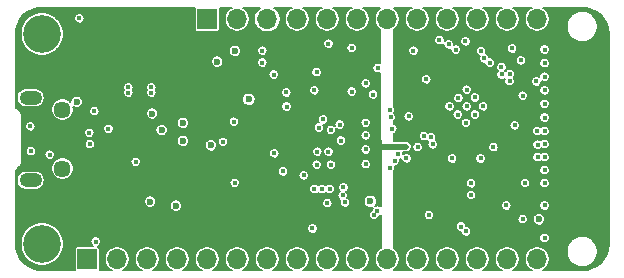
<source format=gbr>
G04 #@! TF.GenerationSoftware,KiCad,Pcbnew,5.1.5+dfsg1-2build2*
G04 #@! TF.CreationDate,2020-07-13T22:27:38-05:00*
G04 #@! TF.ProjectId,kw41z-feather,6b773431-7a2d-4666-9561-746865722e6b,rev?*
G04 #@! TF.SameCoordinates,Original*
G04 #@! TF.FileFunction,Copper,L3,Inr*
G04 #@! TF.FilePolarity,Positive*
%FSLAX46Y46*%
G04 Gerber Fmt 4.6, Leading zero omitted, Abs format (unit mm)*
G04 Created by KiCad (PCBNEW 5.1.5+dfsg1-2build2) date 2020-07-13 22:27:38*
%MOMM*%
%LPD*%
G04 APERTURE LIST*
%ADD10C,1.450000*%
%ADD11O,1.900000X1.200000*%
%ADD12C,3.200000*%
%ADD13O,1.700000X1.700000*%
%ADD14R,1.700000X1.700000*%
%ADD15C,0.450000*%
%ADD16C,0.600000*%
%ADD17C,0.500000*%
%ADD18C,0.150000*%
G04 APERTURE END LIST*
D10*
X131256500Y-90210000D03*
X131256500Y-95210000D03*
D11*
X128556500Y-89210000D03*
X128556500Y-96210000D03*
D12*
X129540000Y-83820000D03*
X129540000Y-101600000D03*
D13*
X171450000Y-82550000D03*
X168910000Y-82550000D03*
X166370000Y-82550000D03*
X163830000Y-82550000D03*
X161290000Y-82550000D03*
X158750000Y-82550000D03*
X156210000Y-82550000D03*
X153670000Y-82550000D03*
X151130000Y-82550000D03*
X148590000Y-82550000D03*
X146050000Y-82550000D03*
D14*
X143510000Y-82550000D03*
D13*
X171450000Y-102870000D03*
X168910000Y-102870000D03*
X166370000Y-102870000D03*
X163830000Y-102870000D03*
X161290000Y-102870000D03*
X158750000Y-102870000D03*
X156210000Y-102870000D03*
X153670000Y-102870000D03*
X151130000Y-102870000D03*
X148590000Y-102870000D03*
X146050000Y-102870000D03*
X143510000Y-102870000D03*
X140970000Y-102870000D03*
X138430000Y-102870000D03*
X135890000Y-102870000D03*
D14*
X133350000Y-102870000D03*
D15*
X172075000Y-90887500D03*
X172075000Y-89737500D03*
X172075000Y-88587500D03*
X172075000Y-87437500D03*
X172075000Y-86287500D03*
X172075000Y-85137500D03*
X172075000Y-94237500D03*
X172075000Y-95337500D03*
X172075000Y-96437500D03*
X172075000Y-101087500D03*
X172075000Y-98337500D03*
D16*
X171597500Y-99510000D03*
D15*
X128525000Y-91637500D03*
X128575000Y-93737500D03*
X168825000Y-98337500D03*
X170225000Y-99487500D03*
X136825000Y-88787500D03*
X136825000Y-88337500D03*
X132675000Y-82487500D03*
X153775000Y-93787500D03*
X152825000Y-93787500D03*
X156925000Y-92387500D03*
X156925000Y-91337500D03*
X156925000Y-93587500D03*
X156925000Y-94837500D03*
X153975000Y-91937500D03*
X154725000Y-91487500D03*
X153325000Y-91037500D03*
X152975000Y-91737500D03*
X153975000Y-94887500D03*
X152775000Y-94887500D03*
X138775000Y-88337500D03*
X133575000Y-93137500D03*
X133525000Y-92187500D03*
X171375000Y-87837500D03*
X170425000Y-96437500D03*
X171475000Y-94237500D03*
X171475000Y-93187500D03*
X171425000Y-92037500D03*
X161325000Y-93387500D03*
X169325000Y-85037500D03*
X160975000Y-85237500D03*
X153775000Y-84637500D03*
X157925000Y-98787500D03*
X157625000Y-99137500D03*
X160375000Y-94337500D03*
X150975000Y-97137500D03*
X150975000Y-97637500D03*
D16*
X145850000Y-85250000D03*
D15*
X138775000Y-88787500D03*
X154825000Y-92837500D03*
X164025000Y-89937500D03*
X165475000Y-89937500D03*
X164725000Y-90637500D03*
X166175000Y-90637500D03*
X166875000Y-89937500D03*
X166175000Y-89187500D03*
X165425000Y-91337500D03*
X165475000Y-88537500D03*
X164775000Y-89237500D03*
X148175000Y-86237500D03*
X148175000Y-85237500D03*
X165850000Y-97450000D03*
X165850000Y-96450000D03*
D16*
X139650000Y-91950000D03*
D15*
X145834962Y-96424990D03*
X137450000Y-94650000D03*
D16*
X138850000Y-90550000D03*
D15*
X145762500Y-91250000D03*
X155750000Y-85000022D03*
X157950000Y-86699980D03*
X160569998Y-90789999D03*
X162050000Y-87650000D03*
X169550000Y-91550000D03*
X166650000Y-94350000D03*
D16*
X138676683Y-98003289D03*
D15*
X152765000Y-87050020D03*
X172075000Y-93137500D03*
X172075000Y-92037500D03*
X130175000Y-94037500D03*
X166685052Y-85258088D03*
X166969998Y-85889999D03*
X167450000Y-86250000D03*
X164997072Y-100116929D03*
X165425000Y-100537500D03*
X164250000Y-94350000D03*
X162600021Y-93150000D03*
X162450000Y-92550000D03*
X161850000Y-92450000D03*
X161050000Y-91150000D03*
X161150000Y-91750000D03*
X161350000Y-88350000D03*
X161450000Y-87750000D03*
X168750000Y-92250000D03*
X166835000Y-97450000D03*
D16*
X160025000Y-97987500D03*
D15*
X161335000Y-94350000D03*
X168475000Y-84937500D03*
X169725000Y-92987500D03*
X170415000Y-92050000D03*
X170425000Y-93137500D03*
D16*
X170365000Y-87850000D03*
D15*
X170075000Y-86037500D03*
D16*
X144350000Y-86150000D03*
X143821334Y-93250011D03*
D15*
X152418670Y-100283201D03*
X162275000Y-99137500D03*
D16*
X141451233Y-92851233D03*
X141450000Y-91350000D03*
D15*
X150206801Y-88762489D03*
X150225000Y-89962500D03*
X167738815Y-93398245D03*
D16*
X140850000Y-98350000D03*
D15*
X144850000Y-92950000D03*
X152575000Y-88587500D03*
X163175000Y-84337500D03*
X153225000Y-96937500D03*
X163950000Y-84687490D03*
X152575000Y-96937500D03*
X164549979Y-85131260D03*
X168431101Y-87245719D03*
X158950000Y-90250000D03*
X159375000Y-94537500D03*
X165375000Y-84437500D03*
X159050000Y-90850000D03*
X168420744Y-86615653D03*
X159666391Y-94012995D03*
X169103432Y-87803432D03*
X159175000Y-91837500D03*
X158950000Y-95150000D03*
D16*
X132450000Y-89550000D03*
D15*
X134075000Y-101387524D03*
X153674754Y-98137479D03*
X155042847Y-96793296D03*
X153875000Y-96937456D03*
X169119489Y-87203645D03*
X151675000Y-95787500D03*
X149180765Y-93912510D03*
X149925000Y-95437500D03*
X155738130Y-88686135D03*
X155182333Y-98077834D03*
X154975000Y-97487500D03*
X157555702Y-88943210D03*
X156926986Y-87985367D03*
X149135000Y-87250000D03*
X127850000Y-97850000D03*
X127850000Y-87450000D03*
X148150000Y-87250000D03*
X148150000Y-88250000D03*
X136150000Y-98050000D03*
X160350000Y-93350000D03*
D16*
X142850000Y-90950000D03*
D15*
X153750000Y-86950000D03*
D16*
X147024990Y-89353890D03*
X157325000Y-97987500D03*
D15*
X133950000Y-90350000D03*
X135150000Y-91850000D03*
X170225000Y-89037500D03*
D17*
X160350000Y-93350000D02*
X157837500Y-93350000D01*
D18*
G36*
X142451122Y-81613480D02*
G01*
X142438256Y-81655892D01*
X142433912Y-81700000D01*
X142433912Y-83400000D01*
X142438256Y-83444108D01*
X142451122Y-83486520D01*
X142472015Y-83525608D01*
X142500132Y-83559868D01*
X142534392Y-83587985D01*
X142573480Y-83608878D01*
X142615892Y-83621744D01*
X142660000Y-83626088D01*
X144360000Y-83626088D01*
X144404108Y-83621744D01*
X144446520Y-83608878D01*
X144485608Y-83587985D01*
X144519868Y-83559868D01*
X144547985Y-83525608D01*
X144568878Y-83486520D01*
X144581744Y-83444108D01*
X144586088Y-83400000D01*
X144586088Y-81700000D01*
X144581744Y-81655892D01*
X144568878Y-81613480D01*
X144550983Y-81580000D01*
X145582679Y-81580000D01*
X145540797Y-81597348D01*
X145364728Y-81714993D01*
X145214993Y-81864728D01*
X145097348Y-82040797D01*
X145016312Y-82236434D01*
X144975000Y-82444122D01*
X144975000Y-82655878D01*
X145016312Y-82863566D01*
X145097348Y-83059203D01*
X145214993Y-83235272D01*
X145364728Y-83385007D01*
X145540797Y-83502652D01*
X145736434Y-83583688D01*
X145944122Y-83625000D01*
X146155878Y-83625000D01*
X146363566Y-83583688D01*
X146559203Y-83502652D01*
X146735272Y-83385007D01*
X146885007Y-83235272D01*
X147002652Y-83059203D01*
X147083688Y-82863566D01*
X147125000Y-82655878D01*
X147125000Y-82444122D01*
X147083688Y-82236434D01*
X147002652Y-82040797D01*
X146885007Y-81864728D01*
X146735272Y-81714993D01*
X146559203Y-81597348D01*
X146517321Y-81580000D01*
X148016762Y-81580000D01*
X147872855Y-81676156D01*
X147716156Y-81832855D01*
X147593038Y-82017113D01*
X147508233Y-82221850D01*
X147465000Y-82439197D01*
X147465000Y-82660803D01*
X147508233Y-82878150D01*
X147593038Y-83082887D01*
X147716156Y-83267145D01*
X147872855Y-83423844D01*
X148057113Y-83546962D01*
X148261850Y-83631767D01*
X148479197Y-83675000D01*
X148700803Y-83675000D01*
X148918150Y-83631767D01*
X149122887Y-83546962D01*
X149307145Y-83423844D01*
X149463844Y-83267145D01*
X149586962Y-83082887D01*
X149671767Y-82878150D01*
X149715000Y-82660803D01*
X149715000Y-82439197D01*
X149671767Y-82221850D01*
X149586962Y-82017113D01*
X149463844Y-81832855D01*
X149307145Y-81676156D01*
X149163238Y-81580000D01*
X150662679Y-81580000D01*
X150620797Y-81597348D01*
X150444728Y-81714993D01*
X150294993Y-81864728D01*
X150177348Y-82040797D01*
X150096312Y-82236434D01*
X150055000Y-82444122D01*
X150055000Y-82655878D01*
X150096312Y-82863566D01*
X150177348Y-83059203D01*
X150294993Y-83235272D01*
X150444728Y-83385007D01*
X150620797Y-83502652D01*
X150816434Y-83583688D01*
X151024122Y-83625000D01*
X151235878Y-83625000D01*
X151443566Y-83583688D01*
X151639203Y-83502652D01*
X151815272Y-83385007D01*
X151965007Y-83235272D01*
X152082652Y-83059203D01*
X152163688Y-82863566D01*
X152205000Y-82655878D01*
X152205000Y-82444122D01*
X152163688Y-82236434D01*
X152082652Y-82040797D01*
X151965007Y-81864728D01*
X151815272Y-81714993D01*
X151639203Y-81597348D01*
X151597321Y-81580000D01*
X153202679Y-81580000D01*
X153160797Y-81597348D01*
X152984728Y-81714993D01*
X152834993Y-81864728D01*
X152717348Y-82040797D01*
X152636312Y-82236434D01*
X152595000Y-82444122D01*
X152595000Y-82655878D01*
X152636312Y-82863566D01*
X152717348Y-83059203D01*
X152834993Y-83235272D01*
X152984728Y-83385007D01*
X153160797Y-83502652D01*
X153356434Y-83583688D01*
X153564122Y-83625000D01*
X153775878Y-83625000D01*
X153983566Y-83583688D01*
X154179203Y-83502652D01*
X154355272Y-83385007D01*
X154505007Y-83235272D01*
X154622652Y-83059203D01*
X154703688Y-82863566D01*
X154745000Y-82655878D01*
X154745000Y-82444122D01*
X154703688Y-82236434D01*
X154622652Y-82040797D01*
X154505007Y-81864728D01*
X154355272Y-81714993D01*
X154179203Y-81597348D01*
X154137321Y-81580000D01*
X155742679Y-81580000D01*
X155700797Y-81597348D01*
X155524728Y-81714993D01*
X155374993Y-81864728D01*
X155257348Y-82040797D01*
X155176312Y-82236434D01*
X155135000Y-82444122D01*
X155135000Y-82655878D01*
X155176312Y-82863566D01*
X155257348Y-83059203D01*
X155374993Y-83235272D01*
X155524728Y-83385007D01*
X155700797Y-83502652D01*
X155896434Y-83583688D01*
X156104122Y-83625000D01*
X156315878Y-83625000D01*
X156523566Y-83583688D01*
X156719203Y-83502652D01*
X156895272Y-83385007D01*
X157045007Y-83235272D01*
X157162652Y-83059203D01*
X157243688Y-82863566D01*
X157285000Y-82655878D01*
X157285000Y-82444122D01*
X157243688Y-82236434D01*
X157162652Y-82040797D01*
X157045007Y-81864728D01*
X156895272Y-81714993D01*
X156719203Y-81597348D01*
X156677321Y-81580000D01*
X158152172Y-81580000D01*
X158152331Y-81656459D01*
X158064728Y-81714993D01*
X157914993Y-81864728D01*
X157797348Y-82040797D01*
X157716312Y-82236434D01*
X157675000Y-82444122D01*
X157675000Y-82655878D01*
X157716312Y-82863566D01*
X157797348Y-83059203D01*
X157914993Y-83235272D01*
X158064728Y-83385007D01*
X158156059Y-83446032D01*
X158162006Y-86300719D01*
X158081260Y-86267274D01*
X157994321Y-86249980D01*
X157905679Y-86249980D01*
X157818740Y-86267274D01*
X157736845Y-86301195D01*
X157663142Y-86350442D01*
X157600462Y-86413122D01*
X157551215Y-86486825D01*
X157517294Y-86568720D01*
X157500000Y-86655659D01*
X157500000Y-86744301D01*
X157517294Y-86831240D01*
X157551215Y-86913135D01*
X157600462Y-86986838D01*
X157663142Y-87049518D01*
X157736845Y-87098765D01*
X157818740Y-87132686D01*
X157905679Y-87149980D01*
X157994321Y-87149980D01*
X158081260Y-87132686D01*
X158163155Y-87098765D01*
X158163668Y-87098422D01*
X158187258Y-98421525D01*
X158138155Y-98388715D01*
X158056260Y-98354794D01*
X157969321Y-98337500D01*
X157880679Y-98337500D01*
X157793740Y-98354794D01*
X157754715Y-98370958D01*
X157771632Y-98354041D01*
X157834558Y-98259865D01*
X157877903Y-98155221D01*
X157900000Y-98044133D01*
X157900000Y-97930867D01*
X157877903Y-97819779D01*
X157834558Y-97715135D01*
X157771632Y-97620959D01*
X157691541Y-97540868D01*
X157597365Y-97477942D01*
X157492721Y-97434597D01*
X157381633Y-97412500D01*
X157268367Y-97412500D01*
X157157279Y-97434597D01*
X157052635Y-97477942D01*
X156958459Y-97540868D01*
X156878368Y-97620959D01*
X156815442Y-97715135D01*
X156772097Y-97819779D01*
X156750000Y-97930867D01*
X156750000Y-98044133D01*
X156772097Y-98155221D01*
X156815442Y-98259865D01*
X156878368Y-98354041D01*
X156958459Y-98434132D01*
X157052635Y-98497058D01*
X157157279Y-98540403D01*
X157268367Y-98562500D01*
X157381633Y-98562500D01*
X157492721Y-98540403D01*
X157570391Y-98508231D01*
X157526215Y-98574345D01*
X157492294Y-98656240D01*
X157481639Y-98709806D01*
X157411845Y-98738715D01*
X157338142Y-98787962D01*
X157275462Y-98850642D01*
X157226215Y-98924345D01*
X157192294Y-99006240D01*
X157175000Y-99093179D01*
X157175000Y-99181821D01*
X157192294Y-99268760D01*
X157226215Y-99350655D01*
X157275462Y-99424358D01*
X157338142Y-99487038D01*
X157411845Y-99536285D01*
X157493740Y-99570206D01*
X157580679Y-99587500D01*
X157669321Y-99587500D01*
X157756260Y-99570206D01*
X157838155Y-99536285D01*
X157911858Y-99487038D01*
X157974538Y-99424358D01*
X158023785Y-99350655D01*
X158057706Y-99268760D01*
X158068361Y-99215194D01*
X158138155Y-99186285D01*
X158188780Y-99152458D01*
X158194605Y-101948212D01*
X158064728Y-102034993D01*
X157914993Y-102184728D01*
X157797348Y-102360797D01*
X157716312Y-102556434D01*
X157675000Y-102764122D01*
X157675000Y-102975878D01*
X157716312Y-103183566D01*
X157797348Y-103379203D01*
X157914993Y-103555272D01*
X158064728Y-103705007D01*
X158198451Y-103794357D01*
X158198546Y-103840000D01*
X156677321Y-103840000D01*
X156719203Y-103822652D01*
X156895272Y-103705007D01*
X157045007Y-103555272D01*
X157162652Y-103379203D01*
X157243688Y-103183566D01*
X157285000Y-102975878D01*
X157285000Y-102764122D01*
X157243688Y-102556434D01*
X157162652Y-102360797D01*
X157045007Y-102184728D01*
X156895272Y-102034993D01*
X156719203Y-101917348D01*
X156523566Y-101836312D01*
X156315878Y-101795000D01*
X156104122Y-101795000D01*
X155896434Y-101836312D01*
X155700797Y-101917348D01*
X155524728Y-102034993D01*
X155374993Y-102184728D01*
X155257348Y-102360797D01*
X155176312Y-102556434D01*
X155135000Y-102764122D01*
X155135000Y-102975878D01*
X155176312Y-103183566D01*
X155257348Y-103379203D01*
X155374993Y-103555272D01*
X155524728Y-103705007D01*
X155700797Y-103822652D01*
X155742679Y-103840000D01*
X154137321Y-103840000D01*
X154179203Y-103822652D01*
X154355272Y-103705007D01*
X154505007Y-103555272D01*
X154622652Y-103379203D01*
X154703688Y-103183566D01*
X154745000Y-102975878D01*
X154745000Y-102764122D01*
X154703688Y-102556434D01*
X154622652Y-102360797D01*
X154505007Y-102184728D01*
X154355272Y-102034993D01*
X154179203Y-101917348D01*
X153983566Y-101836312D01*
X153775878Y-101795000D01*
X153564122Y-101795000D01*
X153356434Y-101836312D01*
X153160797Y-101917348D01*
X152984728Y-102034993D01*
X152834993Y-102184728D01*
X152717348Y-102360797D01*
X152636312Y-102556434D01*
X152595000Y-102764122D01*
X152595000Y-102975878D01*
X152636312Y-103183566D01*
X152717348Y-103379203D01*
X152834993Y-103555272D01*
X152984728Y-103705007D01*
X153160797Y-103822652D01*
X153202679Y-103840000D01*
X151597321Y-103840000D01*
X151639203Y-103822652D01*
X151815272Y-103705007D01*
X151965007Y-103555272D01*
X152082652Y-103379203D01*
X152163688Y-103183566D01*
X152205000Y-102975878D01*
X152205000Y-102764122D01*
X152163688Y-102556434D01*
X152082652Y-102360797D01*
X151965007Y-102184728D01*
X151815272Y-102034993D01*
X151639203Y-101917348D01*
X151443566Y-101836312D01*
X151235878Y-101795000D01*
X151024122Y-101795000D01*
X150816434Y-101836312D01*
X150620797Y-101917348D01*
X150444728Y-102034993D01*
X150294993Y-102184728D01*
X150177348Y-102360797D01*
X150096312Y-102556434D01*
X150055000Y-102764122D01*
X150055000Y-102975878D01*
X150096312Y-103183566D01*
X150177348Y-103379203D01*
X150294993Y-103555272D01*
X150444728Y-103705007D01*
X150620797Y-103822652D01*
X150662679Y-103840000D01*
X149057321Y-103840000D01*
X149099203Y-103822652D01*
X149275272Y-103705007D01*
X149425007Y-103555272D01*
X149542652Y-103379203D01*
X149623688Y-103183566D01*
X149665000Y-102975878D01*
X149665000Y-102764122D01*
X149623688Y-102556434D01*
X149542652Y-102360797D01*
X149425007Y-102184728D01*
X149275272Y-102034993D01*
X149099203Y-101917348D01*
X148903566Y-101836312D01*
X148695878Y-101795000D01*
X148484122Y-101795000D01*
X148276434Y-101836312D01*
X148080797Y-101917348D01*
X147904728Y-102034993D01*
X147754993Y-102184728D01*
X147637348Y-102360797D01*
X147556312Y-102556434D01*
X147515000Y-102764122D01*
X147515000Y-102975878D01*
X147556312Y-103183566D01*
X147637348Y-103379203D01*
X147754993Y-103555272D01*
X147904728Y-103705007D01*
X148080797Y-103822652D01*
X148122679Y-103840000D01*
X146517321Y-103840000D01*
X146559203Y-103822652D01*
X146735272Y-103705007D01*
X146885007Y-103555272D01*
X147002652Y-103379203D01*
X147083688Y-103183566D01*
X147125000Y-102975878D01*
X147125000Y-102764122D01*
X147083688Y-102556434D01*
X147002652Y-102360797D01*
X146885007Y-102184728D01*
X146735272Y-102034993D01*
X146559203Y-101917348D01*
X146363566Y-101836312D01*
X146155878Y-101795000D01*
X145944122Y-101795000D01*
X145736434Y-101836312D01*
X145540797Y-101917348D01*
X145364728Y-102034993D01*
X145214993Y-102184728D01*
X145097348Y-102360797D01*
X145016312Y-102556434D01*
X144975000Y-102764122D01*
X144975000Y-102975878D01*
X145016312Y-103183566D01*
X145097348Y-103379203D01*
X145214993Y-103555272D01*
X145364728Y-103705007D01*
X145540797Y-103822652D01*
X145582679Y-103840000D01*
X143977321Y-103840000D01*
X144019203Y-103822652D01*
X144195272Y-103705007D01*
X144345007Y-103555272D01*
X144462652Y-103379203D01*
X144543688Y-103183566D01*
X144585000Y-102975878D01*
X144585000Y-102764122D01*
X144543688Y-102556434D01*
X144462652Y-102360797D01*
X144345007Y-102184728D01*
X144195272Y-102034993D01*
X144019203Y-101917348D01*
X143823566Y-101836312D01*
X143615878Y-101795000D01*
X143404122Y-101795000D01*
X143196434Y-101836312D01*
X143000797Y-101917348D01*
X142824728Y-102034993D01*
X142674993Y-102184728D01*
X142557348Y-102360797D01*
X142476312Y-102556434D01*
X142435000Y-102764122D01*
X142435000Y-102975878D01*
X142476312Y-103183566D01*
X142557348Y-103379203D01*
X142674993Y-103555272D01*
X142824728Y-103705007D01*
X143000797Y-103822652D01*
X143042679Y-103840000D01*
X141437321Y-103840000D01*
X141479203Y-103822652D01*
X141655272Y-103705007D01*
X141805007Y-103555272D01*
X141922652Y-103379203D01*
X142003688Y-103183566D01*
X142045000Y-102975878D01*
X142045000Y-102764122D01*
X142003688Y-102556434D01*
X141922652Y-102360797D01*
X141805007Y-102184728D01*
X141655272Y-102034993D01*
X141479203Y-101917348D01*
X141283566Y-101836312D01*
X141075878Y-101795000D01*
X140864122Y-101795000D01*
X140656434Y-101836312D01*
X140460797Y-101917348D01*
X140284728Y-102034993D01*
X140134993Y-102184728D01*
X140017348Y-102360797D01*
X139936312Y-102556434D01*
X139895000Y-102764122D01*
X139895000Y-102975878D01*
X139936312Y-103183566D01*
X140017348Y-103379203D01*
X140134993Y-103555272D01*
X140284728Y-103705007D01*
X140460797Y-103822652D01*
X140502679Y-103840000D01*
X138897321Y-103840000D01*
X138939203Y-103822652D01*
X139115272Y-103705007D01*
X139265007Y-103555272D01*
X139382652Y-103379203D01*
X139463688Y-103183566D01*
X139505000Y-102975878D01*
X139505000Y-102764122D01*
X139463688Y-102556434D01*
X139382652Y-102360797D01*
X139265007Y-102184728D01*
X139115272Y-102034993D01*
X138939203Y-101917348D01*
X138743566Y-101836312D01*
X138535878Y-101795000D01*
X138324122Y-101795000D01*
X138116434Y-101836312D01*
X137920797Y-101917348D01*
X137744728Y-102034993D01*
X137594993Y-102184728D01*
X137477348Y-102360797D01*
X137396312Y-102556434D01*
X137355000Y-102764122D01*
X137355000Y-102975878D01*
X137396312Y-103183566D01*
X137477348Y-103379203D01*
X137594993Y-103555272D01*
X137744728Y-103705007D01*
X137920797Y-103822652D01*
X137962679Y-103840000D01*
X136357321Y-103840000D01*
X136399203Y-103822652D01*
X136575272Y-103705007D01*
X136725007Y-103555272D01*
X136842652Y-103379203D01*
X136923688Y-103183566D01*
X136965000Y-102975878D01*
X136965000Y-102764122D01*
X136923688Y-102556434D01*
X136842652Y-102360797D01*
X136725007Y-102184728D01*
X136575272Y-102034993D01*
X136399203Y-101917348D01*
X136203566Y-101836312D01*
X135995878Y-101795000D01*
X135784122Y-101795000D01*
X135576434Y-101836312D01*
X135380797Y-101917348D01*
X135204728Y-102034993D01*
X135054993Y-102184728D01*
X134937348Y-102360797D01*
X134856312Y-102556434D01*
X134815000Y-102764122D01*
X134815000Y-102975878D01*
X134856312Y-103183566D01*
X134937348Y-103379203D01*
X135054993Y-103555272D01*
X135204728Y-103705007D01*
X135380797Y-103822652D01*
X135422679Y-103840000D01*
X134390983Y-103840000D01*
X134408878Y-103806520D01*
X134421744Y-103764108D01*
X134426088Y-103720000D01*
X134426088Y-102020000D01*
X134421744Y-101975892D01*
X134408878Y-101933480D01*
X134387985Y-101894392D01*
X134359868Y-101860132D01*
X134325608Y-101832015D01*
X134286520Y-101811122D01*
X134252884Y-101800918D01*
X134288155Y-101786309D01*
X134361858Y-101737062D01*
X134424538Y-101674382D01*
X134473785Y-101600679D01*
X134507706Y-101518784D01*
X134525000Y-101431845D01*
X134525000Y-101343203D01*
X134507706Y-101256264D01*
X134473785Y-101174369D01*
X134424538Y-101100666D01*
X134361858Y-101037986D01*
X134288155Y-100988739D01*
X134206260Y-100954818D01*
X134119321Y-100937524D01*
X134030679Y-100937524D01*
X133943740Y-100954818D01*
X133861845Y-100988739D01*
X133788142Y-101037986D01*
X133725462Y-101100666D01*
X133676215Y-101174369D01*
X133642294Y-101256264D01*
X133625000Y-101343203D01*
X133625000Y-101431845D01*
X133642294Y-101518784D01*
X133676215Y-101600679D01*
X133725462Y-101674382D01*
X133788142Y-101737062D01*
X133861845Y-101786309D01*
X133880201Y-101793912D01*
X132500000Y-101793912D01*
X132455892Y-101798256D01*
X132413480Y-101811122D01*
X132374392Y-101832015D01*
X132340132Y-101860132D01*
X132312015Y-101894392D01*
X132291122Y-101933480D01*
X132278256Y-101975892D01*
X132273912Y-102020000D01*
X132273912Y-103720000D01*
X132278256Y-103764108D01*
X132291122Y-103806520D01*
X132309017Y-103840000D01*
X129554670Y-103840000D01*
X129105197Y-103795929D01*
X128686948Y-103669652D01*
X128301200Y-103464547D01*
X127962633Y-103188418D01*
X127684150Y-102851789D01*
X127476354Y-102467478D01*
X127347162Y-102050129D01*
X127300007Y-101601480D01*
X127300000Y-101599523D01*
X127300000Y-101420253D01*
X127715000Y-101420253D01*
X127715000Y-101779747D01*
X127785134Y-102132333D01*
X127922706Y-102464461D01*
X128122430Y-102763369D01*
X128376631Y-103017570D01*
X128675539Y-103217294D01*
X129007667Y-103354866D01*
X129360253Y-103425000D01*
X129719747Y-103425000D01*
X130072333Y-103354866D01*
X130404461Y-103217294D01*
X130703369Y-103017570D01*
X130957570Y-102763369D01*
X131157294Y-102464461D01*
X131294866Y-102132333D01*
X131365000Y-101779747D01*
X131365000Y-101420253D01*
X131294866Y-101067667D01*
X131157294Y-100735539D01*
X130957570Y-100436631D01*
X130759819Y-100238880D01*
X151968670Y-100238880D01*
X151968670Y-100327522D01*
X151985964Y-100414461D01*
X152019885Y-100496356D01*
X152069132Y-100570059D01*
X152131812Y-100632739D01*
X152205515Y-100681986D01*
X152287410Y-100715907D01*
X152374349Y-100733201D01*
X152462991Y-100733201D01*
X152549930Y-100715907D01*
X152631825Y-100681986D01*
X152705528Y-100632739D01*
X152768208Y-100570059D01*
X152817455Y-100496356D01*
X152851376Y-100414461D01*
X152868670Y-100327522D01*
X152868670Y-100238880D01*
X152851376Y-100151941D01*
X152817455Y-100070046D01*
X152768208Y-99996343D01*
X152705528Y-99933663D01*
X152631825Y-99884416D01*
X152549930Y-99850495D01*
X152462991Y-99833201D01*
X152374349Y-99833201D01*
X152287410Y-99850495D01*
X152205515Y-99884416D01*
X152131812Y-99933663D01*
X152069132Y-99996343D01*
X152019885Y-100070046D01*
X151985964Y-100151941D01*
X151968670Y-100238880D01*
X130759819Y-100238880D01*
X130703369Y-100182430D01*
X130404461Y-99982706D01*
X130072333Y-99845134D01*
X129719747Y-99775000D01*
X129360253Y-99775000D01*
X129007667Y-99845134D01*
X128675539Y-99982706D01*
X128376631Y-100182430D01*
X128122430Y-100436631D01*
X127922706Y-100735539D01*
X127785134Y-101067667D01*
X127715000Y-101420253D01*
X127300000Y-101420253D01*
X127300000Y-97951581D01*
X138151683Y-97951581D01*
X138151683Y-98054997D01*
X138171859Y-98156426D01*
X138211434Y-98251970D01*
X138268889Y-98337957D01*
X138342015Y-98411083D01*
X138428002Y-98468538D01*
X138523546Y-98508113D01*
X138624975Y-98528289D01*
X138728391Y-98528289D01*
X138829820Y-98508113D01*
X138925364Y-98468538D01*
X139011351Y-98411083D01*
X139084477Y-98337957D01*
X139110980Y-98298292D01*
X140325000Y-98298292D01*
X140325000Y-98401708D01*
X140345176Y-98503137D01*
X140384751Y-98598681D01*
X140442206Y-98684668D01*
X140515332Y-98757794D01*
X140601319Y-98815249D01*
X140696863Y-98854824D01*
X140798292Y-98875000D01*
X140901708Y-98875000D01*
X141003137Y-98854824D01*
X141098681Y-98815249D01*
X141184668Y-98757794D01*
X141257794Y-98684668D01*
X141315249Y-98598681D01*
X141354824Y-98503137D01*
X141375000Y-98401708D01*
X141375000Y-98298292D01*
X141354824Y-98196863D01*
X141315249Y-98101319D01*
X141309796Y-98093158D01*
X153224754Y-98093158D01*
X153224754Y-98181800D01*
X153242048Y-98268739D01*
X153275969Y-98350634D01*
X153325216Y-98424337D01*
X153387896Y-98487017D01*
X153461599Y-98536264D01*
X153543494Y-98570185D01*
X153630433Y-98587479D01*
X153719075Y-98587479D01*
X153806014Y-98570185D01*
X153887909Y-98536264D01*
X153961612Y-98487017D01*
X154024292Y-98424337D01*
X154073539Y-98350634D01*
X154107460Y-98268739D01*
X154124754Y-98181800D01*
X154124754Y-98093158D01*
X154107460Y-98006219D01*
X154073539Y-97924324D01*
X154024292Y-97850621D01*
X153961612Y-97787941D01*
X153887909Y-97738694D01*
X153806014Y-97704773D01*
X153719075Y-97687479D01*
X153630433Y-97687479D01*
X153543494Y-97704773D01*
X153461599Y-97738694D01*
X153387896Y-97787941D01*
X153325216Y-97850621D01*
X153275969Y-97924324D01*
X153242048Y-98006219D01*
X153224754Y-98093158D01*
X141309796Y-98093158D01*
X141257794Y-98015332D01*
X141184668Y-97942206D01*
X141098681Y-97884751D01*
X141003137Y-97845176D01*
X140901708Y-97825000D01*
X140798292Y-97825000D01*
X140696863Y-97845176D01*
X140601319Y-97884751D01*
X140515332Y-97942206D01*
X140442206Y-98015332D01*
X140384751Y-98101319D01*
X140345176Y-98196863D01*
X140325000Y-98298292D01*
X139110980Y-98298292D01*
X139141932Y-98251970D01*
X139181507Y-98156426D01*
X139201683Y-98054997D01*
X139201683Y-97951581D01*
X139181507Y-97850152D01*
X139141932Y-97754608D01*
X139084477Y-97668621D01*
X139011351Y-97595495D01*
X138925364Y-97538040D01*
X138829820Y-97498465D01*
X138728391Y-97478289D01*
X138624975Y-97478289D01*
X138523546Y-97498465D01*
X138428002Y-97538040D01*
X138342015Y-97595495D01*
X138268889Y-97668621D01*
X138211434Y-97754608D01*
X138171859Y-97850152D01*
X138151683Y-97951581D01*
X127300000Y-97951581D01*
X127300000Y-97443179D01*
X154525000Y-97443179D01*
X154525000Y-97531821D01*
X154542294Y-97618760D01*
X154576215Y-97700655D01*
X154625462Y-97774358D01*
X154688142Y-97837038D01*
X154761845Y-97886285D01*
X154772731Y-97890794D01*
X154749627Y-97946574D01*
X154732333Y-98033513D01*
X154732333Y-98122155D01*
X154749627Y-98209094D01*
X154783548Y-98290989D01*
X154832795Y-98364692D01*
X154895475Y-98427372D01*
X154969178Y-98476619D01*
X155051073Y-98510540D01*
X155138012Y-98527834D01*
X155226654Y-98527834D01*
X155313593Y-98510540D01*
X155395488Y-98476619D01*
X155469191Y-98427372D01*
X155531871Y-98364692D01*
X155581118Y-98290989D01*
X155615039Y-98209094D01*
X155632333Y-98122155D01*
X155632333Y-98033513D01*
X155615039Y-97946574D01*
X155581118Y-97864679D01*
X155531871Y-97790976D01*
X155469191Y-97728296D01*
X155395488Y-97679049D01*
X155384602Y-97674540D01*
X155407706Y-97618760D01*
X155425000Y-97531821D01*
X155425000Y-97443179D01*
X155407706Y-97356240D01*
X155373785Y-97274345D01*
X155324538Y-97200642D01*
X155291954Y-97168058D01*
X155329705Y-97142834D01*
X155392385Y-97080154D01*
X155441632Y-97006451D01*
X155475553Y-96924556D01*
X155492847Y-96837617D01*
X155492847Y-96748975D01*
X155475553Y-96662036D01*
X155441632Y-96580141D01*
X155392385Y-96506438D01*
X155329705Y-96443758D01*
X155256002Y-96394511D01*
X155174107Y-96360590D01*
X155087168Y-96343296D01*
X154998526Y-96343296D01*
X154911587Y-96360590D01*
X154829692Y-96394511D01*
X154755989Y-96443758D01*
X154693309Y-96506438D01*
X154644062Y-96580141D01*
X154610141Y-96662036D01*
X154592847Y-96748975D01*
X154592847Y-96837617D01*
X154610141Y-96924556D01*
X154644062Y-97006451D01*
X154693309Y-97080154D01*
X154725893Y-97112738D01*
X154688142Y-97137962D01*
X154625462Y-97200642D01*
X154576215Y-97274345D01*
X154542294Y-97356240D01*
X154525000Y-97443179D01*
X127300000Y-97443179D01*
X127300000Y-96210000D01*
X127377509Y-96210000D01*
X127393438Y-96371728D01*
X127440612Y-96527241D01*
X127517219Y-96670563D01*
X127620315Y-96796185D01*
X127745937Y-96899281D01*
X127889259Y-96975888D01*
X128044772Y-97023062D01*
X128165979Y-97035000D01*
X128947021Y-97035000D01*
X129068228Y-97023062D01*
X129223741Y-96975888D01*
X129367063Y-96899281D01*
X129374498Y-96893179D01*
X152125000Y-96893179D01*
X152125000Y-96981821D01*
X152142294Y-97068760D01*
X152176215Y-97150655D01*
X152225462Y-97224358D01*
X152288142Y-97287038D01*
X152361845Y-97336285D01*
X152443740Y-97370206D01*
X152530679Y-97387500D01*
X152619321Y-97387500D01*
X152706260Y-97370206D01*
X152788155Y-97336285D01*
X152861858Y-97287038D01*
X152900000Y-97248896D01*
X152938142Y-97287038D01*
X153011845Y-97336285D01*
X153093740Y-97370206D01*
X153180679Y-97387500D01*
X153269321Y-97387500D01*
X153356260Y-97370206D01*
X153438155Y-97336285D01*
X153511858Y-97287038D01*
X153550022Y-97248874D01*
X153588142Y-97286994D01*
X153661845Y-97336241D01*
X153743740Y-97370162D01*
X153830679Y-97387456D01*
X153919321Y-97387456D01*
X154006260Y-97370162D01*
X154088155Y-97336241D01*
X154161858Y-97286994D01*
X154224538Y-97224314D01*
X154273785Y-97150611D01*
X154307706Y-97068716D01*
X154325000Y-96981777D01*
X154325000Y-96893135D01*
X154307706Y-96806196D01*
X154273785Y-96724301D01*
X154224538Y-96650598D01*
X154161858Y-96587918D01*
X154088155Y-96538671D01*
X154006260Y-96504750D01*
X153919321Y-96487456D01*
X153830679Y-96487456D01*
X153743740Y-96504750D01*
X153661845Y-96538671D01*
X153588142Y-96587918D01*
X153549978Y-96626082D01*
X153511858Y-96587962D01*
X153438155Y-96538715D01*
X153356260Y-96504794D01*
X153269321Y-96487500D01*
X153180679Y-96487500D01*
X153093740Y-96504794D01*
X153011845Y-96538715D01*
X152938142Y-96587962D01*
X152900000Y-96626104D01*
X152861858Y-96587962D01*
X152788155Y-96538715D01*
X152706260Y-96504794D01*
X152619321Y-96487500D01*
X152530679Y-96487500D01*
X152443740Y-96504794D01*
X152361845Y-96538715D01*
X152288142Y-96587962D01*
X152225462Y-96650642D01*
X152176215Y-96724345D01*
X152142294Y-96806240D01*
X152125000Y-96893179D01*
X129374498Y-96893179D01*
X129492685Y-96796185D01*
X129595781Y-96670563D01*
X129672388Y-96527241D01*
X129716849Y-96380669D01*
X145384962Y-96380669D01*
X145384962Y-96469311D01*
X145402256Y-96556250D01*
X145436177Y-96638145D01*
X145485424Y-96711848D01*
X145548104Y-96774528D01*
X145621807Y-96823775D01*
X145703702Y-96857696D01*
X145790641Y-96874990D01*
X145879283Y-96874990D01*
X145966222Y-96857696D01*
X146048117Y-96823775D01*
X146121820Y-96774528D01*
X146184500Y-96711848D01*
X146233747Y-96638145D01*
X146267668Y-96556250D01*
X146284962Y-96469311D01*
X146284962Y-96380669D01*
X146267668Y-96293730D01*
X146233747Y-96211835D01*
X146184500Y-96138132D01*
X146121820Y-96075452D01*
X146048117Y-96026205D01*
X145966222Y-95992284D01*
X145879283Y-95974990D01*
X145790641Y-95974990D01*
X145703702Y-95992284D01*
X145621807Y-96026205D01*
X145548104Y-96075452D01*
X145485424Y-96138132D01*
X145436177Y-96211835D01*
X145402256Y-96293730D01*
X145384962Y-96380669D01*
X129716849Y-96380669D01*
X129719562Y-96371728D01*
X129735491Y-96210000D01*
X129719562Y-96048272D01*
X129672388Y-95892759D01*
X129595781Y-95749437D01*
X129492685Y-95623815D01*
X129367063Y-95520719D01*
X129223741Y-95444112D01*
X129068228Y-95396938D01*
X128947021Y-95385000D01*
X128165979Y-95385000D01*
X128044772Y-95396938D01*
X127889259Y-95444112D01*
X127745937Y-95520719D01*
X127620315Y-95623815D01*
X127517219Y-95749437D01*
X127440612Y-95892759D01*
X127393438Y-96048272D01*
X127377509Y-96210000D01*
X127300000Y-96210000D01*
X127300000Y-95374263D01*
X127557830Y-95116433D01*
X130306500Y-95116433D01*
X130306500Y-95303567D01*
X130343008Y-95487105D01*
X130414621Y-95659994D01*
X130518587Y-95815590D01*
X130650910Y-95947913D01*
X130806506Y-96051879D01*
X130979395Y-96123492D01*
X131162933Y-96160000D01*
X131350067Y-96160000D01*
X131533605Y-96123492D01*
X131706494Y-96051879D01*
X131862090Y-95947913D01*
X131994413Y-95815590D01*
X132098379Y-95659994D01*
X132169992Y-95487105D01*
X132188675Y-95393179D01*
X149475000Y-95393179D01*
X149475000Y-95481821D01*
X149492294Y-95568760D01*
X149526215Y-95650655D01*
X149575462Y-95724358D01*
X149638142Y-95787038D01*
X149711845Y-95836285D01*
X149793740Y-95870206D01*
X149880679Y-95887500D01*
X149969321Y-95887500D01*
X150056260Y-95870206D01*
X150138155Y-95836285D01*
X150211858Y-95787038D01*
X150255717Y-95743179D01*
X151225000Y-95743179D01*
X151225000Y-95831821D01*
X151242294Y-95918760D01*
X151276215Y-96000655D01*
X151325462Y-96074358D01*
X151388142Y-96137038D01*
X151461845Y-96186285D01*
X151543740Y-96220206D01*
X151630679Y-96237500D01*
X151719321Y-96237500D01*
X151806260Y-96220206D01*
X151888155Y-96186285D01*
X151961858Y-96137038D01*
X152024538Y-96074358D01*
X152073785Y-96000655D01*
X152107706Y-95918760D01*
X152125000Y-95831821D01*
X152125000Y-95743179D01*
X152107706Y-95656240D01*
X152073785Y-95574345D01*
X152024538Y-95500642D01*
X151961858Y-95437962D01*
X151888155Y-95388715D01*
X151806260Y-95354794D01*
X151719321Y-95337500D01*
X151630679Y-95337500D01*
X151543740Y-95354794D01*
X151461845Y-95388715D01*
X151388142Y-95437962D01*
X151325462Y-95500642D01*
X151276215Y-95574345D01*
X151242294Y-95656240D01*
X151225000Y-95743179D01*
X150255717Y-95743179D01*
X150274538Y-95724358D01*
X150323785Y-95650655D01*
X150357706Y-95568760D01*
X150375000Y-95481821D01*
X150375000Y-95393179D01*
X150357706Y-95306240D01*
X150323785Y-95224345D01*
X150274538Y-95150642D01*
X150211858Y-95087962D01*
X150138155Y-95038715D01*
X150056260Y-95004794D01*
X149969321Y-94987500D01*
X149880679Y-94987500D01*
X149793740Y-95004794D01*
X149711845Y-95038715D01*
X149638142Y-95087962D01*
X149575462Y-95150642D01*
X149526215Y-95224345D01*
X149492294Y-95306240D01*
X149475000Y-95393179D01*
X132188675Y-95393179D01*
X132206500Y-95303567D01*
X132206500Y-95116433D01*
X132169992Y-94932895D01*
X132098379Y-94760006D01*
X131995261Y-94605679D01*
X137000000Y-94605679D01*
X137000000Y-94694321D01*
X137017294Y-94781260D01*
X137051215Y-94863155D01*
X137100462Y-94936858D01*
X137163142Y-94999538D01*
X137236845Y-95048785D01*
X137318740Y-95082706D01*
X137405679Y-95100000D01*
X137494321Y-95100000D01*
X137581260Y-95082706D01*
X137663155Y-95048785D01*
X137736858Y-94999538D01*
X137799538Y-94936858D01*
X137848785Y-94863155D01*
X137857059Y-94843179D01*
X152325000Y-94843179D01*
X152325000Y-94931821D01*
X152342294Y-95018760D01*
X152376215Y-95100655D01*
X152425462Y-95174358D01*
X152488142Y-95237038D01*
X152561845Y-95286285D01*
X152643740Y-95320206D01*
X152730679Y-95337500D01*
X152819321Y-95337500D01*
X152906260Y-95320206D01*
X152988155Y-95286285D01*
X153061858Y-95237038D01*
X153124538Y-95174358D01*
X153173785Y-95100655D01*
X153207706Y-95018760D01*
X153225000Y-94931821D01*
X153225000Y-94843179D01*
X153525000Y-94843179D01*
X153525000Y-94931821D01*
X153542294Y-95018760D01*
X153576215Y-95100655D01*
X153625462Y-95174358D01*
X153688142Y-95237038D01*
X153761845Y-95286285D01*
X153843740Y-95320206D01*
X153930679Y-95337500D01*
X154019321Y-95337500D01*
X154106260Y-95320206D01*
X154188155Y-95286285D01*
X154261858Y-95237038D01*
X154324538Y-95174358D01*
X154373785Y-95100655D01*
X154407706Y-95018760D01*
X154425000Y-94931821D01*
X154425000Y-94843179D01*
X154415054Y-94793179D01*
X156475000Y-94793179D01*
X156475000Y-94881821D01*
X156492294Y-94968760D01*
X156526215Y-95050655D01*
X156575462Y-95124358D01*
X156638142Y-95187038D01*
X156711845Y-95236285D01*
X156793740Y-95270206D01*
X156880679Y-95287500D01*
X156969321Y-95287500D01*
X157056260Y-95270206D01*
X157138155Y-95236285D01*
X157211858Y-95187038D01*
X157274538Y-95124358D01*
X157323785Y-95050655D01*
X157357706Y-94968760D01*
X157375000Y-94881821D01*
X157375000Y-94793179D01*
X157357706Y-94706240D01*
X157323785Y-94624345D01*
X157274538Y-94550642D01*
X157211858Y-94487962D01*
X157138155Y-94438715D01*
X157056260Y-94404794D01*
X156969321Y-94387500D01*
X156880679Y-94387500D01*
X156793740Y-94404794D01*
X156711845Y-94438715D01*
X156638142Y-94487962D01*
X156575462Y-94550642D01*
X156526215Y-94624345D01*
X156492294Y-94706240D01*
X156475000Y-94793179D01*
X154415054Y-94793179D01*
X154407706Y-94756240D01*
X154373785Y-94674345D01*
X154324538Y-94600642D01*
X154261858Y-94537962D01*
X154188155Y-94488715D01*
X154106260Y-94454794D01*
X154019321Y-94437500D01*
X153930679Y-94437500D01*
X153843740Y-94454794D01*
X153761845Y-94488715D01*
X153688142Y-94537962D01*
X153625462Y-94600642D01*
X153576215Y-94674345D01*
X153542294Y-94756240D01*
X153525000Y-94843179D01*
X153225000Y-94843179D01*
X153207706Y-94756240D01*
X153173785Y-94674345D01*
X153124538Y-94600642D01*
X153061858Y-94537962D01*
X152988155Y-94488715D01*
X152906260Y-94454794D01*
X152819321Y-94437500D01*
X152730679Y-94437500D01*
X152643740Y-94454794D01*
X152561845Y-94488715D01*
X152488142Y-94537962D01*
X152425462Y-94600642D01*
X152376215Y-94674345D01*
X152342294Y-94756240D01*
X152325000Y-94843179D01*
X137857059Y-94843179D01*
X137882706Y-94781260D01*
X137900000Y-94694321D01*
X137900000Y-94605679D01*
X137882706Y-94518740D01*
X137848785Y-94436845D01*
X137799538Y-94363142D01*
X137736858Y-94300462D01*
X137663155Y-94251215D01*
X137581260Y-94217294D01*
X137494321Y-94200000D01*
X137405679Y-94200000D01*
X137318740Y-94217294D01*
X137236845Y-94251215D01*
X137163142Y-94300462D01*
X137100462Y-94363142D01*
X137051215Y-94436845D01*
X137017294Y-94518740D01*
X137000000Y-94605679D01*
X131995261Y-94605679D01*
X131994413Y-94604410D01*
X131862090Y-94472087D01*
X131706494Y-94368121D01*
X131533605Y-94296508D01*
X131350067Y-94260000D01*
X131162933Y-94260000D01*
X130979395Y-94296508D01*
X130806506Y-94368121D01*
X130650910Y-94472087D01*
X130518587Y-94604410D01*
X130414621Y-94760006D01*
X130343008Y-94932895D01*
X130306500Y-95116433D01*
X127557830Y-95116433D01*
X127709715Y-94964549D01*
X127721158Y-94955158D01*
X127740310Y-94931821D01*
X127758647Y-94909478D01*
X127773536Y-94881621D01*
X127786504Y-94857360D01*
X127803659Y-94800810D01*
X127808000Y-94756733D01*
X127808000Y-94756721D01*
X127809450Y-94742001D01*
X127808000Y-94727281D01*
X127808000Y-93693179D01*
X128125000Y-93693179D01*
X128125000Y-93781821D01*
X128142294Y-93868760D01*
X128176215Y-93950655D01*
X128225462Y-94024358D01*
X128288142Y-94087038D01*
X128361845Y-94136285D01*
X128443740Y-94170206D01*
X128530679Y-94187500D01*
X128619321Y-94187500D01*
X128706260Y-94170206D01*
X128788155Y-94136285D01*
X128861858Y-94087038D01*
X128924538Y-94024358D01*
X128945371Y-93993179D01*
X129725000Y-93993179D01*
X129725000Y-94081821D01*
X129742294Y-94168760D01*
X129776215Y-94250655D01*
X129825462Y-94324358D01*
X129888142Y-94387038D01*
X129961845Y-94436285D01*
X130043740Y-94470206D01*
X130130679Y-94487500D01*
X130219321Y-94487500D01*
X130306260Y-94470206D01*
X130388155Y-94436285D01*
X130461858Y-94387038D01*
X130524538Y-94324358D01*
X130573785Y-94250655D01*
X130607706Y-94168760D01*
X130625000Y-94081821D01*
X130625000Y-93993179D01*
X130607706Y-93906240D01*
X130591946Y-93868189D01*
X148730765Y-93868189D01*
X148730765Y-93956831D01*
X148748059Y-94043770D01*
X148781980Y-94125665D01*
X148831227Y-94199368D01*
X148893907Y-94262048D01*
X148967610Y-94311295D01*
X149049505Y-94345216D01*
X149136444Y-94362510D01*
X149225086Y-94362510D01*
X149312025Y-94345216D01*
X149393920Y-94311295D01*
X149467623Y-94262048D01*
X149530303Y-94199368D01*
X149579550Y-94125665D01*
X149613471Y-94043770D01*
X149630765Y-93956831D01*
X149630765Y-93868189D01*
X149613471Y-93781250D01*
X149597702Y-93743179D01*
X152375000Y-93743179D01*
X152375000Y-93831821D01*
X152392294Y-93918760D01*
X152426215Y-94000655D01*
X152475462Y-94074358D01*
X152538142Y-94137038D01*
X152611845Y-94186285D01*
X152693740Y-94220206D01*
X152780679Y-94237500D01*
X152869321Y-94237500D01*
X152956260Y-94220206D01*
X153038155Y-94186285D01*
X153111858Y-94137038D01*
X153174538Y-94074358D01*
X153223785Y-94000655D01*
X153257706Y-93918760D01*
X153275000Y-93831821D01*
X153275000Y-93743179D01*
X153325000Y-93743179D01*
X153325000Y-93831821D01*
X153342294Y-93918760D01*
X153376215Y-94000655D01*
X153425462Y-94074358D01*
X153488142Y-94137038D01*
X153561845Y-94186285D01*
X153643740Y-94220206D01*
X153730679Y-94237500D01*
X153819321Y-94237500D01*
X153906260Y-94220206D01*
X153988155Y-94186285D01*
X154061858Y-94137038D01*
X154124538Y-94074358D01*
X154173785Y-94000655D01*
X154207706Y-93918760D01*
X154225000Y-93831821D01*
X154225000Y-93743179D01*
X154207706Y-93656240D01*
X154173785Y-93574345D01*
X154152961Y-93543179D01*
X156475000Y-93543179D01*
X156475000Y-93631821D01*
X156492294Y-93718760D01*
X156526215Y-93800655D01*
X156575462Y-93874358D01*
X156638142Y-93937038D01*
X156711845Y-93986285D01*
X156793740Y-94020206D01*
X156880679Y-94037500D01*
X156969321Y-94037500D01*
X157056260Y-94020206D01*
X157138155Y-93986285D01*
X157211858Y-93937038D01*
X157274538Y-93874358D01*
X157323785Y-93800655D01*
X157357706Y-93718760D01*
X157375000Y-93631821D01*
X157375000Y-93543179D01*
X157357706Y-93456240D01*
X157323785Y-93374345D01*
X157274538Y-93300642D01*
X157211858Y-93237962D01*
X157138155Y-93188715D01*
X157056260Y-93154794D01*
X156969321Y-93137500D01*
X156880679Y-93137500D01*
X156793740Y-93154794D01*
X156711845Y-93188715D01*
X156638142Y-93237962D01*
X156575462Y-93300642D01*
X156526215Y-93374345D01*
X156492294Y-93456240D01*
X156475000Y-93543179D01*
X154152961Y-93543179D01*
X154124538Y-93500642D01*
X154061858Y-93437962D01*
X153988155Y-93388715D01*
X153906260Y-93354794D01*
X153819321Y-93337500D01*
X153730679Y-93337500D01*
X153643740Y-93354794D01*
X153561845Y-93388715D01*
X153488142Y-93437962D01*
X153425462Y-93500642D01*
X153376215Y-93574345D01*
X153342294Y-93656240D01*
X153325000Y-93743179D01*
X153275000Y-93743179D01*
X153257706Y-93656240D01*
X153223785Y-93574345D01*
X153174538Y-93500642D01*
X153111858Y-93437962D01*
X153038155Y-93388715D01*
X152956260Y-93354794D01*
X152869321Y-93337500D01*
X152780679Y-93337500D01*
X152693740Y-93354794D01*
X152611845Y-93388715D01*
X152538142Y-93437962D01*
X152475462Y-93500642D01*
X152426215Y-93574345D01*
X152392294Y-93656240D01*
X152375000Y-93743179D01*
X149597702Y-93743179D01*
X149579550Y-93699355D01*
X149530303Y-93625652D01*
X149467623Y-93562972D01*
X149393920Y-93513725D01*
X149312025Y-93479804D01*
X149225086Y-93462510D01*
X149136444Y-93462510D01*
X149049505Y-93479804D01*
X148967610Y-93513725D01*
X148893907Y-93562972D01*
X148831227Y-93625652D01*
X148781980Y-93699355D01*
X148748059Y-93781250D01*
X148730765Y-93868189D01*
X130591946Y-93868189D01*
X130573785Y-93824345D01*
X130524538Y-93750642D01*
X130461858Y-93687962D01*
X130388155Y-93638715D01*
X130306260Y-93604794D01*
X130219321Y-93587500D01*
X130130679Y-93587500D01*
X130043740Y-93604794D01*
X129961845Y-93638715D01*
X129888142Y-93687962D01*
X129825462Y-93750642D01*
X129776215Y-93824345D01*
X129742294Y-93906240D01*
X129725000Y-93993179D01*
X128945371Y-93993179D01*
X128973785Y-93950655D01*
X129007706Y-93868760D01*
X129025000Y-93781821D01*
X129025000Y-93693179D01*
X129007706Y-93606240D01*
X128973785Y-93524345D01*
X128924538Y-93450642D01*
X128861858Y-93387962D01*
X128788155Y-93338715D01*
X128706260Y-93304794D01*
X128619321Y-93287500D01*
X128530679Y-93287500D01*
X128443740Y-93304794D01*
X128361845Y-93338715D01*
X128288142Y-93387962D01*
X128225462Y-93450642D01*
X128176215Y-93524345D01*
X128142294Y-93606240D01*
X128125000Y-93693179D01*
X127808000Y-93693179D01*
X127808000Y-93093179D01*
X133125000Y-93093179D01*
X133125000Y-93181821D01*
X133142294Y-93268760D01*
X133176215Y-93350655D01*
X133225462Y-93424358D01*
X133288142Y-93487038D01*
X133361845Y-93536285D01*
X133443740Y-93570206D01*
X133530679Y-93587500D01*
X133619321Y-93587500D01*
X133706260Y-93570206D01*
X133788155Y-93536285D01*
X133861858Y-93487038D01*
X133924538Y-93424358D01*
X133973785Y-93350655D01*
X134007706Y-93268760D01*
X134025000Y-93181821D01*
X134025000Y-93093179D01*
X134007706Y-93006240D01*
X133973785Y-92924345D01*
X133924538Y-92850642D01*
X133873421Y-92799525D01*
X140926233Y-92799525D01*
X140926233Y-92902941D01*
X140946409Y-93004370D01*
X140985984Y-93099914D01*
X141043439Y-93185901D01*
X141116565Y-93259027D01*
X141202552Y-93316482D01*
X141298096Y-93356057D01*
X141399525Y-93376233D01*
X141502941Y-93376233D01*
X141604370Y-93356057D01*
X141699914Y-93316482D01*
X141785901Y-93259027D01*
X141846625Y-93198303D01*
X143296334Y-93198303D01*
X143296334Y-93301719D01*
X143316510Y-93403148D01*
X143356085Y-93498692D01*
X143413540Y-93584679D01*
X143486666Y-93657805D01*
X143572653Y-93715260D01*
X143668197Y-93754835D01*
X143769626Y-93775011D01*
X143873042Y-93775011D01*
X143974471Y-93754835D01*
X144070015Y-93715260D01*
X144156002Y-93657805D01*
X144229128Y-93584679D01*
X144286583Y-93498692D01*
X144326158Y-93403148D01*
X144346334Y-93301719D01*
X144346334Y-93198303D01*
X144326158Y-93096874D01*
X144286583Y-93001330D01*
X144229128Y-92915343D01*
X144219464Y-92905679D01*
X144400000Y-92905679D01*
X144400000Y-92994321D01*
X144417294Y-93081260D01*
X144451215Y-93163155D01*
X144500462Y-93236858D01*
X144563142Y-93299538D01*
X144636845Y-93348785D01*
X144718740Y-93382706D01*
X144805679Y-93400000D01*
X144894321Y-93400000D01*
X144981260Y-93382706D01*
X145063155Y-93348785D01*
X145136858Y-93299538D01*
X145199538Y-93236858D01*
X145248785Y-93163155D01*
X145282706Y-93081260D01*
X145300000Y-92994321D01*
X145300000Y-92905679D01*
X145282706Y-92818740D01*
X145272119Y-92793179D01*
X154375000Y-92793179D01*
X154375000Y-92881821D01*
X154392294Y-92968760D01*
X154426215Y-93050655D01*
X154475462Y-93124358D01*
X154538142Y-93187038D01*
X154611845Y-93236285D01*
X154693740Y-93270206D01*
X154780679Y-93287500D01*
X154869321Y-93287500D01*
X154956260Y-93270206D01*
X155038155Y-93236285D01*
X155111858Y-93187038D01*
X155174538Y-93124358D01*
X155223785Y-93050655D01*
X155257706Y-92968760D01*
X155275000Y-92881821D01*
X155275000Y-92793179D01*
X155257706Y-92706240D01*
X155223785Y-92624345D01*
X155174538Y-92550642D01*
X155111858Y-92487962D01*
X155038155Y-92438715D01*
X154956260Y-92404794D01*
X154869321Y-92387500D01*
X154780679Y-92387500D01*
X154693740Y-92404794D01*
X154611845Y-92438715D01*
X154538142Y-92487962D01*
X154475462Y-92550642D01*
X154426215Y-92624345D01*
X154392294Y-92706240D01*
X154375000Y-92793179D01*
X145272119Y-92793179D01*
X145248785Y-92736845D01*
X145199538Y-92663142D01*
X145136858Y-92600462D01*
X145063155Y-92551215D01*
X144981260Y-92517294D01*
X144894321Y-92500000D01*
X144805679Y-92500000D01*
X144718740Y-92517294D01*
X144636845Y-92551215D01*
X144563142Y-92600462D01*
X144500462Y-92663142D01*
X144451215Y-92736845D01*
X144417294Y-92818740D01*
X144400000Y-92905679D01*
X144219464Y-92905679D01*
X144156002Y-92842217D01*
X144070015Y-92784762D01*
X143974471Y-92745187D01*
X143873042Y-92725011D01*
X143769626Y-92725011D01*
X143668197Y-92745187D01*
X143572653Y-92784762D01*
X143486666Y-92842217D01*
X143413540Y-92915343D01*
X143356085Y-93001330D01*
X143316510Y-93096874D01*
X143296334Y-93198303D01*
X141846625Y-93198303D01*
X141859027Y-93185901D01*
X141916482Y-93099914D01*
X141956057Y-93004370D01*
X141976233Y-92902941D01*
X141976233Y-92799525D01*
X141956057Y-92698096D01*
X141916482Y-92602552D01*
X141859027Y-92516565D01*
X141785901Y-92443439D01*
X141699914Y-92385984D01*
X141604370Y-92346409D01*
X141502941Y-92326233D01*
X141399525Y-92326233D01*
X141298096Y-92346409D01*
X141202552Y-92385984D01*
X141116565Y-92443439D01*
X141043439Y-92516565D01*
X140985984Y-92602552D01*
X140946409Y-92698096D01*
X140926233Y-92799525D01*
X133873421Y-92799525D01*
X133861858Y-92787962D01*
X133788155Y-92738715D01*
X133706260Y-92704794D01*
X133619321Y-92687500D01*
X133530679Y-92687500D01*
X133443740Y-92704794D01*
X133361845Y-92738715D01*
X133288142Y-92787962D01*
X133225462Y-92850642D01*
X133176215Y-92924345D01*
X133142294Y-93006240D01*
X133125000Y-93093179D01*
X127808000Y-93093179D01*
X127808000Y-92143179D01*
X133075000Y-92143179D01*
X133075000Y-92231821D01*
X133092294Y-92318760D01*
X133126215Y-92400655D01*
X133175462Y-92474358D01*
X133238142Y-92537038D01*
X133311845Y-92586285D01*
X133393740Y-92620206D01*
X133480679Y-92637500D01*
X133569321Y-92637500D01*
X133656260Y-92620206D01*
X133738155Y-92586285D01*
X133811858Y-92537038D01*
X133874538Y-92474358D01*
X133923785Y-92400655D01*
X133957706Y-92318760D01*
X133975000Y-92231821D01*
X133975000Y-92143179D01*
X133957706Y-92056240D01*
X133923785Y-91974345D01*
X133874538Y-91900642D01*
X133811858Y-91837962D01*
X133763544Y-91805679D01*
X134700000Y-91805679D01*
X134700000Y-91894321D01*
X134717294Y-91981260D01*
X134751215Y-92063155D01*
X134800462Y-92136858D01*
X134863142Y-92199538D01*
X134936845Y-92248785D01*
X135018740Y-92282706D01*
X135105679Y-92300000D01*
X135194321Y-92300000D01*
X135281260Y-92282706D01*
X135363155Y-92248785D01*
X135436858Y-92199538D01*
X135499538Y-92136858D01*
X135548785Y-92063155D01*
X135582706Y-91981260D01*
X135599210Y-91898292D01*
X139125000Y-91898292D01*
X139125000Y-92001708D01*
X139145176Y-92103137D01*
X139184751Y-92198681D01*
X139242206Y-92284668D01*
X139315332Y-92357794D01*
X139401319Y-92415249D01*
X139496863Y-92454824D01*
X139598292Y-92475000D01*
X139701708Y-92475000D01*
X139803137Y-92454824D01*
X139898681Y-92415249D01*
X139984668Y-92357794D01*
X140057794Y-92284668D01*
X140115249Y-92198681D01*
X140154824Y-92103137D01*
X140175000Y-92001708D01*
X140175000Y-91898292D01*
X140154824Y-91796863D01*
X140115249Y-91701319D01*
X140057794Y-91615332D01*
X139984668Y-91542206D01*
X139898681Y-91484751D01*
X139803137Y-91445176D01*
X139701708Y-91425000D01*
X139598292Y-91425000D01*
X139496863Y-91445176D01*
X139401319Y-91484751D01*
X139315332Y-91542206D01*
X139242206Y-91615332D01*
X139184751Y-91701319D01*
X139145176Y-91796863D01*
X139125000Y-91898292D01*
X135599210Y-91898292D01*
X135600000Y-91894321D01*
X135600000Y-91805679D01*
X135582706Y-91718740D01*
X135548785Y-91636845D01*
X135499538Y-91563142D01*
X135436858Y-91500462D01*
X135363155Y-91451215D01*
X135281260Y-91417294D01*
X135194321Y-91400000D01*
X135105679Y-91400000D01*
X135018740Y-91417294D01*
X134936845Y-91451215D01*
X134863142Y-91500462D01*
X134800462Y-91563142D01*
X134751215Y-91636845D01*
X134717294Y-91718740D01*
X134700000Y-91805679D01*
X133763544Y-91805679D01*
X133738155Y-91788715D01*
X133656260Y-91754794D01*
X133569321Y-91737500D01*
X133480679Y-91737500D01*
X133393740Y-91754794D01*
X133311845Y-91788715D01*
X133238142Y-91837962D01*
X133175462Y-91900642D01*
X133126215Y-91974345D01*
X133092294Y-92056240D01*
X133075000Y-92143179D01*
X127808000Y-92143179D01*
X127808000Y-91593179D01*
X128075000Y-91593179D01*
X128075000Y-91681821D01*
X128092294Y-91768760D01*
X128126215Y-91850655D01*
X128175462Y-91924358D01*
X128238142Y-91987038D01*
X128311845Y-92036285D01*
X128393740Y-92070206D01*
X128480679Y-92087500D01*
X128569321Y-92087500D01*
X128656260Y-92070206D01*
X128738155Y-92036285D01*
X128811858Y-91987038D01*
X128874538Y-91924358D01*
X128923785Y-91850655D01*
X128957706Y-91768760D01*
X128975000Y-91681821D01*
X128975000Y-91593179D01*
X128957706Y-91506240D01*
X128923785Y-91424345D01*
X128874538Y-91350642D01*
X128822188Y-91298292D01*
X140925000Y-91298292D01*
X140925000Y-91401708D01*
X140945176Y-91503137D01*
X140984751Y-91598681D01*
X141042206Y-91684668D01*
X141115332Y-91757794D01*
X141201319Y-91815249D01*
X141296863Y-91854824D01*
X141398292Y-91875000D01*
X141501708Y-91875000D01*
X141603137Y-91854824D01*
X141698681Y-91815249D01*
X141784668Y-91757794D01*
X141857794Y-91684668D01*
X141915249Y-91598681D01*
X141954824Y-91503137D01*
X141975000Y-91401708D01*
X141975000Y-91298292D01*
X141956578Y-91205679D01*
X145312500Y-91205679D01*
X145312500Y-91294321D01*
X145329794Y-91381260D01*
X145363715Y-91463155D01*
X145412962Y-91536858D01*
X145475642Y-91599538D01*
X145549345Y-91648785D01*
X145631240Y-91682706D01*
X145718179Y-91700000D01*
X145806821Y-91700000D01*
X145841110Y-91693179D01*
X152525000Y-91693179D01*
X152525000Y-91781821D01*
X152542294Y-91868760D01*
X152576215Y-91950655D01*
X152625462Y-92024358D01*
X152688142Y-92087038D01*
X152761845Y-92136285D01*
X152843740Y-92170206D01*
X152930679Y-92187500D01*
X153019321Y-92187500D01*
X153106260Y-92170206D01*
X153188155Y-92136285D01*
X153261858Y-92087038D01*
X153324538Y-92024358D01*
X153373785Y-91950655D01*
X153397591Y-91893179D01*
X153525000Y-91893179D01*
X153525000Y-91981821D01*
X153542294Y-92068760D01*
X153576215Y-92150655D01*
X153625462Y-92224358D01*
X153688142Y-92287038D01*
X153761845Y-92336285D01*
X153843740Y-92370206D01*
X153930679Y-92387500D01*
X154019321Y-92387500D01*
X154106260Y-92370206D01*
X154171510Y-92343179D01*
X156475000Y-92343179D01*
X156475000Y-92431821D01*
X156492294Y-92518760D01*
X156526215Y-92600655D01*
X156575462Y-92674358D01*
X156638142Y-92737038D01*
X156711845Y-92786285D01*
X156793740Y-92820206D01*
X156880679Y-92837500D01*
X156969321Y-92837500D01*
X157056260Y-92820206D01*
X157138155Y-92786285D01*
X157211858Y-92737038D01*
X157274538Y-92674358D01*
X157323785Y-92600655D01*
X157357706Y-92518760D01*
X157375000Y-92431821D01*
X157375000Y-92343179D01*
X157357706Y-92256240D01*
X157323785Y-92174345D01*
X157274538Y-92100642D01*
X157211858Y-92037962D01*
X157138155Y-91988715D01*
X157056260Y-91954794D01*
X156969321Y-91937500D01*
X156880679Y-91937500D01*
X156793740Y-91954794D01*
X156711845Y-91988715D01*
X156638142Y-92037962D01*
X156575462Y-92100642D01*
X156526215Y-92174345D01*
X156492294Y-92256240D01*
X156475000Y-92343179D01*
X154171510Y-92343179D01*
X154188155Y-92336285D01*
X154261858Y-92287038D01*
X154324538Y-92224358D01*
X154373785Y-92150655D01*
X154407706Y-92068760D01*
X154425000Y-91981821D01*
X154425000Y-91893179D01*
X154407796Y-91806692D01*
X154438142Y-91837038D01*
X154511845Y-91886285D01*
X154593740Y-91920206D01*
X154680679Y-91937500D01*
X154769321Y-91937500D01*
X154856260Y-91920206D01*
X154938155Y-91886285D01*
X155011858Y-91837038D01*
X155074538Y-91774358D01*
X155123785Y-91700655D01*
X155157706Y-91618760D01*
X155175000Y-91531821D01*
X155175000Y-91443179D01*
X155157706Y-91356240D01*
X155131587Y-91293179D01*
X156475000Y-91293179D01*
X156475000Y-91381821D01*
X156492294Y-91468760D01*
X156526215Y-91550655D01*
X156575462Y-91624358D01*
X156638142Y-91687038D01*
X156711845Y-91736285D01*
X156793740Y-91770206D01*
X156880679Y-91787500D01*
X156969321Y-91787500D01*
X157056260Y-91770206D01*
X157138155Y-91736285D01*
X157211858Y-91687038D01*
X157274538Y-91624358D01*
X157323785Y-91550655D01*
X157357706Y-91468760D01*
X157375000Y-91381821D01*
X157375000Y-91293179D01*
X157357706Y-91206240D01*
X157323785Y-91124345D01*
X157274538Y-91050642D01*
X157211858Y-90987962D01*
X157138155Y-90938715D01*
X157056260Y-90904794D01*
X156969321Y-90887500D01*
X156880679Y-90887500D01*
X156793740Y-90904794D01*
X156711845Y-90938715D01*
X156638142Y-90987962D01*
X156575462Y-91050642D01*
X156526215Y-91124345D01*
X156492294Y-91206240D01*
X156475000Y-91293179D01*
X155131587Y-91293179D01*
X155123785Y-91274345D01*
X155074538Y-91200642D01*
X155011858Y-91137962D01*
X154938155Y-91088715D01*
X154856260Y-91054794D01*
X154769321Y-91037500D01*
X154680679Y-91037500D01*
X154593740Y-91054794D01*
X154511845Y-91088715D01*
X154438142Y-91137962D01*
X154375462Y-91200642D01*
X154326215Y-91274345D01*
X154292294Y-91356240D01*
X154275000Y-91443179D01*
X154275000Y-91531821D01*
X154292204Y-91618308D01*
X154261858Y-91587962D01*
X154188155Y-91538715D01*
X154106260Y-91504794D01*
X154019321Y-91487500D01*
X153930679Y-91487500D01*
X153843740Y-91504794D01*
X153761845Y-91538715D01*
X153688142Y-91587962D01*
X153625462Y-91650642D01*
X153576215Y-91724345D01*
X153542294Y-91806240D01*
X153525000Y-91893179D01*
X153397591Y-91893179D01*
X153407706Y-91868760D01*
X153425000Y-91781821D01*
X153425000Y-91693179D01*
X153407706Y-91606240D01*
X153373785Y-91524345D01*
X153349166Y-91487500D01*
X153369321Y-91487500D01*
X153456260Y-91470206D01*
X153538155Y-91436285D01*
X153611858Y-91387038D01*
X153674538Y-91324358D01*
X153723785Y-91250655D01*
X153757706Y-91168760D01*
X153775000Y-91081821D01*
X153775000Y-90993179D01*
X153757706Y-90906240D01*
X153723785Y-90824345D01*
X153674538Y-90750642D01*
X153611858Y-90687962D01*
X153538155Y-90638715D01*
X153456260Y-90604794D01*
X153369321Y-90587500D01*
X153280679Y-90587500D01*
X153193740Y-90604794D01*
X153111845Y-90638715D01*
X153038142Y-90687962D01*
X152975462Y-90750642D01*
X152926215Y-90824345D01*
X152892294Y-90906240D01*
X152875000Y-90993179D01*
X152875000Y-91081821D01*
X152892294Y-91168760D01*
X152926215Y-91250655D01*
X152950834Y-91287500D01*
X152930679Y-91287500D01*
X152843740Y-91304794D01*
X152761845Y-91338715D01*
X152688142Y-91387962D01*
X152625462Y-91450642D01*
X152576215Y-91524345D01*
X152542294Y-91606240D01*
X152525000Y-91693179D01*
X145841110Y-91693179D01*
X145893760Y-91682706D01*
X145975655Y-91648785D01*
X146049358Y-91599538D01*
X146112038Y-91536858D01*
X146161285Y-91463155D01*
X146195206Y-91381260D01*
X146212500Y-91294321D01*
X146212500Y-91205679D01*
X146195206Y-91118740D01*
X146161285Y-91036845D01*
X146112038Y-90963142D01*
X146049358Y-90900462D01*
X145975655Y-90851215D01*
X145893760Y-90817294D01*
X145806821Y-90800000D01*
X145718179Y-90800000D01*
X145631240Y-90817294D01*
X145549345Y-90851215D01*
X145475642Y-90900462D01*
X145412962Y-90963142D01*
X145363715Y-91036845D01*
X145329794Y-91118740D01*
X145312500Y-91205679D01*
X141956578Y-91205679D01*
X141954824Y-91196863D01*
X141915249Y-91101319D01*
X141857794Y-91015332D01*
X141784668Y-90942206D01*
X141698681Y-90884751D01*
X141603137Y-90845176D01*
X141501708Y-90825000D01*
X141398292Y-90825000D01*
X141296863Y-90845176D01*
X141201319Y-90884751D01*
X141115332Y-90942206D01*
X141042206Y-91015332D01*
X140984751Y-91101319D01*
X140945176Y-91196863D01*
X140925000Y-91298292D01*
X128822188Y-91298292D01*
X128811858Y-91287962D01*
X128738155Y-91238715D01*
X128656260Y-91204794D01*
X128569321Y-91187500D01*
X128480679Y-91187500D01*
X128393740Y-91204794D01*
X128311845Y-91238715D01*
X128238142Y-91287962D01*
X128175462Y-91350642D01*
X128126215Y-91424345D01*
X128092294Y-91506240D01*
X128075000Y-91593179D01*
X127808000Y-91593179D01*
X127808000Y-90692719D01*
X127809450Y-90677999D01*
X127808000Y-90663279D01*
X127808000Y-90663267D01*
X127803659Y-90619190D01*
X127786504Y-90562640D01*
X127758648Y-90510524D01*
X127758647Y-90510522D01*
X127730549Y-90476285D01*
X127721158Y-90464842D01*
X127709716Y-90455452D01*
X127370697Y-90116433D01*
X130306500Y-90116433D01*
X130306500Y-90303567D01*
X130343008Y-90487105D01*
X130414621Y-90659994D01*
X130518587Y-90815590D01*
X130650910Y-90947913D01*
X130806506Y-91051879D01*
X130979395Y-91123492D01*
X131162933Y-91160000D01*
X131350067Y-91160000D01*
X131533605Y-91123492D01*
X131706494Y-91051879D01*
X131862090Y-90947913D01*
X131994413Y-90815590D01*
X132098379Y-90659994D01*
X132169992Y-90487105D01*
X132206079Y-90305679D01*
X133500000Y-90305679D01*
X133500000Y-90394321D01*
X133517294Y-90481260D01*
X133551215Y-90563155D01*
X133600462Y-90636858D01*
X133663142Y-90699538D01*
X133736845Y-90748785D01*
X133818740Y-90782706D01*
X133905679Y-90800000D01*
X133994321Y-90800000D01*
X134081260Y-90782706D01*
X134163155Y-90748785D01*
X134236858Y-90699538D01*
X134299538Y-90636858D01*
X134348785Y-90563155D01*
X134375651Y-90498292D01*
X138325000Y-90498292D01*
X138325000Y-90601708D01*
X138345176Y-90703137D01*
X138384751Y-90798681D01*
X138442206Y-90884668D01*
X138515332Y-90957794D01*
X138601319Y-91015249D01*
X138696863Y-91054824D01*
X138798292Y-91075000D01*
X138901708Y-91075000D01*
X139003137Y-91054824D01*
X139098681Y-91015249D01*
X139184668Y-90957794D01*
X139257794Y-90884668D01*
X139315249Y-90798681D01*
X139354824Y-90703137D01*
X139375000Y-90601708D01*
X139375000Y-90498292D01*
X139354824Y-90396863D01*
X139315249Y-90301319D01*
X139257794Y-90215332D01*
X139184668Y-90142206D01*
X139098681Y-90084751D01*
X139003137Y-90045176D01*
X138901708Y-90025000D01*
X138798292Y-90025000D01*
X138696863Y-90045176D01*
X138601319Y-90084751D01*
X138515332Y-90142206D01*
X138442206Y-90215332D01*
X138384751Y-90301319D01*
X138345176Y-90396863D01*
X138325000Y-90498292D01*
X134375651Y-90498292D01*
X134382706Y-90481260D01*
X134400000Y-90394321D01*
X134400000Y-90305679D01*
X134382706Y-90218740D01*
X134348785Y-90136845D01*
X134299538Y-90063142D01*
X134236858Y-90000462D01*
X134163155Y-89951215D01*
X134081260Y-89917294D01*
X133994321Y-89900000D01*
X133905679Y-89900000D01*
X133818740Y-89917294D01*
X133736845Y-89951215D01*
X133663142Y-90000462D01*
X133600462Y-90063142D01*
X133551215Y-90136845D01*
X133517294Y-90218740D01*
X133500000Y-90305679D01*
X132206079Y-90305679D01*
X132206500Y-90303567D01*
X132206500Y-90116433D01*
X132184082Y-90003732D01*
X132201319Y-90015249D01*
X132296863Y-90054824D01*
X132398292Y-90075000D01*
X132501708Y-90075000D01*
X132603137Y-90054824D01*
X132698681Y-90015249D01*
X132784668Y-89957794D01*
X132857794Y-89884668D01*
X132915249Y-89798681D01*
X132954824Y-89703137D01*
X132975000Y-89601708D01*
X132975000Y-89498292D01*
X132954824Y-89396863D01*
X132915249Y-89301319D01*
X132912535Y-89297257D01*
X146449990Y-89297257D01*
X146449990Y-89410523D01*
X146472087Y-89521611D01*
X146515432Y-89626255D01*
X146578358Y-89720431D01*
X146658449Y-89800522D01*
X146752625Y-89863448D01*
X146857269Y-89906793D01*
X146968357Y-89928890D01*
X147081623Y-89928890D01*
X147135470Y-89918179D01*
X149775000Y-89918179D01*
X149775000Y-90006821D01*
X149792294Y-90093760D01*
X149826215Y-90175655D01*
X149875462Y-90249358D01*
X149938142Y-90312038D01*
X150011845Y-90361285D01*
X150093740Y-90395206D01*
X150180679Y-90412500D01*
X150269321Y-90412500D01*
X150356260Y-90395206D01*
X150438155Y-90361285D01*
X150511858Y-90312038D01*
X150574538Y-90249358D01*
X150623785Y-90175655D01*
X150657706Y-90093760D01*
X150675000Y-90006821D01*
X150675000Y-89918179D01*
X150657706Y-89831240D01*
X150623785Y-89749345D01*
X150574538Y-89675642D01*
X150511858Y-89612962D01*
X150438155Y-89563715D01*
X150356260Y-89529794D01*
X150269321Y-89512500D01*
X150180679Y-89512500D01*
X150093740Y-89529794D01*
X150011845Y-89563715D01*
X149938142Y-89612962D01*
X149875462Y-89675642D01*
X149826215Y-89749345D01*
X149792294Y-89831240D01*
X149775000Y-89918179D01*
X147135470Y-89918179D01*
X147192711Y-89906793D01*
X147297355Y-89863448D01*
X147391531Y-89800522D01*
X147471622Y-89720431D01*
X147534548Y-89626255D01*
X147577893Y-89521611D01*
X147599990Y-89410523D01*
X147599990Y-89297257D01*
X147577893Y-89186169D01*
X147534548Y-89081525D01*
X147471622Y-88987349D01*
X147391531Y-88907258D01*
X147297355Y-88844332D01*
X147192711Y-88800987D01*
X147081623Y-88778890D01*
X146968357Y-88778890D01*
X146857269Y-88800987D01*
X146752625Y-88844332D01*
X146658449Y-88907258D01*
X146578358Y-88987349D01*
X146515432Y-89081525D01*
X146472087Y-89186169D01*
X146449990Y-89297257D01*
X132912535Y-89297257D01*
X132857794Y-89215332D01*
X132784668Y-89142206D01*
X132698681Y-89084751D01*
X132603137Y-89045176D01*
X132501708Y-89025000D01*
X132398292Y-89025000D01*
X132296863Y-89045176D01*
X132201319Y-89084751D01*
X132115332Y-89142206D01*
X132042206Y-89215332D01*
X131984751Y-89301319D01*
X131945176Y-89396863D01*
X131925000Y-89498292D01*
X131925000Y-89534997D01*
X131862090Y-89472087D01*
X131706494Y-89368121D01*
X131533605Y-89296508D01*
X131350067Y-89260000D01*
X131162933Y-89260000D01*
X130979395Y-89296508D01*
X130806506Y-89368121D01*
X130650910Y-89472087D01*
X130518587Y-89604410D01*
X130414621Y-89760006D01*
X130343008Y-89932895D01*
X130306500Y-90116433D01*
X127370697Y-90116433D01*
X127300000Y-90045737D01*
X127300000Y-89210000D01*
X127377509Y-89210000D01*
X127393438Y-89371728D01*
X127440612Y-89527241D01*
X127517219Y-89670563D01*
X127620315Y-89796185D01*
X127745937Y-89899281D01*
X127889259Y-89975888D01*
X128044772Y-90023062D01*
X128165979Y-90035000D01*
X128947021Y-90035000D01*
X129068228Y-90023062D01*
X129223741Y-89975888D01*
X129367063Y-89899281D01*
X129492685Y-89796185D01*
X129595781Y-89670563D01*
X129672388Y-89527241D01*
X129719562Y-89371728D01*
X129735491Y-89210000D01*
X129719562Y-89048272D01*
X129672388Y-88892759D01*
X129595781Y-88749437D01*
X129492685Y-88623815D01*
X129367063Y-88520719D01*
X129223741Y-88444112D01*
X129068228Y-88396938D01*
X128947021Y-88385000D01*
X128165979Y-88385000D01*
X128044772Y-88396938D01*
X127889259Y-88444112D01*
X127745937Y-88520719D01*
X127620315Y-88623815D01*
X127517219Y-88749437D01*
X127440612Y-88892759D01*
X127393438Y-89048272D01*
X127377509Y-89210000D01*
X127300000Y-89210000D01*
X127300000Y-88293179D01*
X136375000Y-88293179D01*
X136375000Y-88381821D01*
X136392294Y-88468760D01*
X136426215Y-88550655D01*
X136434130Y-88562500D01*
X136426215Y-88574345D01*
X136392294Y-88656240D01*
X136375000Y-88743179D01*
X136375000Y-88831821D01*
X136392294Y-88918760D01*
X136426215Y-89000655D01*
X136475462Y-89074358D01*
X136538142Y-89137038D01*
X136611845Y-89186285D01*
X136693740Y-89220206D01*
X136780679Y-89237500D01*
X136869321Y-89237500D01*
X136956260Y-89220206D01*
X137038155Y-89186285D01*
X137111858Y-89137038D01*
X137174538Y-89074358D01*
X137223785Y-89000655D01*
X137257706Y-88918760D01*
X137275000Y-88831821D01*
X137275000Y-88743179D01*
X137257706Y-88656240D01*
X137223785Y-88574345D01*
X137215870Y-88562500D01*
X137223785Y-88550655D01*
X137257706Y-88468760D01*
X137275000Y-88381821D01*
X137275000Y-88293179D01*
X138325000Y-88293179D01*
X138325000Y-88381821D01*
X138342294Y-88468760D01*
X138376215Y-88550655D01*
X138384130Y-88562500D01*
X138376215Y-88574345D01*
X138342294Y-88656240D01*
X138325000Y-88743179D01*
X138325000Y-88831821D01*
X138342294Y-88918760D01*
X138376215Y-89000655D01*
X138425462Y-89074358D01*
X138488142Y-89137038D01*
X138561845Y-89186285D01*
X138643740Y-89220206D01*
X138730679Y-89237500D01*
X138819321Y-89237500D01*
X138906260Y-89220206D01*
X138988155Y-89186285D01*
X139061858Y-89137038D01*
X139124538Y-89074358D01*
X139173785Y-89000655D01*
X139207706Y-88918760D01*
X139225000Y-88831821D01*
X139225000Y-88743179D01*
X139220025Y-88718168D01*
X149756801Y-88718168D01*
X149756801Y-88806810D01*
X149774095Y-88893749D01*
X149808016Y-88975644D01*
X149857263Y-89049347D01*
X149919943Y-89112027D01*
X149993646Y-89161274D01*
X150075541Y-89195195D01*
X150162480Y-89212489D01*
X150251122Y-89212489D01*
X150338061Y-89195195D01*
X150419956Y-89161274D01*
X150493659Y-89112027D01*
X150556339Y-89049347D01*
X150605586Y-88975644D01*
X150639507Y-88893749D01*
X150656801Y-88806810D01*
X150656801Y-88718168D01*
X150639507Y-88631229D01*
X150605586Y-88549334D01*
X150601474Y-88543179D01*
X152125000Y-88543179D01*
X152125000Y-88631821D01*
X152142294Y-88718760D01*
X152176215Y-88800655D01*
X152225462Y-88874358D01*
X152288142Y-88937038D01*
X152361845Y-88986285D01*
X152443740Y-89020206D01*
X152530679Y-89037500D01*
X152619321Y-89037500D01*
X152706260Y-89020206D01*
X152788155Y-88986285D01*
X152861858Y-88937038D01*
X152924538Y-88874358D01*
X152973785Y-88800655D01*
X153007706Y-88718760D01*
X153023012Y-88641814D01*
X155288130Y-88641814D01*
X155288130Y-88730456D01*
X155305424Y-88817395D01*
X155339345Y-88899290D01*
X155388592Y-88972993D01*
X155451272Y-89035673D01*
X155524975Y-89084920D01*
X155606870Y-89118841D01*
X155693809Y-89136135D01*
X155782451Y-89136135D01*
X155869390Y-89118841D01*
X155951285Y-89084920D01*
X156024988Y-89035673D01*
X156087668Y-88972993D01*
X156136915Y-88899290D01*
X156137081Y-88898889D01*
X157105702Y-88898889D01*
X157105702Y-88987531D01*
X157122996Y-89074470D01*
X157156917Y-89156365D01*
X157206164Y-89230068D01*
X157268844Y-89292748D01*
X157342547Y-89341995D01*
X157424442Y-89375916D01*
X157511381Y-89393210D01*
X157600023Y-89393210D01*
X157686962Y-89375916D01*
X157768857Y-89341995D01*
X157842560Y-89292748D01*
X157905240Y-89230068D01*
X157954487Y-89156365D01*
X157988408Y-89074470D01*
X158005702Y-88987531D01*
X158005702Y-88898889D01*
X157988408Y-88811950D01*
X157954487Y-88730055D01*
X157905240Y-88656352D01*
X157842560Y-88593672D01*
X157768857Y-88544425D01*
X157686962Y-88510504D01*
X157600023Y-88493210D01*
X157511381Y-88493210D01*
X157424442Y-88510504D01*
X157342547Y-88544425D01*
X157268844Y-88593672D01*
X157206164Y-88656352D01*
X157156917Y-88730055D01*
X157122996Y-88811950D01*
X157105702Y-88898889D01*
X156137081Y-88898889D01*
X156170836Y-88817395D01*
X156188130Y-88730456D01*
X156188130Y-88641814D01*
X156170836Y-88554875D01*
X156136915Y-88472980D01*
X156087668Y-88399277D01*
X156024988Y-88336597D01*
X155951285Y-88287350D01*
X155869390Y-88253429D01*
X155782451Y-88236135D01*
X155693809Y-88236135D01*
X155606870Y-88253429D01*
X155524975Y-88287350D01*
X155451272Y-88336597D01*
X155388592Y-88399277D01*
X155339345Y-88472980D01*
X155305424Y-88554875D01*
X155288130Y-88641814D01*
X153023012Y-88641814D01*
X153025000Y-88631821D01*
X153025000Y-88543179D01*
X153007706Y-88456240D01*
X152973785Y-88374345D01*
X152924538Y-88300642D01*
X152861858Y-88237962D01*
X152788155Y-88188715D01*
X152706260Y-88154794D01*
X152619321Y-88137500D01*
X152530679Y-88137500D01*
X152443740Y-88154794D01*
X152361845Y-88188715D01*
X152288142Y-88237962D01*
X152225462Y-88300642D01*
X152176215Y-88374345D01*
X152142294Y-88456240D01*
X152125000Y-88543179D01*
X150601474Y-88543179D01*
X150556339Y-88475631D01*
X150493659Y-88412951D01*
X150419956Y-88363704D01*
X150338061Y-88329783D01*
X150251122Y-88312489D01*
X150162480Y-88312489D01*
X150075541Y-88329783D01*
X149993646Y-88363704D01*
X149919943Y-88412951D01*
X149857263Y-88475631D01*
X149808016Y-88549334D01*
X149774095Y-88631229D01*
X149756801Y-88718168D01*
X139220025Y-88718168D01*
X139207706Y-88656240D01*
X139173785Y-88574345D01*
X139165870Y-88562500D01*
X139173785Y-88550655D01*
X139207706Y-88468760D01*
X139225000Y-88381821D01*
X139225000Y-88293179D01*
X139207706Y-88206240D01*
X139173785Y-88124345D01*
X139124538Y-88050642D01*
X139061858Y-87987962D01*
X138991644Y-87941046D01*
X156476986Y-87941046D01*
X156476986Y-88029688D01*
X156494280Y-88116627D01*
X156528201Y-88198522D01*
X156577448Y-88272225D01*
X156640128Y-88334905D01*
X156713831Y-88384152D01*
X156795726Y-88418073D01*
X156882665Y-88435367D01*
X156971307Y-88435367D01*
X157058246Y-88418073D01*
X157140141Y-88384152D01*
X157213844Y-88334905D01*
X157276524Y-88272225D01*
X157325771Y-88198522D01*
X157359692Y-88116627D01*
X157376986Y-88029688D01*
X157376986Y-87941046D01*
X157359692Y-87854107D01*
X157325771Y-87772212D01*
X157276524Y-87698509D01*
X157213844Y-87635829D01*
X157140141Y-87586582D01*
X157058246Y-87552661D01*
X156971307Y-87535367D01*
X156882665Y-87535367D01*
X156795726Y-87552661D01*
X156713831Y-87586582D01*
X156640128Y-87635829D01*
X156577448Y-87698509D01*
X156528201Y-87772212D01*
X156494280Y-87854107D01*
X156476986Y-87941046D01*
X138991644Y-87941046D01*
X138988155Y-87938715D01*
X138906260Y-87904794D01*
X138819321Y-87887500D01*
X138730679Y-87887500D01*
X138643740Y-87904794D01*
X138561845Y-87938715D01*
X138488142Y-87987962D01*
X138425462Y-88050642D01*
X138376215Y-88124345D01*
X138342294Y-88206240D01*
X138325000Y-88293179D01*
X137275000Y-88293179D01*
X137257706Y-88206240D01*
X137223785Y-88124345D01*
X137174538Y-88050642D01*
X137111858Y-87987962D01*
X137038155Y-87938715D01*
X136956260Y-87904794D01*
X136869321Y-87887500D01*
X136780679Y-87887500D01*
X136693740Y-87904794D01*
X136611845Y-87938715D01*
X136538142Y-87987962D01*
X136475462Y-88050642D01*
X136426215Y-88124345D01*
X136392294Y-88206240D01*
X136375000Y-88293179D01*
X127300000Y-88293179D01*
X127300000Y-87205679D01*
X148685000Y-87205679D01*
X148685000Y-87294321D01*
X148702294Y-87381260D01*
X148736215Y-87463155D01*
X148785462Y-87536858D01*
X148848142Y-87599538D01*
X148921845Y-87648785D01*
X149003740Y-87682706D01*
X149090679Y-87700000D01*
X149179321Y-87700000D01*
X149266260Y-87682706D01*
X149348155Y-87648785D01*
X149421858Y-87599538D01*
X149484538Y-87536858D01*
X149533785Y-87463155D01*
X149567706Y-87381260D01*
X149585000Y-87294321D01*
X149585000Y-87205679D01*
X149567706Y-87118740D01*
X149533785Y-87036845D01*
X149512974Y-87005699D01*
X152315000Y-87005699D01*
X152315000Y-87094341D01*
X152332294Y-87181280D01*
X152366215Y-87263175D01*
X152415462Y-87336878D01*
X152478142Y-87399558D01*
X152551845Y-87448805D01*
X152633740Y-87482726D01*
X152720679Y-87500020D01*
X152809321Y-87500020D01*
X152896260Y-87482726D01*
X152978155Y-87448805D01*
X153051858Y-87399558D01*
X153114538Y-87336878D01*
X153163785Y-87263175D01*
X153197706Y-87181280D01*
X153215000Y-87094341D01*
X153215000Y-87005699D01*
X153197706Y-86918760D01*
X153163785Y-86836865D01*
X153114538Y-86763162D01*
X153051858Y-86700482D01*
X152978155Y-86651235D01*
X152896260Y-86617314D01*
X152809321Y-86600020D01*
X152720679Y-86600020D01*
X152633740Y-86617314D01*
X152551845Y-86651235D01*
X152478142Y-86700482D01*
X152415462Y-86763162D01*
X152366215Y-86836865D01*
X152332294Y-86918760D01*
X152315000Y-87005699D01*
X149512974Y-87005699D01*
X149484538Y-86963142D01*
X149421858Y-86900462D01*
X149348155Y-86851215D01*
X149266260Y-86817294D01*
X149179321Y-86800000D01*
X149090679Y-86800000D01*
X149003740Y-86817294D01*
X148921845Y-86851215D01*
X148848142Y-86900462D01*
X148785462Y-86963142D01*
X148736215Y-87036845D01*
X148702294Y-87118740D01*
X148685000Y-87205679D01*
X127300000Y-87205679D01*
X127300000Y-86098292D01*
X143825000Y-86098292D01*
X143825000Y-86201708D01*
X143845176Y-86303137D01*
X143884751Y-86398681D01*
X143942206Y-86484668D01*
X144015332Y-86557794D01*
X144101319Y-86615249D01*
X144196863Y-86654824D01*
X144298292Y-86675000D01*
X144401708Y-86675000D01*
X144503137Y-86654824D01*
X144598681Y-86615249D01*
X144684668Y-86557794D01*
X144757794Y-86484668D01*
X144815249Y-86398681D01*
X144854824Y-86303137D01*
X144875000Y-86201708D01*
X144875000Y-86193179D01*
X147725000Y-86193179D01*
X147725000Y-86281821D01*
X147742294Y-86368760D01*
X147776215Y-86450655D01*
X147825462Y-86524358D01*
X147888142Y-86587038D01*
X147961845Y-86636285D01*
X148043740Y-86670206D01*
X148130679Y-86687500D01*
X148219321Y-86687500D01*
X148306260Y-86670206D01*
X148388155Y-86636285D01*
X148461858Y-86587038D01*
X148524538Y-86524358D01*
X148573785Y-86450655D01*
X148607706Y-86368760D01*
X148625000Y-86281821D01*
X148625000Y-86193179D01*
X148607706Y-86106240D01*
X148573785Y-86024345D01*
X148524538Y-85950642D01*
X148461858Y-85887962D01*
X148388155Y-85838715D01*
X148306260Y-85804794D01*
X148219321Y-85787500D01*
X148130679Y-85787500D01*
X148043740Y-85804794D01*
X147961845Y-85838715D01*
X147888142Y-85887962D01*
X147825462Y-85950642D01*
X147776215Y-86024345D01*
X147742294Y-86106240D01*
X147725000Y-86193179D01*
X144875000Y-86193179D01*
X144875000Y-86098292D01*
X144854824Y-85996863D01*
X144815249Y-85901319D01*
X144757794Y-85815332D01*
X144684668Y-85742206D01*
X144598681Y-85684751D01*
X144503137Y-85645176D01*
X144401708Y-85625000D01*
X144298292Y-85625000D01*
X144196863Y-85645176D01*
X144101319Y-85684751D01*
X144015332Y-85742206D01*
X143942206Y-85815332D01*
X143884751Y-85901319D01*
X143845176Y-85996863D01*
X143825000Y-86098292D01*
X127300000Y-86098292D01*
X127300000Y-83834670D01*
X127319062Y-83640253D01*
X127715000Y-83640253D01*
X127715000Y-83999747D01*
X127785134Y-84352333D01*
X127922706Y-84684461D01*
X128122430Y-84983369D01*
X128376631Y-85237570D01*
X128675539Y-85437294D01*
X129007667Y-85574866D01*
X129360253Y-85645000D01*
X129719747Y-85645000D01*
X130072333Y-85574866D01*
X130404461Y-85437294D01*
X130703369Y-85237570D01*
X130742647Y-85198292D01*
X145325000Y-85198292D01*
X145325000Y-85301708D01*
X145345176Y-85403137D01*
X145384751Y-85498681D01*
X145442206Y-85584668D01*
X145515332Y-85657794D01*
X145601319Y-85715249D01*
X145696863Y-85754824D01*
X145798292Y-85775000D01*
X145901708Y-85775000D01*
X146003137Y-85754824D01*
X146098681Y-85715249D01*
X146184668Y-85657794D01*
X146257794Y-85584668D01*
X146315249Y-85498681D01*
X146354824Y-85403137D01*
X146375000Y-85301708D01*
X146375000Y-85198292D01*
X146373983Y-85193179D01*
X147725000Y-85193179D01*
X147725000Y-85281821D01*
X147742294Y-85368760D01*
X147776215Y-85450655D01*
X147825462Y-85524358D01*
X147888142Y-85587038D01*
X147961845Y-85636285D01*
X148043740Y-85670206D01*
X148130679Y-85687500D01*
X148219321Y-85687500D01*
X148306260Y-85670206D01*
X148388155Y-85636285D01*
X148461858Y-85587038D01*
X148524538Y-85524358D01*
X148573785Y-85450655D01*
X148607706Y-85368760D01*
X148625000Y-85281821D01*
X148625000Y-85193179D01*
X148607706Y-85106240D01*
X148573785Y-85024345D01*
X148524538Y-84950642D01*
X148461858Y-84887962D01*
X148388155Y-84838715D01*
X148306260Y-84804794D01*
X148219321Y-84787500D01*
X148130679Y-84787500D01*
X148043740Y-84804794D01*
X147961845Y-84838715D01*
X147888142Y-84887962D01*
X147825462Y-84950642D01*
X147776215Y-85024345D01*
X147742294Y-85106240D01*
X147725000Y-85193179D01*
X146373983Y-85193179D01*
X146354824Y-85096863D01*
X146315249Y-85001319D01*
X146257794Y-84915332D01*
X146184668Y-84842206D01*
X146098681Y-84784751D01*
X146003137Y-84745176D01*
X145901708Y-84725000D01*
X145798292Y-84725000D01*
X145696863Y-84745176D01*
X145601319Y-84784751D01*
X145515332Y-84842206D01*
X145442206Y-84915332D01*
X145384751Y-85001319D01*
X145345176Y-85096863D01*
X145325000Y-85198292D01*
X130742647Y-85198292D01*
X130957570Y-84983369D01*
X131157294Y-84684461D01*
X131195104Y-84593179D01*
X153325000Y-84593179D01*
X153325000Y-84681821D01*
X153342294Y-84768760D01*
X153376215Y-84850655D01*
X153425462Y-84924358D01*
X153488142Y-84987038D01*
X153561845Y-85036285D01*
X153643740Y-85070206D01*
X153730679Y-85087500D01*
X153819321Y-85087500D01*
X153906260Y-85070206D01*
X153988155Y-85036285D01*
X154061858Y-84987038D01*
X154093195Y-84955701D01*
X155300000Y-84955701D01*
X155300000Y-85044343D01*
X155317294Y-85131282D01*
X155351215Y-85213177D01*
X155400462Y-85286880D01*
X155463142Y-85349560D01*
X155536845Y-85398807D01*
X155618740Y-85432728D01*
X155705679Y-85450022D01*
X155794321Y-85450022D01*
X155881260Y-85432728D01*
X155963155Y-85398807D01*
X156036858Y-85349560D01*
X156099538Y-85286880D01*
X156148785Y-85213177D01*
X156182706Y-85131282D01*
X156200000Y-85044343D01*
X156200000Y-84955701D01*
X156182706Y-84868762D01*
X156148785Y-84786867D01*
X156099538Y-84713164D01*
X156036858Y-84650484D01*
X155963155Y-84601237D01*
X155881260Y-84567316D01*
X155794321Y-84550022D01*
X155705679Y-84550022D01*
X155618740Y-84567316D01*
X155536845Y-84601237D01*
X155463142Y-84650484D01*
X155400462Y-84713164D01*
X155351215Y-84786867D01*
X155317294Y-84868762D01*
X155300000Y-84955701D01*
X154093195Y-84955701D01*
X154124538Y-84924358D01*
X154173785Y-84850655D01*
X154207706Y-84768760D01*
X154225000Y-84681821D01*
X154225000Y-84593179D01*
X154207706Y-84506240D01*
X154173785Y-84424345D01*
X154124538Y-84350642D01*
X154061858Y-84287962D01*
X153988155Y-84238715D01*
X153906260Y-84204794D01*
X153819321Y-84187500D01*
X153730679Y-84187500D01*
X153643740Y-84204794D01*
X153561845Y-84238715D01*
X153488142Y-84287962D01*
X153425462Y-84350642D01*
X153376215Y-84424345D01*
X153342294Y-84506240D01*
X153325000Y-84593179D01*
X131195104Y-84593179D01*
X131294866Y-84352333D01*
X131365000Y-83999747D01*
X131365000Y-83640253D01*
X131294866Y-83287667D01*
X131157294Y-82955539D01*
X130957570Y-82656631D01*
X130744118Y-82443179D01*
X132225000Y-82443179D01*
X132225000Y-82531821D01*
X132242294Y-82618760D01*
X132276215Y-82700655D01*
X132325462Y-82774358D01*
X132388142Y-82837038D01*
X132461845Y-82886285D01*
X132543740Y-82920206D01*
X132630679Y-82937500D01*
X132719321Y-82937500D01*
X132806260Y-82920206D01*
X132888155Y-82886285D01*
X132961858Y-82837038D01*
X133024538Y-82774358D01*
X133073785Y-82700655D01*
X133107706Y-82618760D01*
X133125000Y-82531821D01*
X133125000Y-82443179D01*
X133107706Y-82356240D01*
X133073785Y-82274345D01*
X133024538Y-82200642D01*
X132961858Y-82137962D01*
X132888155Y-82088715D01*
X132806260Y-82054794D01*
X132719321Y-82037500D01*
X132630679Y-82037500D01*
X132543740Y-82054794D01*
X132461845Y-82088715D01*
X132388142Y-82137962D01*
X132325462Y-82200642D01*
X132276215Y-82274345D01*
X132242294Y-82356240D01*
X132225000Y-82443179D01*
X130744118Y-82443179D01*
X130703369Y-82402430D01*
X130404461Y-82202706D01*
X130072333Y-82065134D01*
X129719747Y-81995000D01*
X129360253Y-81995000D01*
X129007667Y-82065134D01*
X128675539Y-82202706D01*
X128376631Y-82402430D01*
X128122430Y-82656631D01*
X127922706Y-82955539D01*
X127785134Y-83287667D01*
X127715000Y-83640253D01*
X127319062Y-83640253D01*
X127344071Y-83385196D01*
X127470348Y-82966948D01*
X127675455Y-82581198D01*
X127951585Y-82242631D01*
X128288211Y-81964150D01*
X128672523Y-81756353D01*
X129089871Y-81627162D01*
X129538520Y-81580007D01*
X129540477Y-81580000D01*
X142469017Y-81580000D01*
X142451122Y-81613480D01*
G37*
X142451122Y-81613480D02*
X142438256Y-81655892D01*
X142433912Y-81700000D01*
X142433912Y-83400000D01*
X142438256Y-83444108D01*
X142451122Y-83486520D01*
X142472015Y-83525608D01*
X142500132Y-83559868D01*
X142534392Y-83587985D01*
X142573480Y-83608878D01*
X142615892Y-83621744D01*
X142660000Y-83626088D01*
X144360000Y-83626088D01*
X144404108Y-83621744D01*
X144446520Y-83608878D01*
X144485608Y-83587985D01*
X144519868Y-83559868D01*
X144547985Y-83525608D01*
X144568878Y-83486520D01*
X144581744Y-83444108D01*
X144586088Y-83400000D01*
X144586088Y-81700000D01*
X144581744Y-81655892D01*
X144568878Y-81613480D01*
X144550983Y-81580000D01*
X145582679Y-81580000D01*
X145540797Y-81597348D01*
X145364728Y-81714993D01*
X145214993Y-81864728D01*
X145097348Y-82040797D01*
X145016312Y-82236434D01*
X144975000Y-82444122D01*
X144975000Y-82655878D01*
X145016312Y-82863566D01*
X145097348Y-83059203D01*
X145214993Y-83235272D01*
X145364728Y-83385007D01*
X145540797Y-83502652D01*
X145736434Y-83583688D01*
X145944122Y-83625000D01*
X146155878Y-83625000D01*
X146363566Y-83583688D01*
X146559203Y-83502652D01*
X146735272Y-83385007D01*
X146885007Y-83235272D01*
X147002652Y-83059203D01*
X147083688Y-82863566D01*
X147125000Y-82655878D01*
X147125000Y-82444122D01*
X147083688Y-82236434D01*
X147002652Y-82040797D01*
X146885007Y-81864728D01*
X146735272Y-81714993D01*
X146559203Y-81597348D01*
X146517321Y-81580000D01*
X148016762Y-81580000D01*
X147872855Y-81676156D01*
X147716156Y-81832855D01*
X147593038Y-82017113D01*
X147508233Y-82221850D01*
X147465000Y-82439197D01*
X147465000Y-82660803D01*
X147508233Y-82878150D01*
X147593038Y-83082887D01*
X147716156Y-83267145D01*
X147872855Y-83423844D01*
X148057113Y-83546962D01*
X148261850Y-83631767D01*
X148479197Y-83675000D01*
X148700803Y-83675000D01*
X148918150Y-83631767D01*
X149122887Y-83546962D01*
X149307145Y-83423844D01*
X149463844Y-83267145D01*
X149586962Y-83082887D01*
X149671767Y-82878150D01*
X149715000Y-82660803D01*
X149715000Y-82439197D01*
X149671767Y-82221850D01*
X149586962Y-82017113D01*
X149463844Y-81832855D01*
X149307145Y-81676156D01*
X149163238Y-81580000D01*
X150662679Y-81580000D01*
X150620797Y-81597348D01*
X150444728Y-81714993D01*
X150294993Y-81864728D01*
X150177348Y-82040797D01*
X150096312Y-82236434D01*
X150055000Y-82444122D01*
X150055000Y-82655878D01*
X150096312Y-82863566D01*
X150177348Y-83059203D01*
X150294993Y-83235272D01*
X150444728Y-83385007D01*
X150620797Y-83502652D01*
X150816434Y-83583688D01*
X151024122Y-83625000D01*
X151235878Y-83625000D01*
X151443566Y-83583688D01*
X151639203Y-83502652D01*
X151815272Y-83385007D01*
X151965007Y-83235272D01*
X152082652Y-83059203D01*
X152163688Y-82863566D01*
X152205000Y-82655878D01*
X152205000Y-82444122D01*
X152163688Y-82236434D01*
X152082652Y-82040797D01*
X151965007Y-81864728D01*
X151815272Y-81714993D01*
X151639203Y-81597348D01*
X151597321Y-81580000D01*
X153202679Y-81580000D01*
X153160797Y-81597348D01*
X152984728Y-81714993D01*
X152834993Y-81864728D01*
X152717348Y-82040797D01*
X152636312Y-82236434D01*
X152595000Y-82444122D01*
X152595000Y-82655878D01*
X152636312Y-82863566D01*
X152717348Y-83059203D01*
X152834993Y-83235272D01*
X152984728Y-83385007D01*
X153160797Y-83502652D01*
X153356434Y-83583688D01*
X153564122Y-83625000D01*
X153775878Y-83625000D01*
X153983566Y-83583688D01*
X154179203Y-83502652D01*
X154355272Y-83385007D01*
X154505007Y-83235272D01*
X154622652Y-83059203D01*
X154703688Y-82863566D01*
X154745000Y-82655878D01*
X154745000Y-82444122D01*
X154703688Y-82236434D01*
X154622652Y-82040797D01*
X154505007Y-81864728D01*
X154355272Y-81714993D01*
X154179203Y-81597348D01*
X154137321Y-81580000D01*
X155742679Y-81580000D01*
X155700797Y-81597348D01*
X155524728Y-81714993D01*
X155374993Y-81864728D01*
X155257348Y-82040797D01*
X155176312Y-82236434D01*
X155135000Y-82444122D01*
X155135000Y-82655878D01*
X155176312Y-82863566D01*
X155257348Y-83059203D01*
X155374993Y-83235272D01*
X155524728Y-83385007D01*
X155700797Y-83502652D01*
X155896434Y-83583688D01*
X156104122Y-83625000D01*
X156315878Y-83625000D01*
X156523566Y-83583688D01*
X156719203Y-83502652D01*
X156895272Y-83385007D01*
X157045007Y-83235272D01*
X157162652Y-83059203D01*
X157243688Y-82863566D01*
X157285000Y-82655878D01*
X157285000Y-82444122D01*
X157243688Y-82236434D01*
X157162652Y-82040797D01*
X157045007Y-81864728D01*
X156895272Y-81714993D01*
X156719203Y-81597348D01*
X156677321Y-81580000D01*
X158152172Y-81580000D01*
X158152331Y-81656459D01*
X158064728Y-81714993D01*
X157914993Y-81864728D01*
X157797348Y-82040797D01*
X157716312Y-82236434D01*
X157675000Y-82444122D01*
X157675000Y-82655878D01*
X157716312Y-82863566D01*
X157797348Y-83059203D01*
X157914993Y-83235272D01*
X158064728Y-83385007D01*
X158156059Y-83446032D01*
X158162006Y-86300719D01*
X158081260Y-86267274D01*
X157994321Y-86249980D01*
X157905679Y-86249980D01*
X157818740Y-86267274D01*
X157736845Y-86301195D01*
X157663142Y-86350442D01*
X157600462Y-86413122D01*
X157551215Y-86486825D01*
X157517294Y-86568720D01*
X157500000Y-86655659D01*
X157500000Y-86744301D01*
X157517294Y-86831240D01*
X157551215Y-86913135D01*
X157600462Y-86986838D01*
X157663142Y-87049518D01*
X157736845Y-87098765D01*
X157818740Y-87132686D01*
X157905679Y-87149980D01*
X157994321Y-87149980D01*
X158081260Y-87132686D01*
X158163155Y-87098765D01*
X158163668Y-87098422D01*
X158187258Y-98421525D01*
X158138155Y-98388715D01*
X158056260Y-98354794D01*
X157969321Y-98337500D01*
X157880679Y-98337500D01*
X157793740Y-98354794D01*
X157754715Y-98370958D01*
X157771632Y-98354041D01*
X157834558Y-98259865D01*
X157877903Y-98155221D01*
X157900000Y-98044133D01*
X157900000Y-97930867D01*
X157877903Y-97819779D01*
X157834558Y-97715135D01*
X157771632Y-97620959D01*
X157691541Y-97540868D01*
X157597365Y-97477942D01*
X157492721Y-97434597D01*
X157381633Y-97412500D01*
X157268367Y-97412500D01*
X157157279Y-97434597D01*
X157052635Y-97477942D01*
X156958459Y-97540868D01*
X156878368Y-97620959D01*
X156815442Y-97715135D01*
X156772097Y-97819779D01*
X156750000Y-97930867D01*
X156750000Y-98044133D01*
X156772097Y-98155221D01*
X156815442Y-98259865D01*
X156878368Y-98354041D01*
X156958459Y-98434132D01*
X157052635Y-98497058D01*
X157157279Y-98540403D01*
X157268367Y-98562500D01*
X157381633Y-98562500D01*
X157492721Y-98540403D01*
X157570391Y-98508231D01*
X157526215Y-98574345D01*
X157492294Y-98656240D01*
X157481639Y-98709806D01*
X157411845Y-98738715D01*
X157338142Y-98787962D01*
X157275462Y-98850642D01*
X157226215Y-98924345D01*
X157192294Y-99006240D01*
X157175000Y-99093179D01*
X157175000Y-99181821D01*
X157192294Y-99268760D01*
X157226215Y-99350655D01*
X157275462Y-99424358D01*
X157338142Y-99487038D01*
X157411845Y-99536285D01*
X157493740Y-99570206D01*
X157580679Y-99587500D01*
X157669321Y-99587500D01*
X157756260Y-99570206D01*
X157838155Y-99536285D01*
X157911858Y-99487038D01*
X157974538Y-99424358D01*
X158023785Y-99350655D01*
X158057706Y-99268760D01*
X158068361Y-99215194D01*
X158138155Y-99186285D01*
X158188780Y-99152458D01*
X158194605Y-101948212D01*
X158064728Y-102034993D01*
X157914993Y-102184728D01*
X157797348Y-102360797D01*
X157716312Y-102556434D01*
X157675000Y-102764122D01*
X157675000Y-102975878D01*
X157716312Y-103183566D01*
X157797348Y-103379203D01*
X157914993Y-103555272D01*
X158064728Y-103705007D01*
X158198451Y-103794357D01*
X158198546Y-103840000D01*
X156677321Y-103840000D01*
X156719203Y-103822652D01*
X156895272Y-103705007D01*
X157045007Y-103555272D01*
X157162652Y-103379203D01*
X157243688Y-103183566D01*
X157285000Y-102975878D01*
X157285000Y-102764122D01*
X157243688Y-102556434D01*
X157162652Y-102360797D01*
X157045007Y-102184728D01*
X156895272Y-102034993D01*
X156719203Y-101917348D01*
X156523566Y-101836312D01*
X156315878Y-101795000D01*
X156104122Y-101795000D01*
X155896434Y-101836312D01*
X155700797Y-101917348D01*
X155524728Y-102034993D01*
X155374993Y-102184728D01*
X155257348Y-102360797D01*
X155176312Y-102556434D01*
X155135000Y-102764122D01*
X155135000Y-102975878D01*
X155176312Y-103183566D01*
X155257348Y-103379203D01*
X155374993Y-103555272D01*
X155524728Y-103705007D01*
X155700797Y-103822652D01*
X155742679Y-103840000D01*
X154137321Y-103840000D01*
X154179203Y-103822652D01*
X154355272Y-103705007D01*
X154505007Y-103555272D01*
X154622652Y-103379203D01*
X154703688Y-103183566D01*
X154745000Y-102975878D01*
X154745000Y-102764122D01*
X154703688Y-102556434D01*
X154622652Y-102360797D01*
X154505007Y-102184728D01*
X154355272Y-102034993D01*
X154179203Y-101917348D01*
X153983566Y-101836312D01*
X153775878Y-101795000D01*
X153564122Y-101795000D01*
X153356434Y-101836312D01*
X153160797Y-101917348D01*
X152984728Y-102034993D01*
X152834993Y-102184728D01*
X152717348Y-102360797D01*
X152636312Y-102556434D01*
X152595000Y-102764122D01*
X152595000Y-102975878D01*
X152636312Y-103183566D01*
X152717348Y-103379203D01*
X152834993Y-103555272D01*
X152984728Y-103705007D01*
X153160797Y-103822652D01*
X153202679Y-103840000D01*
X151597321Y-103840000D01*
X151639203Y-103822652D01*
X151815272Y-103705007D01*
X151965007Y-103555272D01*
X152082652Y-103379203D01*
X152163688Y-103183566D01*
X152205000Y-102975878D01*
X152205000Y-102764122D01*
X152163688Y-102556434D01*
X152082652Y-102360797D01*
X151965007Y-102184728D01*
X151815272Y-102034993D01*
X151639203Y-101917348D01*
X151443566Y-101836312D01*
X151235878Y-101795000D01*
X151024122Y-101795000D01*
X150816434Y-101836312D01*
X150620797Y-101917348D01*
X150444728Y-102034993D01*
X150294993Y-102184728D01*
X150177348Y-102360797D01*
X150096312Y-102556434D01*
X150055000Y-102764122D01*
X150055000Y-102975878D01*
X150096312Y-103183566D01*
X150177348Y-103379203D01*
X150294993Y-103555272D01*
X150444728Y-103705007D01*
X150620797Y-103822652D01*
X150662679Y-103840000D01*
X149057321Y-103840000D01*
X149099203Y-103822652D01*
X149275272Y-103705007D01*
X149425007Y-103555272D01*
X149542652Y-103379203D01*
X149623688Y-103183566D01*
X149665000Y-102975878D01*
X149665000Y-102764122D01*
X149623688Y-102556434D01*
X149542652Y-102360797D01*
X149425007Y-102184728D01*
X149275272Y-102034993D01*
X149099203Y-101917348D01*
X148903566Y-101836312D01*
X148695878Y-101795000D01*
X148484122Y-101795000D01*
X148276434Y-101836312D01*
X148080797Y-101917348D01*
X147904728Y-102034993D01*
X147754993Y-102184728D01*
X147637348Y-102360797D01*
X147556312Y-102556434D01*
X147515000Y-102764122D01*
X147515000Y-102975878D01*
X147556312Y-103183566D01*
X147637348Y-103379203D01*
X147754993Y-103555272D01*
X147904728Y-103705007D01*
X148080797Y-103822652D01*
X148122679Y-103840000D01*
X146517321Y-103840000D01*
X146559203Y-103822652D01*
X146735272Y-103705007D01*
X146885007Y-103555272D01*
X147002652Y-103379203D01*
X147083688Y-103183566D01*
X147125000Y-102975878D01*
X147125000Y-102764122D01*
X147083688Y-102556434D01*
X147002652Y-102360797D01*
X146885007Y-102184728D01*
X146735272Y-102034993D01*
X146559203Y-101917348D01*
X146363566Y-101836312D01*
X146155878Y-101795000D01*
X145944122Y-101795000D01*
X145736434Y-101836312D01*
X145540797Y-101917348D01*
X145364728Y-102034993D01*
X145214993Y-102184728D01*
X145097348Y-102360797D01*
X145016312Y-102556434D01*
X144975000Y-102764122D01*
X144975000Y-102975878D01*
X145016312Y-103183566D01*
X145097348Y-103379203D01*
X145214993Y-103555272D01*
X145364728Y-103705007D01*
X145540797Y-103822652D01*
X145582679Y-103840000D01*
X143977321Y-103840000D01*
X144019203Y-103822652D01*
X144195272Y-103705007D01*
X144345007Y-103555272D01*
X144462652Y-103379203D01*
X144543688Y-103183566D01*
X144585000Y-102975878D01*
X144585000Y-102764122D01*
X144543688Y-102556434D01*
X144462652Y-102360797D01*
X144345007Y-102184728D01*
X144195272Y-102034993D01*
X144019203Y-101917348D01*
X143823566Y-101836312D01*
X143615878Y-101795000D01*
X143404122Y-101795000D01*
X143196434Y-101836312D01*
X143000797Y-101917348D01*
X142824728Y-102034993D01*
X142674993Y-102184728D01*
X142557348Y-102360797D01*
X142476312Y-102556434D01*
X142435000Y-102764122D01*
X142435000Y-102975878D01*
X142476312Y-103183566D01*
X142557348Y-103379203D01*
X142674993Y-103555272D01*
X142824728Y-103705007D01*
X143000797Y-103822652D01*
X143042679Y-103840000D01*
X141437321Y-103840000D01*
X141479203Y-103822652D01*
X141655272Y-103705007D01*
X141805007Y-103555272D01*
X141922652Y-103379203D01*
X142003688Y-103183566D01*
X142045000Y-102975878D01*
X142045000Y-102764122D01*
X142003688Y-102556434D01*
X141922652Y-102360797D01*
X141805007Y-102184728D01*
X141655272Y-102034993D01*
X141479203Y-101917348D01*
X141283566Y-101836312D01*
X141075878Y-101795000D01*
X140864122Y-101795000D01*
X140656434Y-101836312D01*
X140460797Y-101917348D01*
X140284728Y-102034993D01*
X140134993Y-102184728D01*
X140017348Y-102360797D01*
X139936312Y-102556434D01*
X139895000Y-102764122D01*
X139895000Y-102975878D01*
X139936312Y-103183566D01*
X140017348Y-103379203D01*
X140134993Y-103555272D01*
X140284728Y-103705007D01*
X140460797Y-103822652D01*
X140502679Y-103840000D01*
X138897321Y-103840000D01*
X138939203Y-103822652D01*
X139115272Y-103705007D01*
X139265007Y-103555272D01*
X139382652Y-103379203D01*
X139463688Y-103183566D01*
X139505000Y-102975878D01*
X139505000Y-102764122D01*
X139463688Y-102556434D01*
X139382652Y-102360797D01*
X139265007Y-102184728D01*
X139115272Y-102034993D01*
X138939203Y-101917348D01*
X138743566Y-101836312D01*
X138535878Y-101795000D01*
X138324122Y-101795000D01*
X138116434Y-101836312D01*
X137920797Y-101917348D01*
X137744728Y-102034993D01*
X137594993Y-102184728D01*
X137477348Y-102360797D01*
X137396312Y-102556434D01*
X137355000Y-102764122D01*
X137355000Y-102975878D01*
X137396312Y-103183566D01*
X137477348Y-103379203D01*
X137594993Y-103555272D01*
X137744728Y-103705007D01*
X137920797Y-103822652D01*
X137962679Y-103840000D01*
X136357321Y-103840000D01*
X136399203Y-103822652D01*
X136575272Y-103705007D01*
X136725007Y-103555272D01*
X136842652Y-103379203D01*
X136923688Y-103183566D01*
X136965000Y-102975878D01*
X136965000Y-102764122D01*
X136923688Y-102556434D01*
X136842652Y-102360797D01*
X136725007Y-102184728D01*
X136575272Y-102034993D01*
X136399203Y-101917348D01*
X136203566Y-101836312D01*
X135995878Y-101795000D01*
X135784122Y-101795000D01*
X135576434Y-101836312D01*
X135380797Y-101917348D01*
X135204728Y-102034993D01*
X135054993Y-102184728D01*
X134937348Y-102360797D01*
X134856312Y-102556434D01*
X134815000Y-102764122D01*
X134815000Y-102975878D01*
X134856312Y-103183566D01*
X134937348Y-103379203D01*
X135054993Y-103555272D01*
X135204728Y-103705007D01*
X135380797Y-103822652D01*
X135422679Y-103840000D01*
X134390983Y-103840000D01*
X134408878Y-103806520D01*
X134421744Y-103764108D01*
X134426088Y-103720000D01*
X134426088Y-102020000D01*
X134421744Y-101975892D01*
X134408878Y-101933480D01*
X134387985Y-101894392D01*
X134359868Y-101860132D01*
X134325608Y-101832015D01*
X134286520Y-101811122D01*
X134252884Y-101800918D01*
X134288155Y-101786309D01*
X134361858Y-101737062D01*
X134424538Y-101674382D01*
X134473785Y-101600679D01*
X134507706Y-101518784D01*
X134525000Y-101431845D01*
X134525000Y-101343203D01*
X134507706Y-101256264D01*
X134473785Y-101174369D01*
X134424538Y-101100666D01*
X134361858Y-101037986D01*
X134288155Y-100988739D01*
X134206260Y-100954818D01*
X134119321Y-100937524D01*
X134030679Y-100937524D01*
X133943740Y-100954818D01*
X133861845Y-100988739D01*
X133788142Y-101037986D01*
X133725462Y-101100666D01*
X133676215Y-101174369D01*
X133642294Y-101256264D01*
X133625000Y-101343203D01*
X133625000Y-101431845D01*
X133642294Y-101518784D01*
X133676215Y-101600679D01*
X133725462Y-101674382D01*
X133788142Y-101737062D01*
X133861845Y-101786309D01*
X133880201Y-101793912D01*
X132500000Y-101793912D01*
X132455892Y-101798256D01*
X132413480Y-101811122D01*
X132374392Y-101832015D01*
X132340132Y-101860132D01*
X132312015Y-101894392D01*
X132291122Y-101933480D01*
X132278256Y-101975892D01*
X132273912Y-102020000D01*
X132273912Y-103720000D01*
X132278256Y-103764108D01*
X132291122Y-103806520D01*
X132309017Y-103840000D01*
X129554670Y-103840000D01*
X129105197Y-103795929D01*
X128686948Y-103669652D01*
X128301200Y-103464547D01*
X127962633Y-103188418D01*
X127684150Y-102851789D01*
X127476354Y-102467478D01*
X127347162Y-102050129D01*
X127300007Y-101601480D01*
X127300000Y-101599523D01*
X127300000Y-101420253D01*
X127715000Y-101420253D01*
X127715000Y-101779747D01*
X127785134Y-102132333D01*
X127922706Y-102464461D01*
X128122430Y-102763369D01*
X128376631Y-103017570D01*
X128675539Y-103217294D01*
X129007667Y-103354866D01*
X129360253Y-103425000D01*
X129719747Y-103425000D01*
X130072333Y-103354866D01*
X130404461Y-103217294D01*
X130703369Y-103017570D01*
X130957570Y-102763369D01*
X131157294Y-102464461D01*
X131294866Y-102132333D01*
X131365000Y-101779747D01*
X131365000Y-101420253D01*
X131294866Y-101067667D01*
X131157294Y-100735539D01*
X130957570Y-100436631D01*
X130759819Y-100238880D01*
X151968670Y-100238880D01*
X151968670Y-100327522D01*
X151985964Y-100414461D01*
X152019885Y-100496356D01*
X152069132Y-100570059D01*
X152131812Y-100632739D01*
X152205515Y-100681986D01*
X152287410Y-100715907D01*
X152374349Y-100733201D01*
X152462991Y-100733201D01*
X152549930Y-100715907D01*
X152631825Y-100681986D01*
X152705528Y-100632739D01*
X152768208Y-100570059D01*
X152817455Y-100496356D01*
X152851376Y-100414461D01*
X152868670Y-100327522D01*
X152868670Y-100238880D01*
X152851376Y-100151941D01*
X152817455Y-100070046D01*
X152768208Y-99996343D01*
X152705528Y-99933663D01*
X152631825Y-99884416D01*
X152549930Y-99850495D01*
X152462991Y-99833201D01*
X152374349Y-99833201D01*
X152287410Y-99850495D01*
X152205515Y-99884416D01*
X152131812Y-99933663D01*
X152069132Y-99996343D01*
X152019885Y-100070046D01*
X151985964Y-100151941D01*
X151968670Y-100238880D01*
X130759819Y-100238880D01*
X130703369Y-100182430D01*
X130404461Y-99982706D01*
X130072333Y-99845134D01*
X129719747Y-99775000D01*
X129360253Y-99775000D01*
X129007667Y-99845134D01*
X128675539Y-99982706D01*
X128376631Y-100182430D01*
X128122430Y-100436631D01*
X127922706Y-100735539D01*
X127785134Y-101067667D01*
X127715000Y-101420253D01*
X127300000Y-101420253D01*
X127300000Y-97951581D01*
X138151683Y-97951581D01*
X138151683Y-98054997D01*
X138171859Y-98156426D01*
X138211434Y-98251970D01*
X138268889Y-98337957D01*
X138342015Y-98411083D01*
X138428002Y-98468538D01*
X138523546Y-98508113D01*
X138624975Y-98528289D01*
X138728391Y-98528289D01*
X138829820Y-98508113D01*
X138925364Y-98468538D01*
X139011351Y-98411083D01*
X139084477Y-98337957D01*
X139110980Y-98298292D01*
X140325000Y-98298292D01*
X140325000Y-98401708D01*
X140345176Y-98503137D01*
X140384751Y-98598681D01*
X140442206Y-98684668D01*
X140515332Y-98757794D01*
X140601319Y-98815249D01*
X140696863Y-98854824D01*
X140798292Y-98875000D01*
X140901708Y-98875000D01*
X141003137Y-98854824D01*
X141098681Y-98815249D01*
X141184668Y-98757794D01*
X141257794Y-98684668D01*
X141315249Y-98598681D01*
X141354824Y-98503137D01*
X141375000Y-98401708D01*
X141375000Y-98298292D01*
X141354824Y-98196863D01*
X141315249Y-98101319D01*
X141309796Y-98093158D01*
X153224754Y-98093158D01*
X153224754Y-98181800D01*
X153242048Y-98268739D01*
X153275969Y-98350634D01*
X153325216Y-98424337D01*
X153387896Y-98487017D01*
X153461599Y-98536264D01*
X153543494Y-98570185D01*
X153630433Y-98587479D01*
X153719075Y-98587479D01*
X153806014Y-98570185D01*
X153887909Y-98536264D01*
X153961612Y-98487017D01*
X154024292Y-98424337D01*
X154073539Y-98350634D01*
X154107460Y-98268739D01*
X154124754Y-98181800D01*
X154124754Y-98093158D01*
X154107460Y-98006219D01*
X154073539Y-97924324D01*
X154024292Y-97850621D01*
X153961612Y-97787941D01*
X153887909Y-97738694D01*
X153806014Y-97704773D01*
X153719075Y-97687479D01*
X153630433Y-97687479D01*
X153543494Y-97704773D01*
X153461599Y-97738694D01*
X153387896Y-97787941D01*
X153325216Y-97850621D01*
X153275969Y-97924324D01*
X153242048Y-98006219D01*
X153224754Y-98093158D01*
X141309796Y-98093158D01*
X141257794Y-98015332D01*
X141184668Y-97942206D01*
X141098681Y-97884751D01*
X141003137Y-97845176D01*
X140901708Y-97825000D01*
X140798292Y-97825000D01*
X140696863Y-97845176D01*
X140601319Y-97884751D01*
X140515332Y-97942206D01*
X140442206Y-98015332D01*
X140384751Y-98101319D01*
X140345176Y-98196863D01*
X140325000Y-98298292D01*
X139110980Y-98298292D01*
X139141932Y-98251970D01*
X139181507Y-98156426D01*
X139201683Y-98054997D01*
X139201683Y-97951581D01*
X139181507Y-97850152D01*
X139141932Y-97754608D01*
X139084477Y-97668621D01*
X139011351Y-97595495D01*
X138925364Y-97538040D01*
X138829820Y-97498465D01*
X138728391Y-97478289D01*
X138624975Y-97478289D01*
X138523546Y-97498465D01*
X138428002Y-97538040D01*
X138342015Y-97595495D01*
X138268889Y-97668621D01*
X138211434Y-97754608D01*
X138171859Y-97850152D01*
X138151683Y-97951581D01*
X127300000Y-97951581D01*
X127300000Y-97443179D01*
X154525000Y-97443179D01*
X154525000Y-97531821D01*
X154542294Y-97618760D01*
X154576215Y-97700655D01*
X154625462Y-97774358D01*
X154688142Y-97837038D01*
X154761845Y-97886285D01*
X154772731Y-97890794D01*
X154749627Y-97946574D01*
X154732333Y-98033513D01*
X154732333Y-98122155D01*
X154749627Y-98209094D01*
X154783548Y-98290989D01*
X154832795Y-98364692D01*
X154895475Y-98427372D01*
X154969178Y-98476619D01*
X155051073Y-98510540D01*
X155138012Y-98527834D01*
X155226654Y-98527834D01*
X155313593Y-98510540D01*
X155395488Y-98476619D01*
X155469191Y-98427372D01*
X155531871Y-98364692D01*
X155581118Y-98290989D01*
X155615039Y-98209094D01*
X155632333Y-98122155D01*
X155632333Y-98033513D01*
X155615039Y-97946574D01*
X155581118Y-97864679D01*
X155531871Y-97790976D01*
X155469191Y-97728296D01*
X155395488Y-97679049D01*
X155384602Y-97674540D01*
X155407706Y-97618760D01*
X155425000Y-97531821D01*
X155425000Y-97443179D01*
X155407706Y-97356240D01*
X155373785Y-97274345D01*
X155324538Y-97200642D01*
X155291954Y-97168058D01*
X155329705Y-97142834D01*
X155392385Y-97080154D01*
X155441632Y-97006451D01*
X155475553Y-96924556D01*
X155492847Y-96837617D01*
X155492847Y-96748975D01*
X155475553Y-96662036D01*
X155441632Y-96580141D01*
X155392385Y-96506438D01*
X155329705Y-96443758D01*
X155256002Y-96394511D01*
X155174107Y-96360590D01*
X155087168Y-96343296D01*
X154998526Y-96343296D01*
X154911587Y-96360590D01*
X154829692Y-96394511D01*
X154755989Y-96443758D01*
X154693309Y-96506438D01*
X154644062Y-96580141D01*
X154610141Y-96662036D01*
X154592847Y-96748975D01*
X154592847Y-96837617D01*
X154610141Y-96924556D01*
X154644062Y-97006451D01*
X154693309Y-97080154D01*
X154725893Y-97112738D01*
X154688142Y-97137962D01*
X154625462Y-97200642D01*
X154576215Y-97274345D01*
X154542294Y-97356240D01*
X154525000Y-97443179D01*
X127300000Y-97443179D01*
X127300000Y-96210000D01*
X127377509Y-96210000D01*
X127393438Y-96371728D01*
X127440612Y-96527241D01*
X127517219Y-96670563D01*
X127620315Y-96796185D01*
X127745937Y-96899281D01*
X127889259Y-96975888D01*
X128044772Y-97023062D01*
X128165979Y-97035000D01*
X128947021Y-97035000D01*
X129068228Y-97023062D01*
X129223741Y-96975888D01*
X129367063Y-96899281D01*
X129374498Y-96893179D01*
X152125000Y-96893179D01*
X152125000Y-96981821D01*
X152142294Y-97068760D01*
X152176215Y-97150655D01*
X152225462Y-97224358D01*
X152288142Y-97287038D01*
X152361845Y-97336285D01*
X152443740Y-97370206D01*
X152530679Y-97387500D01*
X152619321Y-97387500D01*
X152706260Y-97370206D01*
X152788155Y-97336285D01*
X152861858Y-97287038D01*
X152900000Y-97248896D01*
X152938142Y-97287038D01*
X153011845Y-97336285D01*
X153093740Y-97370206D01*
X153180679Y-97387500D01*
X153269321Y-97387500D01*
X153356260Y-97370206D01*
X153438155Y-97336285D01*
X153511858Y-97287038D01*
X153550022Y-97248874D01*
X153588142Y-97286994D01*
X153661845Y-97336241D01*
X153743740Y-97370162D01*
X153830679Y-97387456D01*
X153919321Y-97387456D01*
X154006260Y-97370162D01*
X154088155Y-97336241D01*
X154161858Y-97286994D01*
X154224538Y-97224314D01*
X154273785Y-97150611D01*
X154307706Y-97068716D01*
X154325000Y-96981777D01*
X154325000Y-96893135D01*
X154307706Y-96806196D01*
X154273785Y-96724301D01*
X154224538Y-96650598D01*
X154161858Y-96587918D01*
X154088155Y-96538671D01*
X154006260Y-96504750D01*
X153919321Y-96487456D01*
X153830679Y-96487456D01*
X153743740Y-96504750D01*
X153661845Y-96538671D01*
X153588142Y-96587918D01*
X153549978Y-96626082D01*
X153511858Y-96587962D01*
X153438155Y-96538715D01*
X153356260Y-96504794D01*
X153269321Y-96487500D01*
X153180679Y-96487500D01*
X153093740Y-96504794D01*
X153011845Y-96538715D01*
X152938142Y-96587962D01*
X152900000Y-96626104D01*
X152861858Y-96587962D01*
X152788155Y-96538715D01*
X152706260Y-96504794D01*
X152619321Y-96487500D01*
X152530679Y-96487500D01*
X152443740Y-96504794D01*
X152361845Y-96538715D01*
X152288142Y-96587962D01*
X152225462Y-96650642D01*
X152176215Y-96724345D01*
X152142294Y-96806240D01*
X152125000Y-96893179D01*
X129374498Y-96893179D01*
X129492685Y-96796185D01*
X129595781Y-96670563D01*
X129672388Y-96527241D01*
X129716849Y-96380669D01*
X145384962Y-96380669D01*
X145384962Y-96469311D01*
X145402256Y-96556250D01*
X145436177Y-96638145D01*
X145485424Y-96711848D01*
X145548104Y-96774528D01*
X145621807Y-96823775D01*
X145703702Y-96857696D01*
X145790641Y-96874990D01*
X145879283Y-96874990D01*
X145966222Y-96857696D01*
X146048117Y-96823775D01*
X146121820Y-96774528D01*
X146184500Y-96711848D01*
X146233747Y-96638145D01*
X146267668Y-96556250D01*
X146284962Y-96469311D01*
X146284962Y-96380669D01*
X146267668Y-96293730D01*
X146233747Y-96211835D01*
X146184500Y-96138132D01*
X146121820Y-96075452D01*
X146048117Y-96026205D01*
X145966222Y-95992284D01*
X145879283Y-95974990D01*
X145790641Y-95974990D01*
X145703702Y-95992284D01*
X145621807Y-96026205D01*
X145548104Y-96075452D01*
X145485424Y-96138132D01*
X145436177Y-96211835D01*
X145402256Y-96293730D01*
X145384962Y-96380669D01*
X129716849Y-96380669D01*
X129719562Y-96371728D01*
X129735491Y-96210000D01*
X129719562Y-96048272D01*
X129672388Y-95892759D01*
X129595781Y-95749437D01*
X129492685Y-95623815D01*
X129367063Y-95520719D01*
X129223741Y-95444112D01*
X129068228Y-95396938D01*
X128947021Y-95385000D01*
X128165979Y-95385000D01*
X128044772Y-95396938D01*
X127889259Y-95444112D01*
X127745937Y-95520719D01*
X127620315Y-95623815D01*
X127517219Y-95749437D01*
X127440612Y-95892759D01*
X127393438Y-96048272D01*
X127377509Y-96210000D01*
X127300000Y-96210000D01*
X127300000Y-95374263D01*
X127557830Y-95116433D01*
X130306500Y-95116433D01*
X130306500Y-95303567D01*
X130343008Y-95487105D01*
X130414621Y-95659994D01*
X130518587Y-95815590D01*
X130650910Y-95947913D01*
X130806506Y-96051879D01*
X130979395Y-96123492D01*
X131162933Y-96160000D01*
X131350067Y-96160000D01*
X131533605Y-96123492D01*
X131706494Y-96051879D01*
X131862090Y-95947913D01*
X131994413Y-95815590D01*
X132098379Y-95659994D01*
X132169992Y-95487105D01*
X132188675Y-95393179D01*
X149475000Y-95393179D01*
X149475000Y-95481821D01*
X149492294Y-95568760D01*
X149526215Y-95650655D01*
X149575462Y-95724358D01*
X149638142Y-95787038D01*
X149711845Y-95836285D01*
X149793740Y-95870206D01*
X149880679Y-95887500D01*
X149969321Y-95887500D01*
X150056260Y-95870206D01*
X150138155Y-95836285D01*
X150211858Y-95787038D01*
X150255717Y-95743179D01*
X151225000Y-95743179D01*
X151225000Y-95831821D01*
X151242294Y-95918760D01*
X151276215Y-96000655D01*
X151325462Y-96074358D01*
X151388142Y-96137038D01*
X151461845Y-96186285D01*
X151543740Y-96220206D01*
X151630679Y-96237500D01*
X151719321Y-96237500D01*
X151806260Y-96220206D01*
X151888155Y-96186285D01*
X151961858Y-96137038D01*
X152024538Y-96074358D01*
X152073785Y-96000655D01*
X152107706Y-95918760D01*
X152125000Y-95831821D01*
X152125000Y-95743179D01*
X152107706Y-95656240D01*
X152073785Y-95574345D01*
X152024538Y-95500642D01*
X151961858Y-95437962D01*
X151888155Y-95388715D01*
X151806260Y-95354794D01*
X151719321Y-95337500D01*
X151630679Y-95337500D01*
X151543740Y-95354794D01*
X151461845Y-95388715D01*
X151388142Y-95437962D01*
X151325462Y-95500642D01*
X151276215Y-95574345D01*
X151242294Y-95656240D01*
X151225000Y-95743179D01*
X150255717Y-95743179D01*
X150274538Y-95724358D01*
X150323785Y-95650655D01*
X150357706Y-95568760D01*
X150375000Y-95481821D01*
X150375000Y-95393179D01*
X150357706Y-95306240D01*
X150323785Y-95224345D01*
X150274538Y-95150642D01*
X150211858Y-95087962D01*
X150138155Y-95038715D01*
X150056260Y-95004794D01*
X149969321Y-94987500D01*
X149880679Y-94987500D01*
X149793740Y-95004794D01*
X149711845Y-95038715D01*
X149638142Y-95087962D01*
X149575462Y-95150642D01*
X149526215Y-95224345D01*
X149492294Y-95306240D01*
X149475000Y-95393179D01*
X132188675Y-95393179D01*
X132206500Y-95303567D01*
X132206500Y-95116433D01*
X132169992Y-94932895D01*
X132098379Y-94760006D01*
X131995261Y-94605679D01*
X137000000Y-94605679D01*
X137000000Y-94694321D01*
X137017294Y-94781260D01*
X137051215Y-94863155D01*
X137100462Y-94936858D01*
X137163142Y-94999538D01*
X137236845Y-95048785D01*
X137318740Y-95082706D01*
X137405679Y-95100000D01*
X137494321Y-95100000D01*
X137581260Y-95082706D01*
X137663155Y-95048785D01*
X137736858Y-94999538D01*
X137799538Y-94936858D01*
X137848785Y-94863155D01*
X137857059Y-94843179D01*
X152325000Y-94843179D01*
X152325000Y-94931821D01*
X152342294Y-95018760D01*
X152376215Y-95100655D01*
X152425462Y-95174358D01*
X152488142Y-95237038D01*
X152561845Y-95286285D01*
X152643740Y-95320206D01*
X152730679Y-95337500D01*
X152819321Y-95337500D01*
X152906260Y-95320206D01*
X152988155Y-95286285D01*
X153061858Y-95237038D01*
X153124538Y-95174358D01*
X153173785Y-95100655D01*
X153207706Y-95018760D01*
X153225000Y-94931821D01*
X153225000Y-94843179D01*
X153525000Y-94843179D01*
X153525000Y-94931821D01*
X153542294Y-95018760D01*
X153576215Y-95100655D01*
X153625462Y-95174358D01*
X153688142Y-95237038D01*
X153761845Y-95286285D01*
X153843740Y-95320206D01*
X153930679Y-95337500D01*
X154019321Y-95337500D01*
X154106260Y-95320206D01*
X154188155Y-95286285D01*
X154261858Y-95237038D01*
X154324538Y-95174358D01*
X154373785Y-95100655D01*
X154407706Y-95018760D01*
X154425000Y-94931821D01*
X154425000Y-94843179D01*
X154415054Y-94793179D01*
X156475000Y-94793179D01*
X156475000Y-94881821D01*
X156492294Y-94968760D01*
X156526215Y-95050655D01*
X156575462Y-95124358D01*
X156638142Y-95187038D01*
X156711845Y-95236285D01*
X156793740Y-95270206D01*
X156880679Y-95287500D01*
X156969321Y-95287500D01*
X157056260Y-95270206D01*
X157138155Y-95236285D01*
X157211858Y-95187038D01*
X157274538Y-95124358D01*
X157323785Y-95050655D01*
X157357706Y-94968760D01*
X157375000Y-94881821D01*
X157375000Y-94793179D01*
X157357706Y-94706240D01*
X157323785Y-94624345D01*
X157274538Y-94550642D01*
X157211858Y-94487962D01*
X157138155Y-94438715D01*
X157056260Y-94404794D01*
X156969321Y-94387500D01*
X156880679Y-94387500D01*
X156793740Y-94404794D01*
X156711845Y-94438715D01*
X156638142Y-94487962D01*
X156575462Y-94550642D01*
X156526215Y-94624345D01*
X156492294Y-94706240D01*
X156475000Y-94793179D01*
X154415054Y-94793179D01*
X154407706Y-94756240D01*
X154373785Y-94674345D01*
X154324538Y-94600642D01*
X154261858Y-94537962D01*
X154188155Y-94488715D01*
X154106260Y-94454794D01*
X154019321Y-94437500D01*
X153930679Y-94437500D01*
X153843740Y-94454794D01*
X153761845Y-94488715D01*
X153688142Y-94537962D01*
X153625462Y-94600642D01*
X153576215Y-94674345D01*
X153542294Y-94756240D01*
X153525000Y-94843179D01*
X153225000Y-94843179D01*
X153207706Y-94756240D01*
X153173785Y-94674345D01*
X153124538Y-94600642D01*
X153061858Y-94537962D01*
X152988155Y-94488715D01*
X152906260Y-94454794D01*
X152819321Y-94437500D01*
X152730679Y-94437500D01*
X152643740Y-94454794D01*
X152561845Y-94488715D01*
X152488142Y-94537962D01*
X152425462Y-94600642D01*
X152376215Y-94674345D01*
X152342294Y-94756240D01*
X152325000Y-94843179D01*
X137857059Y-94843179D01*
X137882706Y-94781260D01*
X137900000Y-94694321D01*
X137900000Y-94605679D01*
X137882706Y-94518740D01*
X137848785Y-94436845D01*
X137799538Y-94363142D01*
X137736858Y-94300462D01*
X137663155Y-94251215D01*
X137581260Y-94217294D01*
X137494321Y-94200000D01*
X137405679Y-94200000D01*
X137318740Y-94217294D01*
X137236845Y-94251215D01*
X137163142Y-94300462D01*
X137100462Y-94363142D01*
X137051215Y-94436845D01*
X137017294Y-94518740D01*
X137000000Y-94605679D01*
X131995261Y-94605679D01*
X131994413Y-94604410D01*
X131862090Y-94472087D01*
X131706494Y-94368121D01*
X131533605Y-94296508D01*
X131350067Y-94260000D01*
X131162933Y-94260000D01*
X130979395Y-94296508D01*
X130806506Y-94368121D01*
X130650910Y-94472087D01*
X130518587Y-94604410D01*
X130414621Y-94760006D01*
X130343008Y-94932895D01*
X130306500Y-95116433D01*
X127557830Y-95116433D01*
X127709715Y-94964549D01*
X127721158Y-94955158D01*
X127740310Y-94931821D01*
X127758647Y-94909478D01*
X127773536Y-94881621D01*
X127786504Y-94857360D01*
X127803659Y-94800810D01*
X127808000Y-94756733D01*
X127808000Y-94756721D01*
X127809450Y-94742001D01*
X127808000Y-94727281D01*
X127808000Y-93693179D01*
X128125000Y-93693179D01*
X128125000Y-93781821D01*
X128142294Y-93868760D01*
X128176215Y-93950655D01*
X128225462Y-94024358D01*
X128288142Y-94087038D01*
X128361845Y-94136285D01*
X128443740Y-94170206D01*
X128530679Y-94187500D01*
X128619321Y-94187500D01*
X128706260Y-94170206D01*
X128788155Y-94136285D01*
X128861858Y-94087038D01*
X128924538Y-94024358D01*
X128945371Y-93993179D01*
X129725000Y-93993179D01*
X129725000Y-94081821D01*
X129742294Y-94168760D01*
X129776215Y-94250655D01*
X129825462Y-94324358D01*
X129888142Y-94387038D01*
X129961845Y-94436285D01*
X130043740Y-94470206D01*
X130130679Y-94487500D01*
X130219321Y-94487500D01*
X130306260Y-94470206D01*
X130388155Y-94436285D01*
X130461858Y-94387038D01*
X130524538Y-94324358D01*
X130573785Y-94250655D01*
X130607706Y-94168760D01*
X130625000Y-94081821D01*
X130625000Y-93993179D01*
X130607706Y-93906240D01*
X130591946Y-93868189D01*
X148730765Y-93868189D01*
X148730765Y-93956831D01*
X148748059Y-94043770D01*
X148781980Y-94125665D01*
X148831227Y-94199368D01*
X148893907Y-94262048D01*
X148967610Y-94311295D01*
X149049505Y-94345216D01*
X149136444Y-94362510D01*
X149225086Y-94362510D01*
X149312025Y-94345216D01*
X149393920Y-94311295D01*
X149467623Y-94262048D01*
X149530303Y-94199368D01*
X149579550Y-94125665D01*
X149613471Y-94043770D01*
X149630765Y-93956831D01*
X149630765Y-93868189D01*
X149613471Y-93781250D01*
X149597702Y-93743179D01*
X152375000Y-93743179D01*
X152375000Y-93831821D01*
X152392294Y-93918760D01*
X152426215Y-94000655D01*
X152475462Y-94074358D01*
X152538142Y-94137038D01*
X152611845Y-94186285D01*
X152693740Y-94220206D01*
X152780679Y-94237500D01*
X152869321Y-94237500D01*
X152956260Y-94220206D01*
X153038155Y-94186285D01*
X153111858Y-94137038D01*
X153174538Y-94074358D01*
X153223785Y-94000655D01*
X153257706Y-93918760D01*
X153275000Y-93831821D01*
X153275000Y-93743179D01*
X153325000Y-93743179D01*
X153325000Y-93831821D01*
X153342294Y-93918760D01*
X153376215Y-94000655D01*
X153425462Y-94074358D01*
X153488142Y-94137038D01*
X153561845Y-94186285D01*
X153643740Y-94220206D01*
X153730679Y-94237500D01*
X153819321Y-94237500D01*
X153906260Y-94220206D01*
X153988155Y-94186285D01*
X154061858Y-94137038D01*
X154124538Y-94074358D01*
X154173785Y-94000655D01*
X154207706Y-93918760D01*
X154225000Y-93831821D01*
X154225000Y-93743179D01*
X154207706Y-93656240D01*
X154173785Y-93574345D01*
X154152961Y-93543179D01*
X156475000Y-93543179D01*
X156475000Y-93631821D01*
X156492294Y-93718760D01*
X156526215Y-93800655D01*
X156575462Y-93874358D01*
X156638142Y-93937038D01*
X156711845Y-93986285D01*
X156793740Y-94020206D01*
X156880679Y-94037500D01*
X156969321Y-94037500D01*
X157056260Y-94020206D01*
X157138155Y-93986285D01*
X157211858Y-93937038D01*
X157274538Y-93874358D01*
X157323785Y-93800655D01*
X157357706Y-93718760D01*
X157375000Y-93631821D01*
X157375000Y-93543179D01*
X157357706Y-93456240D01*
X157323785Y-93374345D01*
X157274538Y-93300642D01*
X157211858Y-93237962D01*
X157138155Y-93188715D01*
X157056260Y-93154794D01*
X156969321Y-93137500D01*
X156880679Y-93137500D01*
X156793740Y-93154794D01*
X156711845Y-93188715D01*
X156638142Y-93237962D01*
X156575462Y-93300642D01*
X156526215Y-93374345D01*
X156492294Y-93456240D01*
X156475000Y-93543179D01*
X154152961Y-93543179D01*
X154124538Y-93500642D01*
X154061858Y-93437962D01*
X153988155Y-93388715D01*
X153906260Y-93354794D01*
X153819321Y-93337500D01*
X153730679Y-93337500D01*
X153643740Y-93354794D01*
X153561845Y-93388715D01*
X153488142Y-93437962D01*
X153425462Y-93500642D01*
X153376215Y-93574345D01*
X153342294Y-93656240D01*
X153325000Y-93743179D01*
X153275000Y-93743179D01*
X153257706Y-93656240D01*
X153223785Y-93574345D01*
X153174538Y-93500642D01*
X153111858Y-93437962D01*
X153038155Y-93388715D01*
X152956260Y-93354794D01*
X152869321Y-93337500D01*
X152780679Y-93337500D01*
X152693740Y-93354794D01*
X152611845Y-93388715D01*
X152538142Y-93437962D01*
X152475462Y-93500642D01*
X152426215Y-93574345D01*
X152392294Y-93656240D01*
X152375000Y-93743179D01*
X149597702Y-93743179D01*
X149579550Y-93699355D01*
X149530303Y-93625652D01*
X149467623Y-93562972D01*
X149393920Y-93513725D01*
X149312025Y-93479804D01*
X149225086Y-93462510D01*
X149136444Y-93462510D01*
X149049505Y-93479804D01*
X148967610Y-93513725D01*
X148893907Y-93562972D01*
X148831227Y-93625652D01*
X148781980Y-93699355D01*
X148748059Y-93781250D01*
X148730765Y-93868189D01*
X130591946Y-93868189D01*
X130573785Y-93824345D01*
X130524538Y-93750642D01*
X130461858Y-93687962D01*
X130388155Y-93638715D01*
X130306260Y-93604794D01*
X130219321Y-93587500D01*
X130130679Y-93587500D01*
X130043740Y-93604794D01*
X129961845Y-93638715D01*
X129888142Y-93687962D01*
X129825462Y-93750642D01*
X129776215Y-93824345D01*
X129742294Y-93906240D01*
X129725000Y-93993179D01*
X128945371Y-93993179D01*
X128973785Y-93950655D01*
X129007706Y-93868760D01*
X129025000Y-93781821D01*
X129025000Y-93693179D01*
X129007706Y-93606240D01*
X128973785Y-93524345D01*
X128924538Y-93450642D01*
X128861858Y-93387962D01*
X128788155Y-93338715D01*
X128706260Y-93304794D01*
X128619321Y-93287500D01*
X128530679Y-93287500D01*
X128443740Y-93304794D01*
X128361845Y-93338715D01*
X128288142Y-93387962D01*
X128225462Y-93450642D01*
X128176215Y-93524345D01*
X128142294Y-93606240D01*
X128125000Y-93693179D01*
X127808000Y-93693179D01*
X127808000Y-93093179D01*
X133125000Y-93093179D01*
X133125000Y-93181821D01*
X133142294Y-93268760D01*
X133176215Y-93350655D01*
X133225462Y-93424358D01*
X133288142Y-93487038D01*
X133361845Y-93536285D01*
X133443740Y-93570206D01*
X133530679Y-93587500D01*
X133619321Y-93587500D01*
X133706260Y-93570206D01*
X133788155Y-93536285D01*
X133861858Y-93487038D01*
X133924538Y-93424358D01*
X133973785Y-93350655D01*
X134007706Y-93268760D01*
X134025000Y-93181821D01*
X134025000Y-93093179D01*
X134007706Y-93006240D01*
X133973785Y-92924345D01*
X133924538Y-92850642D01*
X133873421Y-92799525D01*
X140926233Y-92799525D01*
X140926233Y-92902941D01*
X140946409Y-93004370D01*
X140985984Y-93099914D01*
X141043439Y-93185901D01*
X141116565Y-93259027D01*
X141202552Y-93316482D01*
X141298096Y-93356057D01*
X141399525Y-93376233D01*
X141502941Y-93376233D01*
X141604370Y-93356057D01*
X141699914Y-93316482D01*
X141785901Y-93259027D01*
X141846625Y-93198303D01*
X143296334Y-93198303D01*
X143296334Y-93301719D01*
X143316510Y-93403148D01*
X143356085Y-93498692D01*
X143413540Y-93584679D01*
X143486666Y-93657805D01*
X143572653Y-93715260D01*
X143668197Y-93754835D01*
X143769626Y-93775011D01*
X143873042Y-93775011D01*
X143974471Y-93754835D01*
X144070015Y-93715260D01*
X144156002Y-93657805D01*
X144229128Y-93584679D01*
X144286583Y-93498692D01*
X144326158Y-93403148D01*
X144346334Y-93301719D01*
X144346334Y-93198303D01*
X144326158Y-93096874D01*
X144286583Y-93001330D01*
X144229128Y-92915343D01*
X144219464Y-92905679D01*
X144400000Y-92905679D01*
X144400000Y-92994321D01*
X144417294Y-93081260D01*
X144451215Y-93163155D01*
X144500462Y-93236858D01*
X144563142Y-93299538D01*
X144636845Y-93348785D01*
X144718740Y-93382706D01*
X144805679Y-93400000D01*
X144894321Y-93400000D01*
X144981260Y-93382706D01*
X145063155Y-93348785D01*
X145136858Y-93299538D01*
X145199538Y-93236858D01*
X145248785Y-93163155D01*
X145282706Y-93081260D01*
X145300000Y-92994321D01*
X145300000Y-92905679D01*
X145282706Y-92818740D01*
X145272119Y-92793179D01*
X154375000Y-92793179D01*
X154375000Y-92881821D01*
X154392294Y-92968760D01*
X154426215Y-93050655D01*
X154475462Y-93124358D01*
X154538142Y-93187038D01*
X154611845Y-93236285D01*
X154693740Y-93270206D01*
X154780679Y-93287500D01*
X154869321Y-93287500D01*
X154956260Y-93270206D01*
X155038155Y-93236285D01*
X155111858Y-93187038D01*
X155174538Y-93124358D01*
X155223785Y-93050655D01*
X155257706Y-92968760D01*
X155275000Y-92881821D01*
X155275000Y-92793179D01*
X155257706Y-92706240D01*
X155223785Y-92624345D01*
X155174538Y-92550642D01*
X155111858Y-92487962D01*
X155038155Y-92438715D01*
X154956260Y-92404794D01*
X154869321Y-92387500D01*
X154780679Y-92387500D01*
X154693740Y-92404794D01*
X154611845Y-92438715D01*
X154538142Y-92487962D01*
X154475462Y-92550642D01*
X154426215Y-92624345D01*
X154392294Y-92706240D01*
X154375000Y-92793179D01*
X145272119Y-92793179D01*
X145248785Y-92736845D01*
X145199538Y-92663142D01*
X145136858Y-92600462D01*
X145063155Y-92551215D01*
X144981260Y-92517294D01*
X144894321Y-92500000D01*
X144805679Y-92500000D01*
X144718740Y-92517294D01*
X144636845Y-92551215D01*
X144563142Y-92600462D01*
X144500462Y-92663142D01*
X144451215Y-92736845D01*
X144417294Y-92818740D01*
X144400000Y-92905679D01*
X144219464Y-92905679D01*
X144156002Y-92842217D01*
X144070015Y-92784762D01*
X143974471Y-92745187D01*
X143873042Y-92725011D01*
X143769626Y-92725011D01*
X143668197Y-92745187D01*
X143572653Y-92784762D01*
X143486666Y-92842217D01*
X143413540Y-92915343D01*
X143356085Y-93001330D01*
X143316510Y-93096874D01*
X143296334Y-93198303D01*
X141846625Y-93198303D01*
X141859027Y-93185901D01*
X141916482Y-93099914D01*
X141956057Y-93004370D01*
X141976233Y-92902941D01*
X141976233Y-92799525D01*
X141956057Y-92698096D01*
X141916482Y-92602552D01*
X141859027Y-92516565D01*
X141785901Y-92443439D01*
X141699914Y-92385984D01*
X141604370Y-92346409D01*
X141502941Y-92326233D01*
X141399525Y-92326233D01*
X141298096Y-92346409D01*
X141202552Y-92385984D01*
X141116565Y-92443439D01*
X141043439Y-92516565D01*
X140985984Y-92602552D01*
X140946409Y-92698096D01*
X140926233Y-92799525D01*
X133873421Y-92799525D01*
X133861858Y-92787962D01*
X133788155Y-92738715D01*
X133706260Y-92704794D01*
X133619321Y-92687500D01*
X133530679Y-92687500D01*
X133443740Y-92704794D01*
X133361845Y-92738715D01*
X133288142Y-92787962D01*
X133225462Y-92850642D01*
X133176215Y-92924345D01*
X133142294Y-93006240D01*
X133125000Y-93093179D01*
X127808000Y-93093179D01*
X127808000Y-92143179D01*
X133075000Y-92143179D01*
X133075000Y-92231821D01*
X133092294Y-92318760D01*
X133126215Y-92400655D01*
X133175462Y-92474358D01*
X133238142Y-92537038D01*
X133311845Y-92586285D01*
X133393740Y-92620206D01*
X133480679Y-92637500D01*
X133569321Y-92637500D01*
X133656260Y-92620206D01*
X133738155Y-92586285D01*
X133811858Y-92537038D01*
X133874538Y-92474358D01*
X133923785Y-92400655D01*
X133957706Y-92318760D01*
X133975000Y-92231821D01*
X133975000Y-92143179D01*
X133957706Y-92056240D01*
X133923785Y-91974345D01*
X133874538Y-91900642D01*
X133811858Y-91837962D01*
X133763544Y-91805679D01*
X134700000Y-91805679D01*
X134700000Y-91894321D01*
X134717294Y-91981260D01*
X134751215Y-92063155D01*
X134800462Y-92136858D01*
X134863142Y-92199538D01*
X134936845Y-92248785D01*
X135018740Y-92282706D01*
X135105679Y-92300000D01*
X135194321Y-92300000D01*
X135281260Y-92282706D01*
X135363155Y-92248785D01*
X135436858Y-92199538D01*
X135499538Y-92136858D01*
X135548785Y-92063155D01*
X135582706Y-91981260D01*
X135599210Y-91898292D01*
X139125000Y-91898292D01*
X139125000Y-92001708D01*
X139145176Y-92103137D01*
X139184751Y-92198681D01*
X139242206Y-92284668D01*
X139315332Y-92357794D01*
X139401319Y-92415249D01*
X139496863Y-92454824D01*
X139598292Y-92475000D01*
X139701708Y-92475000D01*
X139803137Y-92454824D01*
X139898681Y-92415249D01*
X139984668Y-92357794D01*
X140057794Y-92284668D01*
X140115249Y-92198681D01*
X140154824Y-92103137D01*
X140175000Y-92001708D01*
X140175000Y-91898292D01*
X140154824Y-91796863D01*
X140115249Y-91701319D01*
X140057794Y-91615332D01*
X139984668Y-91542206D01*
X139898681Y-91484751D01*
X139803137Y-91445176D01*
X139701708Y-91425000D01*
X139598292Y-91425000D01*
X139496863Y-91445176D01*
X139401319Y-91484751D01*
X139315332Y-91542206D01*
X139242206Y-91615332D01*
X139184751Y-91701319D01*
X139145176Y-91796863D01*
X139125000Y-91898292D01*
X135599210Y-91898292D01*
X135600000Y-91894321D01*
X135600000Y-91805679D01*
X135582706Y-91718740D01*
X135548785Y-91636845D01*
X135499538Y-91563142D01*
X135436858Y-91500462D01*
X135363155Y-91451215D01*
X135281260Y-91417294D01*
X135194321Y-91400000D01*
X135105679Y-91400000D01*
X135018740Y-91417294D01*
X134936845Y-91451215D01*
X134863142Y-91500462D01*
X134800462Y-91563142D01*
X134751215Y-91636845D01*
X134717294Y-91718740D01*
X134700000Y-91805679D01*
X133763544Y-91805679D01*
X133738155Y-91788715D01*
X133656260Y-91754794D01*
X133569321Y-91737500D01*
X133480679Y-91737500D01*
X133393740Y-91754794D01*
X133311845Y-91788715D01*
X133238142Y-91837962D01*
X133175462Y-91900642D01*
X133126215Y-91974345D01*
X133092294Y-92056240D01*
X133075000Y-92143179D01*
X127808000Y-92143179D01*
X127808000Y-91593179D01*
X128075000Y-91593179D01*
X128075000Y-91681821D01*
X128092294Y-91768760D01*
X128126215Y-91850655D01*
X128175462Y-91924358D01*
X128238142Y-91987038D01*
X128311845Y-92036285D01*
X128393740Y-92070206D01*
X128480679Y-92087500D01*
X128569321Y-92087500D01*
X128656260Y-92070206D01*
X128738155Y-92036285D01*
X128811858Y-91987038D01*
X128874538Y-91924358D01*
X128923785Y-91850655D01*
X128957706Y-91768760D01*
X128975000Y-91681821D01*
X128975000Y-91593179D01*
X128957706Y-91506240D01*
X128923785Y-91424345D01*
X128874538Y-91350642D01*
X128822188Y-91298292D01*
X140925000Y-91298292D01*
X140925000Y-91401708D01*
X140945176Y-91503137D01*
X140984751Y-91598681D01*
X141042206Y-91684668D01*
X141115332Y-91757794D01*
X141201319Y-91815249D01*
X141296863Y-91854824D01*
X141398292Y-91875000D01*
X141501708Y-91875000D01*
X141603137Y-91854824D01*
X141698681Y-91815249D01*
X141784668Y-91757794D01*
X141857794Y-91684668D01*
X141915249Y-91598681D01*
X141954824Y-91503137D01*
X141975000Y-91401708D01*
X141975000Y-91298292D01*
X141956578Y-91205679D01*
X145312500Y-91205679D01*
X145312500Y-91294321D01*
X145329794Y-91381260D01*
X145363715Y-91463155D01*
X145412962Y-91536858D01*
X145475642Y-91599538D01*
X145549345Y-91648785D01*
X145631240Y-91682706D01*
X145718179Y-91700000D01*
X145806821Y-91700000D01*
X145841110Y-91693179D01*
X152525000Y-91693179D01*
X152525000Y-91781821D01*
X152542294Y-91868760D01*
X152576215Y-91950655D01*
X152625462Y-92024358D01*
X152688142Y-92087038D01*
X152761845Y-92136285D01*
X152843740Y-92170206D01*
X152930679Y-92187500D01*
X153019321Y-92187500D01*
X153106260Y-92170206D01*
X153188155Y-92136285D01*
X153261858Y-92087038D01*
X153324538Y-92024358D01*
X153373785Y-91950655D01*
X153397591Y-91893179D01*
X153525000Y-91893179D01*
X153525000Y-91981821D01*
X153542294Y-92068760D01*
X153576215Y-92150655D01*
X153625462Y-92224358D01*
X153688142Y-92287038D01*
X153761845Y-92336285D01*
X153843740Y-92370206D01*
X153930679Y-92387500D01*
X154019321Y-92387500D01*
X154106260Y-92370206D01*
X154171510Y-92343179D01*
X156475000Y-92343179D01*
X156475000Y-92431821D01*
X156492294Y-92518760D01*
X156526215Y-92600655D01*
X156575462Y-92674358D01*
X156638142Y-92737038D01*
X156711845Y-92786285D01*
X156793740Y-92820206D01*
X156880679Y-92837500D01*
X156969321Y-92837500D01*
X157056260Y-92820206D01*
X157138155Y-92786285D01*
X157211858Y-92737038D01*
X157274538Y-92674358D01*
X157323785Y-92600655D01*
X157357706Y-92518760D01*
X157375000Y-92431821D01*
X157375000Y-92343179D01*
X157357706Y-92256240D01*
X157323785Y-92174345D01*
X157274538Y-92100642D01*
X157211858Y-92037962D01*
X157138155Y-91988715D01*
X157056260Y-91954794D01*
X156969321Y-91937500D01*
X156880679Y-91937500D01*
X156793740Y-91954794D01*
X156711845Y-91988715D01*
X156638142Y-92037962D01*
X156575462Y-92100642D01*
X156526215Y-92174345D01*
X156492294Y-92256240D01*
X156475000Y-92343179D01*
X154171510Y-92343179D01*
X154188155Y-92336285D01*
X154261858Y-92287038D01*
X154324538Y-92224358D01*
X154373785Y-92150655D01*
X154407706Y-92068760D01*
X154425000Y-91981821D01*
X154425000Y-91893179D01*
X154407796Y-91806692D01*
X154438142Y-91837038D01*
X154511845Y-91886285D01*
X154593740Y-91920206D01*
X154680679Y-91937500D01*
X154769321Y-91937500D01*
X154856260Y-91920206D01*
X154938155Y-91886285D01*
X155011858Y-91837038D01*
X155074538Y-91774358D01*
X155123785Y-91700655D01*
X155157706Y-91618760D01*
X155175000Y-91531821D01*
X155175000Y-91443179D01*
X155157706Y-91356240D01*
X155131587Y-91293179D01*
X156475000Y-91293179D01*
X156475000Y-91381821D01*
X156492294Y-91468760D01*
X156526215Y-91550655D01*
X156575462Y-91624358D01*
X156638142Y-91687038D01*
X156711845Y-91736285D01*
X156793740Y-91770206D01*
X156880679Y-91787500D01*
X156969321Y-91787500D01*
X157056260Y-91770206D01*
X157138155Y-91736285D01*
X157211858Y-91687038D01*
X157274538Y-91624358D01*
X157323785Y-91550655D01*
X157357706Y-91468760D01*
X157375000Y-91381821D01*
X157375000Y-91293179D01*
X157357706Y-91206240D01*
X157323785Y-91124345D01*
X157274538Y-91050642D01*
X157211858Y-90987962D01*
X157138155Y-90938715D01*
X157056260Y-90904794D01*
X156969321Y-90887500D01*
X156880679Y-90887500D01*
X156793740Y-90904794D01*
X156711845Y-90938715D01*
X156638142Y-90987962D01*
X156575462Y-91050642D01*
X156526215Y-91124345D01*
X156492294Y-91206240D01*
X156475000Y-91293179D01*
X155131587Y-91293179D01*
X155123785Y-91274345D01*
X155074538Y-91200642D01*
X155011858Y-91137962D01*
X154938155Y-91088715D01*
X154856260Y-91054794D01*
X154769321Y-91037500D01*
X154680679Y-91037500D01*
X154593740Y-91054794D01*
X154511845Y-91088715D01*
X154438142Y-91137962D01*
X154375462Y-91200642D01*
X154326215Y-91274345D01*
X154292294Y-91356240D01*
X154275000Y-91443179D01*
X154275000Y-91531821D01*
X154292204Y-91618308D01*
X154261858Y-91587962D01*
X154188155Y-91538715D01*
X154106260Y-91504794D01*
X154019321Y-91487500D01*
X153930679Y-91487500D01*
X153843740Y-91504794D01*
X153761845Y-91538715D01*
X153688142Y-91587962D01*
X153625462Y-91650642D01*
X153576215Y-91724345D01*
X153542294Y-91806240D01*
X153525000Y-91893179D01*
X153397591Y-91893179D01*
X153407706Y-91868760D01*
X153425000Y-91781821D01*
X153425000Y-91693179D01*
X153407706Y-91606240D01*
X153373785Y-91524345D01*
X153349166Y-91487500D01*
X153369321Y-91487500D01*
X153456260Y-91470206D01*
X153538155Y-91436285D01*
X153611858Y-91387038D01*
X153674538Y-91324358D01*
X153723785Y-91250655D01*
X153757706Y-91168760D01*
X153775000Y-91081821D01*
X153775000Y-90993179D01*
X153757706Y-90906240D01*
X153723785Y-90824345D01*
X153674538Y-90750642D01*
X153611858Y-90687962D01*
X153538155Y-90638715D01*
X153456260Y-90604794D01*
X153369321Y-90587500D01*
X153280679Y-90587500D01*
X153193740Y-90604794D01*
X153111845Y-90638715D01*
X153038142Y-90687962D01*
X152975462Y-90750642D01*
X152926215Y-90824345D01*
X152892294Y-90906240D01*
X152875000Y-90993179D01*
X152875000Y-91081821D01*
X152892294Y-91168760D01*
X152926215Y-91250655D01*
X152950834Y-91287500D01*
X152930679Y-91287500D01*
X152843740Y-91304794D01*
X152761845Y-91338715D01*
X152688142Y-91387962D01*
X152625462Y-91450642D01*
X152576215Y-91524345D01*
X152542294Y-91606240D01*
X152525000Y-91693179D01*
X145841110Y-91693179D01*
X145893760Y-91682706D01*
X145975655Y-91648785D01*
X146049358Y-91599538D01*
X146112038Y-91536858D01*
X146161285Y-91463155D01*
X146195206Y-91381260D01*
X146212500Y-91294321D01*
X146212500Y-91205679D01*
X146195206Y-91118740D01*
X146161285Y-91036845D01*
X146112038Y-90963142D01*
X146049358Y-90900462D01*
X145975655Y-90851215D01*
X145893760Y-90817294D01*
X145806821Y-90800000D01*
X145718179Y-90800000D01*
X145631240Y-90817294D01*
X145549345Y-90851215D01*
X145475642Y-90900462D01*
X145412962Y-90963142D01*
X145363715Y-91036845D01*
X145329794Y-91118740D01*
X145312500Y-91205679D01*
X141956578Y-91205679D01*
X141954824Y-91196863D01*
X141915249Y-91101319D01*
X141857794Y-91015332D01*
X141784668Y-90942206D01*
X141698681Y-90884751D01*
X141603137Y-90845176D01*
X141501708Y-90825000D01*
X141398292Y-90825000D01*
X141296863Y-90845176D01*
X141201319Y-90884751D01*
X141115332Y-90942206D01*
X141042206Y-91015332D01*
X140984751Y-91101319D01*
X140945176Y-91196863D01*
X140925000Y-91298292D01*
X128822188Y-91298292D01*
X128811858Y-91287962D01*
X128738155Y-91238715D01*
X128656260Y-91204794D01*
X128569321Y-91187500D01*
X128480679Y-91187500D01*
X128393740Y-91204794D01*
X128311845Y-91238715D01*
X128238142Y-91287962D01*
X128175462Y-91350642D01*
X128126215Y-91424345D01*
X128092294Y-91506240D01*
X128075000Y-91593179D01*
X127808000Y-91593179D01*
X127808000Y-90692719D01*
X127809450Y-90677999D01*
X127808000Y-90663279D01*
X127808000Y-90663267D01*
X127803659Y-90619190D01*
X127786504Y-90562640D01*
X127758648Y-90510524D01*
X127758647Y-90510522D01*
X127730549Y-90476285D01*
X127721158Y-90464842D01*
X127709716Y-90455452D01*
X127370697Y-90116433D01*
X130306500Y-90116433D01*
X130306500Y-90303567D01*
X130343008Y-90487105D01*
X130414621Y-90659994D01*
X130518587Y-90815590D01*
X130650910Y-90947913D01*
X130806506Y-91051879D01*
X130979395Y-91123492D01*
X131162933Y-91160000D01*
X131350067Y-91160000D01*
X131533605Y-91123492D01*
X131706494Y-91051879D01*
X131862090Y-90947913D01*
X131994413Y-90815590D01*
X132098379Y-90659994D01*
X132169992Y-90487105D01*
X132206079Y-90305679D01*
X133500000Y-90305679D01*
X133500000Y-90394321D01*
X133517294Y-90481260D01*
X133551215Y-90563155D01*
X133600462Y-90636858D01*
X133663142Y-90699538D01*
X133736845Y-90748785D01*
X133818740Y-90782706D01*
X133905679Y-90800000D01*
X133994321Y-90800000D01*
X134081260Y-90782706D01*
X134163155Y-90748785D01*
X134236858Y-90699538D01*
X134299538Y-90636858D01*
X134348785Y-90563155D01*
X134375651Y-90498292D01*
X138325000Y-90498292D01*
X138325000Y-90601708D01*
X138345176Y-90703137D01*
X138384751Y-90798681D01*
X138442206Y-90884668D01*
X138515332Y-90957794D01*
X138601319Y-91015249D01*
X138696863Y-91054824D01*
X138798292Y-91075000D01*
X138901708Y-91075000D01*
X139003137Y-91054824D01*
X139098681Y-91015249D01*
X139184668Y-90957794D01*
X139257794Y-90884668D01*
X139315249Y-90798681D01*
X139354824Y-90703137D01*
X139375000Y-90601708D01*
X139375000Y-90498292D01*
X139354824Y-90396863D01*
X139315249Y-90301319D01*
X139257794Y-90215332D01*
X139184668Y-90142206D01*
X139098681Y-90084751D01*
X139003137Y-90045176D01*
X138901708Y-90025000D01*
X138798292Y-90025000D01*
X138696863Y-90045176D01*
X138601319Y-90084751D01*
X138515332Y-90142206D01*
X138442206Y-90215332D01*
X138384751Y-90301319D01*
X138345176Y-90396863D01*
X138325000Y-90498292D01*
X134375651Y-90498292D01*
X134382706Y-90481260D01*
X134400000Y-90394321D01*
X134400000Y-90305679D01*
X134382706Y-90218740D01*
X134348785Y-90136845D01*
X134299538Y-90063142D01*
X134236858Y-90000462D01*
X134163155Y-89951215D01*
X134081260Y-89917294D01*
X133994321Y-89900000D01*
X133905679Y-89900000D01*
X133818740Y-89917294D01*
X133736845Y-89951215D01*
X133663142Y-90000462D01*
X133600462Y-90063142D01*
X133551215Y-90136845D01*
X133517294Y-90218740D01*
X133500000Y-90305679D01*
X132206079Y-90305679D01*
X132206500Y-90303567D01*
X132206500Y-90116433D01*
X132184082Y-90003732D01*
X132201319Y-90015249D01*
X132296863Y-90054824D01*
X132398292Y-90075000D01*
X132501708Y-90075000D01*
X132603137Y-90054824D01*
X132698681Y-90015249D01*
X132784668Y-89957794D01*
X132857794Y-89884668D01*
X132915249Y-89798681D01*
X132954824Y-89703137D01*
X132975000Y-89601708D01*
X132975000Y-89498292D01*
X132954824Y-89396863D01*
X132915249Y-89301319D01*
X132912535Y-89297257D01*
X146449990Y-89297257D01*
X146449990Y-89410523D01*
X146472087Y-89521611D01*
X146515432Y-89626255D01*
X146578358Y-89720431D01*
X146658449Y-89800522D01*
X146752625Y-89863448D01*
X146857269Y-89906793D01*
X146968357Y-89928890D01*
X147081623Y-89928890D01*
X147135470Y-89918179D01*
X149775000Y-89918179D01*
X149775000Y-90006821D01*
X149792294Y-90093760D01*
X149826215Y-90175655D01*
X149875462Y-90249358D01*
X149938142Y-90312038D01*
X150011845Y-90361285D01*
X150093740Y-90395206D01*
X150180679Y-90412500D01*
X150269321Y-90412500D01*
X150356260Y-90395206D01*
X150438155Y-90361285D01*
X150511858Y-90312038D01*
X150574538Y-90249358D01*
X150623785Y-90175655D01*
X150657706Y-90093760D01*
X150675000Y-90006821D01*
X150675000Y-89918179D01*
X150657706Y-89831240D01*
X150623785Y-89749345D01*
X150574538Y-89675642D01*
X150511858Y-89612962D01*
X150438155Y-89563715D01*
X150356260Y-89529794D01*
X150269321Y-89512500D01*
X150180679Y-89512500D01*
X150093740Y-89529794D01*
X150011845Y-89563715D01*
X149938142Y-89612962D01*
X149875462Y-89675642D01*
X149826215Y-89749345D01*
X149792294Y-89831240D01*
X149775000Y-89918179D01*
X147135470Y-89918179D01*
X147192711Y-89906793D01*
X147297355Y-89863448D01*
X147391531Y-89800522D01*
X147471622Y-89720431D01*
X147534548Y-89626255D01*
X147577893Y-89521611D01*
X147599990Y-89410523D01*
X147599990Y-89297257D01*
X147577893Y-89186169D01*
X147534548Y-89081525D01*
X147471622Y-88987349D01*
X147391531Y-88907258D01*
X147297355Y-88844332D01*
X147192711Y-88800987D01*
X147081623Y-88778890D01*
X146968357Y-88778890D01*
X146857269Y-88800987D01*
X146752625Y-88844332D01*
X146658449Y-88907258D01*
X146578358Y-88987349D01*
X146515432Y-89081525D01*
X146472087Y-89186169D01*
X146449990Y-89297257D01*
X132912535Y-89297257D01*
X132857794Y-89215332D01*
X132784668Y-89142206D01*
X132698681Y-89084751D01*
X132603137Y-89045176D01*
X132501708Y-89025000D01*
X132398292Y-89025000D01*
X132296863Y-89045176D01*
X132201319Y-89084751D01*
X132115332Y-89142206D01*
X132042206Y-89215332D01*
X131984751Y-89301319D01*
X131945176Y-89396863D01*
X131925000Y-89498292D01*
X131925000Y-89534997D01*
X131862090Y-89472087D01*
X131706494Y-89368121D01*
X131533605Y-89296508D01*
X131350067Y-89260000D01*
X131162933Y-89260000D01*
X130979395Y-89296508D01*
X130806506Y-89368121D01*
X130650910Y-89472087D01*
X130518587Y-89604410D01*
X130414621Y-89760006D01*
X130343008Y-89932895D01*
X130306500Y-90116433D01*
X127370697Y-90116433D01*
X127300000Y-90045737D01*
X127300000Y-89210000D01*
X127377509Y-89210000D01*
X127393438Y-89371728D01*
X127440612Y-89527241D01*
X127517219Y-89670563D01*
X127620315Y-89796185D01*
X127745937Y-89899281D01*
X127889259Y-89975888D01*
X128044772Y-90023062D01*
X128165979Y-90035000D01*
X128947021Y-90035000D01*
X129068228Y-90023062D01*
X129223741Y-89975888D01*
X129367063Y-89899281D01*
X129492685Y-89796185D01*
X129595781Y-89670563D01*
X129672388Y-89527241D01*
X129719562Y-89371728D01*
X129735491Y-89210000D01*
X129719562Y-89048272D01*
X129672388Y-88892759D01*
X129595781Y-88749437D01*
X129492685Y-88623815D01*
X129367063Y-88520719D01*
X129223741Y-88444112D01*
X129068228Y-88396938D01*
X128947021Y-88385000D01*
X128165979Y-88385000D01*
X128044772Y-88396938D01*
X127889259Y-88444112D01*
X127745937Y-88520719D01*
X127620315Y-88623815D01*
X127517219Y-88749437D01*
X127440612Y-88892759D01*
X127393438Y-89048272D01*
X127377509Y-89210000D01*
X127300000Y-89210000D01*
X127300000Y-88293179D01*
X136375000Y-88293179D01*
X136375000Y-88381821D01*
X136392294Y-88468760D01*
X136426215Y-88550655D01*
X136434130Y-88562500D01*
X136426215Y-88574345D01*
X136392294Y-88656240D01*
X136375000Y-88743179D01*
X136375000Y-88831821D01*
X136392294Y-88918760D01*
X136426215Y-89000655D01*
X136475462Y-89074358D01*
X136538142Y-89137038D01*
X136611845Y-89186285D01*
X136693740Y-89220206D01*
X136780679Y-89237500D01*
X136869321Y-89237500D01*
X136956260Y-89220206D01*
X137038155Y-89186285D01*
X137111858Y-89137038D01*
X137174538Y-89074358D01*
X137223785Y-89000655D01*
X137257706Y-88918760D01*
X137275000Y-88831821D01*
X137275000Y-88743179D01*
X137257706Y-88656240D01*
X137223785Y-88574345D01*
X137215870Y-88562500D01*
X137223785Y-88550655D01*
X137257706Y-88468760D01*
X137275000Y-88381821D01*
X137275000Y-88293179D01*
X138325000Y-88293179D01*
X138325000Y-88381821D01*
X138342294Y-88468760D01*
X138376215Y-88550655D01*
X138384130Y-88562500D01*
X138376215Y-88574345D01*
X138342294Y-88656240D01*
X138325000Y-88743179D01*
X138325000Y-88831821D01*
X138342294Y-88918760D01*
X138376215Y-89000655D01*
X138425462Y-89074358D01*
X138488142Y-89137038D01*
X138561845Y-89186285D01*
X138643740Y-89220206D01*
X138730679Y-89237500D01*
X138819321Y-89237500D01*
X138906260Y-89220206D01*
X138988155Y-89186285D01*
X139061858Y-89137038D01*
X139124538Y-89074358D01*
X139173785Y-89000655D01*
X139207706Y-88918760D01*
X139225000Y-88831821D01*
X139225000Y-88743179D01*
X139220025Y-88718168D01*
X149756801Y-88718168D01*
X149756801Y-88806810D01*
X149774095Y-88893749D01*
X149808016Y-88975644D01*
X149857263Y-89049347D01*
X149919943Y-89112027D01*
X149993646Y-89161274D01*
X150075541Y-89195195D01*
X150162480Y-89212489D01*
X150251122Y-89212489D01*
X150338061Y-89195195D01*
X150419956Y-89161274D01*
X150493659Y-89112027D01*
X150556339Y-89049347D01*
X150605586Y-88975644D01*
X150639507Y-88893749D01*
X150656801Y-88806810D01*
X150656801Y-88718168D01*
X150639507Y-88631229D01*
X150605586Y-88549334D01*
X150601474Y-88543179D01*
X152125000Y-88543179D01*
X152125000Y-88631821D01*
X152142294Y-88718760D01*
X152176215Y-88800655D01*
X152225462Y-88874358D01*
X152288142Y-88937038D01*
X152361845Y-88986285D01*
X152443740Y-89020206D01*
X152530679Y-89037500D01*
X152619321Y-89037500D01*
X152706260Y-89020206D01*
X152788155Y-88986285D01*
X152861858Y-88937038D01*
X152924538Y-88874358D01*
X152973785Y-88800655D01*
X153007706Y-88718760D01*
X153023012Y-88641814D01*
X155288130Y-88641814D01*
X155288130Y-88730456D01*
X155305424Y-88817395D01*
X155339345Y-88899290D01*
X155388592Y-88972993D01*
X155451272Y-89035673D01*
X155524975Y-89084920D01*
X155606870Y-89118841D01*
X155693809Y-89136135D01*
X155782451Y-89136135D01*
X155869390Y-89118841D01*
X155951285Y-89084920D01*
X156024988Y-89035673D01*
X156087668Y-88972993D01*
X156136915Y-88899290D01*
X156137081Y-88898889D01*
X157105702Y-88898889D01*
X157105702Y-88987531D01*
X157122996Y-89074470D01*
X157156917Y-89156365D01*
X157206164Y-89230068D01*
X157268844Y-89292748D01*
X157342547Y-89341995D01*
X157424442Y-89375916D01*
X157511381Y-89393210D01*
X157600023Y-89393210D01*
X157686962Y-89375916D01*
X157768857Y-89341995D01*
X157842560Y-89292748D01*
X157905240Y-89230068D01*
X157954487Y-89156365D01*
X157988408Y-89074470D01*
X158005702Y-88987531D01*
X158005702Y-88898889D01*
X157988408Y-88811950D01*
X157954487Y-88730055D01*
X157905240Y-88656352D01*
X157842560Y-88593672D01*
X157768857Y-88544425D01*
X157686962Y-88510504D01*
X157600023Y-88493210D01*
X157511381Y-88493210D01*
X157424442Y-88510504D01*
X157342547Y-88544425D01*
X157268844Y-88593672D01*
X157206164Y-88656352D01*
X157156917Y-88730055D01*
X157122996Y-88811950D01*
X157105702Y-88898889D01*
X156137081Y-88898889D01*
X156170836Y-88817395D01*
X156188130Y-88730456D01*
X156188130Y-88641814D01*
X156170836Y-88554875D01*
X156136915Y-88472980D01*
X156087668Y-88399277D01*
X156024988Y-88336597D01*
X155951285Y-88287350D01*
X155869390Y-88253429D01*
X155782451Y-88236135D01*
X155693809Y-88236135D01*
X155606870Y-88253429D01*
X155524975Y-88287350D01*
X155451272Y-88336597D01*
X155388592Y-88399277D01*
X155339345Y-88472980D01*
X155305424Y-88554875D01*
X155288130Y-88641814D01*
X153023012Y-88641814D01*
X153025000Y-88631821D01*
X153025000Y-88543179D01*
X153007706Y-88456240D01*
X152973785Y-88374345D01*
X152924538Y-88300642D01*
X152861858Y-88237962D01*
X152788155Y-88188715D01*
X152706260Y-88154794D01*
X152619321Y-88137500D01*
X152530679Y-88137500D01*
X152443740Y-88154794D01*
X152361845Y-88188715D01*
X152288142Y-88237962D01*
X152225462Y-88300642D01*
X152176215Y-88374345D01*
X152142294Y-88456240D01*
X152125000Y-88543179D01*
X150601474Y-88543179D01*
X150556339Y-88475631D01*
X150493659Y-88412951D01*
X150419956Y-88363704D01*
X150338061Y-88329783D01*
X150251122Y-88312489D01*
X150162480Y-88312489D01*
X150075541Y-88329783D01*
X149993646Y-88363704D01*
X149919943Y-88412951D01*
X149857263Y-88475631D01*
X149808016Y-88549334D01*
X149774095Y-88631229D01*
X149756801Y-88718168D01*
X139220025Y-88718168D01*
X139207706Y-88656240D01*
X139173785Y-88574345D01*
X139165870Y-88562500D01*
X139173785Y-88550655D01*
X139207706Y-88468760D01*
X139225000Y-88381821D01*
X139225000Y-88293179D01*
X139207706Y-88206240D01*
X139173785Y-88124345D01*
X139124538Y-88050642D01*
X139061858Y-87987962D01*
X138991644Y-87941046D01*
X156476986Y-87941046D01*
X156476986Y-88029688D01*
X156494280Y-88116627D01*
X156528201Y-88198522D01*
X156577448Y-88272225D01*
X156640128Y-88334905D01*
X156713831Y-88384152D01*
X156795726Y-88418073D01*
X156882665Y-88435367D01*
X156971307Y-88435367D01*
X157058246Y-88418073D01*
X157140141Y-88384152D01*
X157213844Y-88334905D01*
X157276524Y-88272225D01*
X157325771Y-88198522D01*
X157359692Y-88116627D01*
X157376986Y-88029688D01*
X157376986Y-87941046D01*
X157359692Y-87854107D01*
X157325771Y-87772212D01*
X157276524Y-87698509D01*
X157213844Y-87635829D01*
X157140141Y-87586582D01*
X157058246Y-87552661D01*
X156971307Y-87535367D01*
X156882665Y-87535367D01*
X156795726Y-87552661D01*
X156713831Y-87586582D01*
X156640128Y-87635829D01*
X156577448Y-87698509D01*
X156528201Y-87772212D01*
X156494280Y-87854107D01*
X156476986Y-87941046D01*
X138991644Y-87941046D01*
X138988155Y-87938715D01*
X138906260Y-87904794D01*
X138819321Y-87887500D01*
X138730679Y-87887500D01*
X138643740Y-87904794D01*
X138561845Y-87938715D01*
X138488142Y-87987962D01*
X138425462Y-88050642D01*
X138376215Y-88124345D01*
X138342294Y-88206240D01*
X138325000Y-88293179D01*
X137275000Y-88293179D01*
X137257706Y-88206240D01*
X137223785Y-88124345D01*
X137174538Y-88050642D01*
X137111858Y-87987962D01*
X137038155Y-87938715D01*
X136956260Y-87904794D01*
X136869321Y-87887500D01*
X136780679Y-87887500D01*
X136693740Y-87904794D01*
X136611845Y-87938715D01*
X136538142Y-87987962D01*
X136475462Y-88050642D01*
X136426215Y-88124345D01*
X136392294Y-88206240D01*
X136375000Y-88293179D01*
X127300000Y-88293179D01*
X127300000Y-87205679D01*
X148685000Y-87205679D01*
X148685000Y-87294321D01*
X148702294Y-87381260D01*
X148736215Y-87463155D01*
X148785462Y-87536858D01*
X148848142Y-87599538D01*
X148921845Y-87648785D01*
X149003740Y-87682706D01*
X149090679Y-87700000D01*
X149179321Y-87700000D01*
X149266260Y-87682706D01*
X149348155Y-87648785D01*
X149421858Y-87599538D01*
X149484538Y-87536858D01*
X149533785Y-87463155D01*
X149567706Y-87381260D01*
X149585000Y-87294321D01*
X149585000Y-87205679D01*
X149567706Y-87118740D01*
X149533785Y-87036845D01*
X149512974Y-87005699D01*
X152315000Y-87005699D01*
X152315000Y-87094341D01*
X152332294Y-87181280D01*
X152366215Y-87263175D01*
X152415462Y-87336878D01*
X152478142Y-87399558D01*
X152551845Y-87448805D01*
X152633740Y-87482726D01*
X152720679Y-87500020D01*
X152809321Y-87500020D01*
X152896260Y-87482726D01*
X152978155Y-87448805D01*
X153051858Y-87399558D01*
X153114538Y-87336878D01*
X153163785Y-87263175D01*
X153197706Y-87181280D01*
X153215000Y-87094341D01*
X153215000Y-87005699D01*
X153197706Y-86918760D01*
X153163785Y-86836865D01*
X153114538Y-86763162D01*
X153051858Y-86700482D01*
X152978155Y-86651235D01*
X152896260Y-86617314D01*
X152809321Y-86600020D01*
X152720679Y-86600020D01*
X152633740Y-86617314D01*
X152551845Y-86651235D01*
X152478142Y-86700482D01*
X152415462Y-86763162D01*
X152366215Y-86836865D01*
X152332294Y-86918760D01*
X152315000Y-87005699D01*
X149512974Y-87005699D01*
X149484538Y-86963142D01*
X149421858Y-86900462D01*
X149348155Y-86851215D01*
X149266260Y-86817294D01*
X149179321Y-86800000D01*
X149090679Y-86800000D01*
X149003740Y-86817294D01*
X148921845Y-86851215D01*
X148848142Y-86900462D01*
X148785462Y-86963142D01*
X148736215Y-87036845D01*
X148702294Y-87118740D01*
X148685000Y-87205679D01*
X127300000Y-87205679D01*
X127300000Y-86098292D01*
X143825000Y-86098292D01*
X143825000Y-86201708D01*
X143845176Y-86303137D01*
X143884751Y-86398681D01*
X143942206Y-86484668D01*
X144015332Y-86557794D01*
X144101319Y-86615249D01*
X144196863Y-86654824D01*
X144298292Y-86675000D01*
X144401708Y-86675000D01*
X144503137Y-86654824D01*
X144598681Y-86615249D01*
X144684668Y-86557794D01*
X144757794Y-86484668D01*
X144815249Y-86398681D01*
X144854824Y-86303137D01*
X144875000Y-86201708D01*
X144875000Y-86193179D01*
X147725000Y-86193179D01*
X147725000Y-86281821D01*
X147742294Y-86368760D01*
X147776215Y-86450655D01*
X147825462Y-86524358D01*
X147888142Y-86587038D01*
X147961845Y-86636285D01*
X148043740Y-86670206D01*
X148130679Y-86687500D01*
X148219321Y-86687500D01*
X148306260Y-86670206D01*
X148388155Y-86636285D01*
X148461858Y-86587038D01*
X148524538Y-86524358D01*
X148573785Y-86450655D01*
X148607706Y-86368760D01*
X148625000Y-86281821D01*
X148625000Y-86193179D01*
X148607706Y-86106240D01*
X148573785Y-86024345D01*
X148524538Y-85950642D01*
X148461858Y-85887962D01*
X148388155Y-85838715D01*
X148306260Y-85804794D01*
X148219321Y-85787500D01*
X148130679Y-85787500D01*
X148043740Y-85804794D01*
X147961845Y-85838715D01*
X147888142Y-85887962D01*
X147825462Y-85950642D01*
X147776215Y-86024345D01*
X147742294Y-86106240D01*
X147725000Y-86193179D01*
X144875000Y-86193179D01*
X144875000Y-86098292D01*
X144854824Y-85996863D01*
X144815249Y-85901319D01*
X144757794Y-85815332D01*
X144684668Y-85742206D01*
X144598681Y-85684751D01*
X144503137Y-85645176D01*
X144401708Y-85625000D01*
X144298292Y-85625000D01*
X144196863Y-85645176D01*
X144101319Y-85684751D01*
X144015332Y-85742206D01*
X143942206Y-85815332D01*
X143884751Y-85901319D01*
X143845176Y-85996863D01*
X143825000Y-86098292D01*
X127300000Y-86098292D01*
X127300000Y-83834670D01*
X127319062Y-83640253D01*
X127715000Y-83640253D01*
X127715000Y-83999747D01*
X127785134Y-84352333D01*
X127922706Y-84684461D01*
X128122430Y-84983369D01*
X128376631Y-85237570D01*
X128675539Y-85437294D01*
X129007667Y-85574866D01*
X129360253Y-85645000D01*
X129719747Y-85645000D01*
X130072333Y-85574866D01*
X130404461Y-85437294D01*
X130703369Y-85237570D01*
X130742647Y-85198292D01*
X145325000Y-85198292D01*
X145325000Y-85301708D01*
X145345176Y-85403137D01*
X145384751Y-85498681D01*
X145442206Y-85584668D01*
X145515332Y-85657794D01*
X145601319Y-85715249D01*
X145696863Y-85754824D01*
X145798292Y-85775000D01*
X145901708Y-85775000D01*
X146003137Y-85754824D01*
X146098681Y-85715249D01*
X146184668Y-85657794D01*
X146257794Y-85584668D01*
X146315249Y-85498681D01*
X146354824Y-85403137D01*
X146375000Y-85301708D01*
X146375000Y-85198292D01*
X146373983Y-85193179D01*
X147725000Y-85193179D01*
X147725000Y-85281821D01*
X147742294Y-85368760D01*
X147776215Y-85450655D01*
X147825462Y-85524358D01*
X147888142Y-85587038D01*
X147961845Y-85636285D01*
X148043740Y-85670206D01*
X148130679Y-85687500D01*
X148219321Y-85687500D01*
X148306260Y-85670206D01*
X148388155Y-85636285D01*
X148461858Y-85587038D01*
X148524538Y-85524358D01*
X148573785Y-85450655D01*
X148607706Y-85368760D01*
X148625000Y-85281821D01*
X148625000Y-85193179D01*
X148607706Y-85106240D01*
X148573785Y-85024345D01*
X148524538Y-84950642D01*
X148461858Y-84887962D01*
X148388155Y-84838715D01*
X148306260Y-84804794D01*
X148219321Y-84787500D01*
X148130679Y-84787500D01*
X148043740Y-84804794D01*
X147961845Y-84838715D01*
X147888142Y-84887962D01*
X147825462Y-84950642D01*
X147776215Y-85024345D01*
X147742294Y-85106240D01*
X147725000Y-85193179D01*
X146373983Y-85193179D01*
X146354824Y-85096863D01*
X146315249Y-85001319D01*
X146257794Y-84915332D01*
X146184668Y-84842206D01*
X146098681Y-84784751D01*
X146003137Y-84745176D01*
X145901708Y-84725000D01*
X145798292Y-84725000D01*
X145696863Y-84745176D01*
X145601319Y-84784751D01*
X145515332Y-84842206D01*
X145442206Y-84915332D01*
X145384751Y-85001319D01*
X145345176Y-85096863D01*
X145325000Y-85198292D01*
X130742647Y-85198292D01*
X130957570Y-84983369D01*
X131157294Y-84684461D01*
X131195104Y-84593179D01*
X153325000Y-84593179D01*
X153325000Y-84681821D01*
X153342294Y-84768760D01*
X153376215Y-84850655D01*
X153425462Y-84924358D01*
X153488142Y-84987038D01*
X153561845Y-85036285D01*
X153643740Y-85070206D01*
X153730679Y-85087500D01*
X153819321Y-85087500D01*
X153906260Y-85070206D01*
X153988155Y-85036285D01*
X154061858Y-84987038D01*
X154093195Y-84955701D01*
X155300000Y-84955701D01*
X155300000Y-85044343D01*
X155317294Y-85131282D01*
X155351215Y-85213177D01*
X155400462Y-85286880D01*
X155463142Y-85349560D01*
X155536845Y-85398807D01*
X155618740Y-85432728D01*
X155705679Y-85450022D01*
X155794321Y-85450022D01*
X155881260Y-85432728D01*
X155963155Y-85398807D01*
X156036858Y-85349560D01*
X156099538Y-85286880D01*
X156148785Y-85213177D01*
X156182706Y-85131282D01*
X156200000Y-85044343D01*
X156200000Y-84955701D01*
X156182706Y-84868762D01*
X156148785Y-84786867D01*
X156099538Y-84713164D01*
X156036858Y-84650484D01*
X155963155Y-84601237D01*
X155881260Y-84567316D01*
X155794321Y-84550022D01*
X155705679Y-84550022D01*
X155618740Y-84567316D01*
X155536845Y-84601237D01*
X155463142Y-84650484D01*
X155400462Y-84713164D01*
X155351215Y-84786867D01*
X155317294Y-84868762D01*
X155300000Y-84955701D01*
X154093195Y-84955701D01*
X154124538Y-84924358D01*
X154173785Y-84850655D01*
X154207706Y-84768760D01*
X154225000Y-84681821D01*
X154225000Y-84593179D01*
X154207706Y-84506240D01*
X154173785Y-84424345D01*
X154124538Y-84350642D01*
X154061858Y-84287962D01*
X153988155Y-84238715D01*
X153906260Y-84204794D01*
X153819321Y-84187500D01*
X153730679Y-84187500D01*
X153643740Y-84204794D01*
X153561845Y-84238715D01*
X153488142Y-84287962D01*
X153425462Y-84350642D01*
X153376215Y-84424345D01*
X153342294Y-84506240D01*
X153325000Y-84593179D01*
X131195104Y-84593179D01*
X131294866Y-84352333D01*
X131365000Y-83999747D01*
X131365000Y-83640253D01*
X131294866Y-83287667D01*
X131157294Y-82955539D01*
X130957570Y-82656631D01*
X130744118Y-82443179D01*
X132225000Y-82443179D01*
X132225000Y-82531821D01*
X132242294Y-82618760D01*
X132276215Y-82700655D01*
X132325462Y-82774358D01*
X132388142Y-82837038D01*
X132461845Y-82886285D01*
X132543740Y-82920206D01*
X132630679Y-82937500D01*
X132719321Y-82937500D01*
X132806260Y-82920206D01*
X132888155Y-82886285D01*
X132961858Y-82837038D01*
X133024538Y-82774358D01*
X133073785Y-82700655D01*
X133107706Y-82618760D01*
X133125000Y-82531821D01*
X133125000Y-82443179D01*
X133107706Y-82356240D01*
X133073785Y-82274345D01*
X133024538Y-82200642D01*
X132961858Y-82137962D01*
X132888155Y-82088715D01*
X132806260Y-82054794D01*
X132719321Y-82037500D01*
X132630679Y-82037500D01*
X132543740Y-82054794D01*
X132461845Y-82088715D01*
X132388142Y-82137962D01*
X132325462Y-82200642D01*
X132276215Y-82274345D01*
X132242294Y-82356240D01*
X132225000Y-82443179D01*
X130744118Y-82443179D01*
X130703369Y-82402430D01*
X130404461Y-82202706D01*
X130072333Y-82065134D01*
X129719747Y-81995000D01*
X129360253Y-81995000D01*
X129007667Y-82065134D01*
X128675539Y-82202706D01*
X128376631Y-82402430D01*
X128122430Y-82656631D01*
X127922706Y-82955539D01*
X127785134Y-83287667D01*
X127715000Y-83640253D01*
X127319062Y-83640253D01*
X127344071Y-83385196D01*
X127470348Y-82966948D01*
X127675455Y-82581198D01*
X127951585Y-82242631D01*
X128288211Y-81964150D01*
X128672523Y-81756353D01*
X129089871Y-81627162D01*
X129538520Y-81580007D01*
X129540477Y-81580000D01*
X142469017Y-81580000D01*
X142451122Y-81613480D01*
G36*
X160780797Y-81597348D02*
G01*
X160604728Y-81714993D01*
X160454993Y-81864728D01*
X160337348Y-82040797D01*
X160256312Y-82236434D01*
X160215000Y-82444122D01*
X160215000Y-82655878D01*
X160256312Y-82863566D01*
X160337348Y-83059203D01*
X160454993Y-83235272D01*
X160604728Y-83385007D01*
X160780797Y-83502652D01*
X160976434Y-83583688D01*
X161184122Y-83625000D01*
X161395878Y-83625000D01*
X161603566Y-83583688D01*
X161799203Y-83502652D01*
X161975272Y-83385007D01*
X162125007Y-83235272D01*
X162242652Y-83059203D01*
X162323688Y-82863566D01*
X162365000Y-82655878D01*
X162365000Y-82444122D01*
X162323688Y-82236434D01*
X162242652Y-82040797D01*
X162125007Y-81864728D01*
X161975272Y-81714993D01*
X161799203Y-81597348D01*
X161757321Y-81580000D01*
X163362679Y-81580000D01*
X163320797Y-81597348D01*
X163144728Y-81714993D01*
X162994993Y-81864728D01*
X162877348Y-82040797D01*
X162796312Y-82236434D01*
X162755000Y-82444122D01*
X162755000Y-82655878D01*
X162796312Y-82863566D01*
X162877348Y-83059203D01*
X162994993Y-83235272D01*
X163144728Y-83385007D01*
X163320797Y-83502652D01*
X163516434Y-83583688D01*
X163724122Y-83625000D01*
X163935878Y-83625000D01*
X164143566Y-83583688D01*
X164339203Y-83502652D01*
X164515272Y-83385007D01*
X164665007Y-83235272D01*
X164782652Y-83059203D01*
X164863688Y-82863566D01*
X164905000Y-82655878D01*
X164905000Y-82444122D01*
X164863688Y-82236434D01*
X164782652Y-82040797D01*
X164665007Y-81864728D01*
X164515272Y-81714993D01*
X164339203Y-81597348D01*
X164297321Y-81580000D01*
X165902679Y-81580000D01*
X165860797Y-81597348D01*
X165684728Y-81714993D01*
X165534993Y-81864728D01*
X165417348Y-82040797D01*
X165336312Y-82236434D01*
X165295000Y-82444122D01*
X165295000Y-82655878D01*
X165336312Y-82863566D01*
X165417348Y-83059203D01*
X165534993Y-83235272D01*
X165684728Y-83385007D01*
X165860797Y-83502652D01*
X166056434Y-83583688D01*
X166264122Y-83625000D01*
X166475878Y-83625000D01*
X166683566Y-83583688D01*
X166879203Y-83502652D01*
X167055272Y-83385007D01*
X167205007Y-83235272D01*
X167322652Y-83059203D01*
X167403688Y-82863566D01*
X167445000Y-82655878D01*
X167445000Y-82444122D01*
X167403688Y-82236434D01*
X167322652Y-82040797D01*
X167205007Y-81864728D01*
X167055272Y-81714993D01*
X166879203Y-81597348D01*
X166837321Y-81580000D01*
X168442679Y-81580000D01*
X168400797Y-81597348D01*
X168224728Y-81714993D01*
X168074993Y-81864728D01*
X167957348Y-82040797D01*
X167876312Y-82236434D01*
X167835000Y-82444122D01*
X167835000Y-82655878D01*
X167876312Y-82863566D01*
X167957348Y-83059203D01*
X168074993Y-83235272D01*
X168224728Y-83385007D01*
X168400797Y-83502652D01*
X168596434Y-83583688D01*
X168804122Y-83625000D01*
X169015878Y-83625000D01*
X169223566Y-83583688D01*
X169419203Y-83502652D01*
X169595272Y-83385007D01*
X169745007Y-83235272D01*
X169862652Y-83059203D01*
X169943688Y-82863566D01*
X169985000Y-82655878D01*
X169985000Y-82444122D01*
X169943688Y-82236434D01*
X169862652Y-82040797D01*
X169745007Y-81864728D01*
X169595272Y-81714993D01*
X169419203Y-81597348D01*
X169377321Y-81580000D01*
X170982679Y-81580000D01*
X170940797Y-81597348D01*
X170764728Y-81714993D01*
X170614993Y-81864728D01*
X170497348Y-82040797D01*
X170416312Y-82236434D01*
X170375000Y-82444122D01*
X170375000Y-82655878D01*
X170416312Y-82863566D01*
X170497348Y-83059203D01*
X170614993Y-83235272D01*
X170764728Y-83385007D01*
X170940797Y-83502652D01*
X171136434Y-83583688D01*
X171344122Y-83625000D01*
X171555878Y-83625000D01*
X171763566Y-83583688D01*
X171959203Y-83502652D01*
X172135272Y-83385007D01*
X172285007Y-83235272D01*
X172402652Y-83059203D01*
X172404600Y-83054499D01*
X173935000Y-83054499D01*
X173935000Y-83315501D01*
X173985919Y-83571488D01*
X174085800Y-83812623D01*
X174230805Y-84029638D01*
X174415362Y-84214195D01*
X174632377Y-84359200D01*
X174873512Y-84459081D01*
X175129499Y-84510000D01*
X175390501Y-84510000D01*
X175646488Y-84459081D01*
X175887623Y-84359200D01*
X176104638Y-84214195D01*
X176289195Y-84029638D01*
X176434200Y-83812623D01*
X176534081Y-83571488D01*
X176585000Y-83315501D01*
X176585000Y-83054499D01*
X176534081Y-82798512D01*
X176434200Y-82557377D01*
X176289195Y-82340362D01*
X176104638Y-82155805D01*
X175887623Y-82010800D01*
X175646488Y-81910919D01*
X175390501Y-81860000D01*
X175129499Y-81860000D01*
X174873512Y-81910919D01*
X174632377Y-82010800D01*
X174415362Y-82155805D01*
X174230805Y-82340362D01*
X174085800Y-82557377D01*
X173985919Y-82798512D01*
X173935000Y-83054499D01*
X172404600Y-83054499D01*
X172483688Y-82863566D01*
X172525000Y-82655878D01*
X172525000Y-82444122D01*
X172483688Y-82236434D01*
X172402652Y-82040797D01*
X172285007Y-81864728D01*
X172135272Y-81714993D01*
X171959203Y-81597348D01*
X171917321Y-81580000D01*
X175245330Y-81580000D01*
X175694804Y-81624071D01*
X176113052Y-81750348D01*
X176498802Y-81955455D01*
X176837369Y-82231585D01*
X177115850Y-82568211D01*
X177323647Y-82952523D01*
X177452838Y-83369871D01*
X177499993Y-83818520D01*
X177500001Y-83820763D01*
X177500000Y-101585330D01*
X177455929Y-102034803D01*
X177329652Y-102453052D01*
X177124547Y-102838800D01*
X176848418Y-103177367D01*
X176511789Y-103455850D01*
X176127478Y-103663646D01*
X175710129Y-103792838D01*
X175261480Y-103839993D01*
X175259523Y-103840000D01*
X171917321Y-103840000D01*
X171959203Y-103822652D01*
X172135272Y-103705007D01*
X172285007Y-103555272D01*
X172402652Y-103379203D01*
X172483688Y-103183566D01*
X172525000Y-102975878D01*
X172525000Y-102764122D01*
X172483688Y-102556434D01*
X172402652Y-102360797D01*
X172285007Y-102184728D01*
X172204778Y-102104499D01*
X173935000Y-102104499D01*
X173935000Y-102365501D01*
X173985919Y-102621488D01*
X174085800Y-102862623D01*
X174230805Y-103079638D01*
X174415362Y-103264195D01*
X174632377Y-103409200D01*
X174873512Y-103509081D01*
X175129499Y-103560000D01*
X175390501Y-103560000D01*
X175646488Y-103509081D01*
X175887623Y-103409200D01*
X176104638Y-103264195D01*
X176289195Y-103079638D01*
X176434200Y-102862623D01*
X176534081Y-102621488D01*
X176585000Y-102365501D01*
X176585000Y-102104499D01*
X176534081Y-101848512D01*
X176434200Y-101607377D01*
X176289195Y-101390362D01*
X176104638Y-101205805D01*
X175887623Y-101060800D01*
X175646488Y-100960919D01*
X175390501Y-100910000D01*
X175129499Y-100910000D01*
X174873512Y-100960919D01*
X174632377Y-101060800D01*
X174415362Y-101205805D01*
X174230805Y-101390362D01*
X174085800Y-101607377D01*
X173985919Y-101848512D01*
X173935000Y-102104499D01*
X172204778Y-102104499D01*
X172135272Y-102034993D01*
X171959203Y-101917348D01*
X171763566Y-101836312D01*
X171555878Y-101795000D01*
X171344122Y-101795000D01*
X171136434Y-101836312D01*
X170940797Y-101917348D01*
X170764728Y-102034993D01*
X170614993Y-102184728D01*
X170497348Y-102360797D01*
X170416312Y-102556434D01*
X170375000Y-102764122D01*
X170375000Y-102975878D01*
X170416312Y-103183566D01*
X170497348Y-103379203D01*
X170614993Y-103555272D01*
X170764728Y-103705007D01*
X170940797Y-103822652D01*
X170982679Y-103840000D01*
X169377321Y-103840000D01*
X169419203Y-103822652D01*
X169595272Y-103705007D01*
X169745007Y-103555272D01*
X169862652Y-103379203D01*
X169943688Y-103183566D01*
X169985000Y-102975878D01*
X169985000Y-102764122D01*
X169943688Y-102556434D01*
X169862652Y-102360797D01*
X169745007Y-102184728D01*
X169595272Y-102034993D01*
X169419203Y-101917348D01*
X169223566Y-101836312D01*
X169015878Y-101795000D01*
X168804122Y-101795000D01*
X168596434Y-101836312D01*
X168400797Y-101917348D01*
X168224728Y-102034993D01*
X168074993Y-102184728D01*
X167957348Y-102360797D01*
X167876312Y-102556434D01*
X167835000Y-102764122D01*
X167835000Y-102975878D01*
X167876312Y-103183566D01*
X167957348Y-103379203D01*
X168074993Y-103555272D01*
X168224728Y-103705007D01*
X168400797Y-103822652D01*
X168442679Y-103840000D01*
X166837321Y-103840000D01*
X166879203Y-103822652D01*
X167055272Y-103705007D01*
X167205007Y-103555272D01*
X167322652Y-103379203D01*
X167403688Y-103183566D01*
X167445000Y-102975878D01*
X167445000Y-102764122D01*
X167403688Y-102556434D01*
X167322652Y-102360797D01*
X167205007Y-102184728D01*
X167055272Y-102034993D01*
X166879203Y-101917348D01*
X166683566Y-101836312D01*
X166475878Y-101795000D01*
X166264122Y-101795000D01*
X166056434Y-101836312D01*
X165860797Y-101917348D01*
X165684728Y-102034993D01*
X165534993Y-102184728D01*
X165417348Y-102360797D01*
X165336312Y-102556434D01*
X165295000Y-102764122D01*
X165295000Y-102975878D01*
X165336312Y-103183566D01*
X165417348Y-103379203D01*
X165534993Y-103555272D01*
X165684728Y-103705007D01*
X165860797Y-103822652D01*
X165902679Y-103840000D01*
X164297321Y-103840000D01*
X164339203Y-103822652D01*
X164515272Y-103705007D01*
X164665007Y-103555272D01*
X164782652Y-103379203D01*
X164863688Y-103183566D01*
X164905000Y-102975878D01*
X164905000Y-102764122D01*
X164863688Y-102556434D01*
X164782652Y-102360797D01*
X164665007Y-102184728D01*
X164515272Y-102034993D01*
X164339203Y-101917348D01*
X164143566Y-101836312D01*
X163935878Y-101795000D01*
X163724122Y-101795000D01*
X163516434Y-101836312D01*
X163320797Y-101917348D01*
X163144728Y-102034993D01*
X162994993Y-102184728D01*
X162877348Y-102360797D01*
X162796312Y-102556434D01*
X162755000Y-102764122D01*
X162755000Y-102975878D01*
X162796312Y-103183566D01*
X162877348Y-103379203D01*
X162994993Y-103555272D01*
X163144728Y-103705007D01*
X163320797Y-103822652D01*
X163362679Y-103840000D01*
X161757321Y-103840000D01*
X161799203Y-103822652D01*
X161975272Y-103705007D01*
X162125007Y-103555272D01*
X162242652Y-103379203D01*
X162323688Y-103183566D01*
X162365000Y-102975878D01*
X162365000Y-102764122D01*
X162323688Y-102556434D01*
X162242652Y-102360797D01*
X162125007Y-102184728D01*
X161975272Y-102034993D01*
X161799203Y-101917348D01*
X161603566Y-101836312D01*
X161395878Y-101795000D01*
X161184122Y-101795000D01*
X160976434Y-101836312D01*
X160780797Y-101917348D01*
X160604728Y-102034993D01*
X160454993Y-102184728D01*
X160337348Y-102360797D01*
X160256312Y-102556434D01*
X160215000Y-102764122D01*
X160215000Y-102975878D01*
X160256312Y-103183566D01*
X160337348Y-103379203D01*
X160454993Y-103555272D01*
X160604728Y-103705007D01*
X160780797Y-103822652D01*
X160822679Y-103840000D01*
X159350000Y-103840000D01*
X159350000Y-103761984D01*
X159435272Y-103705007D01*
X159585007Y-103555272D01*
X159702652Y-103379203D01*
X159783688Y-103183566D01*
X159825000Y-102975878D01*
X159825000Y-102764122D01*
X159783688Y-102556434D01*
X159702652Y-102360797D01*
X159585007Y-102184728D01*
X159435272Y-102034993D01*
X159350000Y-101978016D01*
X159350000Y-101043179D01*
X171625000Y-101043179D01*
X171625000Y-101131821D01*
X171642294Y-101218760D01*
X171676215Y-101300655D01*
X171725462Y-101374358D01*
X171788142Y-101437038D01*
X171861845Y-101486285D01*
X171943740Y-101520206D01*
X172030679Y-101537500D01*
X172119321Y-101537500D01*
X172206260Y-101520206D01*
X172288155Y-101486285D01*
X172361858Y-101437038D01*
X172424538Y-101374358D01*
X172473785Y-101300655D01*
X172507706Y-101218760D01*
X172525000Y-101131821D01*
X172525000Y-101043179D01*
X172507706Y-100956240D01*
X172473785Y-100874345D01*
X172424538Y-100800642D01*
X172361858Y-100737962D01*
X172288155Y-100688715D01*
X172206260Y-100654794D01*
X172119321Y-100637500D01*
X172030679Y-100637500D01*
X171943740Y-100654794D01*
X171861845Y-100688715D01*
X171788142Y-100737962D01*
X171725462Y-100800642D01*
X171676215Y-100874345D01*
X171642294Y-100956240D01*
X171625000Y-101043179D01*
X159350000Y-101043179D01*
X159350000Y-100072608D01*
X164547072Y-100072608D01*
X164547072Y-100161250D01*
X164564366Y-100248189D01*
X164598287Y-100330084D01*
X164647534Y-100403787D01*
X164710214Y-100466467D01*
X164783917Y-100515714D01*
X164865812Y-100549635D01*
X164952751Y-100566929D01*
X164975000Y-100566929D01*
X164975000Y-100581821D01*
X164992294Y-100668760D01*
X165026215Y-100750655D01*
X165075462Y-100824358D01*
X165138142Y-100887038D01*
X165211845Y-100936285D01*
X165293740Y-100970206D01*
X165380679Y-100987500D01*
X165469321Y-100987500D01*
X165556260Y-100970206D01*
X165638155Y-100936285D01*
X165711858Y-100887038D01*
X165774538Y-100824358D01*
X165823785Y-100750655D01*
X165857706Y-100668760D01*
X165875000Y-100581821D01*
X165875000Y-100493179D01*
X165857706Y-100406240D01*
X165823785Y-100324345D01*
X165774538Y-100250642D01*
X165711858Y-100187962D01*
X165638155Y-100138715D01*
X165556260Y-100104794D01*
X165469321Y-100087500D01*
X165447072Y-100087500D01*
X165447072Y-100072608D01*
X165429778Y-99985669D01*
X165395857Y-99903774D01*
X165346610Y-99830071D01*
X165283930Y-99767391D01*
X165210227Y-99718144D01*
X165128332Y-99684223D01*
X165041393Y-99666929D01*
X164952751Y-99666929D01*
X164865812Y-99684223D01*
X164783917Y-99718144D01*
X164710214Y-99767391D01*
X164647534Y-99830071D01*
X164598287Y-99903774D01*
X164564366Y-99985669D01*
X164547072Y-100072608D01*
X159350000Y-100072608D01*
X159350000Y-99093179D01*
X161825000Y-99093179D01*
X161825000Y-99181821D01*
X161842294Y-99268760D01*
X161876215Y-99350655D01*
X161925462Y-99424358D01*
X161988142Y-99487038D01*
X162061845Y-99536285D01*
X162143740Y-99570206D01*
X162230679Y-99587500D01*
X162319321Y-99587500D01*
X162406260Y-99570206D01*
X162488155Y-99536285D01*
X162561858Y-99487038D01*
X162605717Y-99443179D01*
X169775000Y-99443179D01*
X169775000Y-99531821D01*
X169792294Y-99618760D01*
X169826215Y-99700655D01*
X169875462Y-99774358D01*
X169938142Y-99837038D01*
X170011845Y-99886285D01*
X170093740Y-99920206D01*
X170180679Y-99937500D01*
X170269321Y-99937500D01*
X170356260Y-99920206D01*
X170438155Y-99886285D01*
X170511858Y-99837038D01*
X170574538Y-99774358D01*
X170623785Y-99700655D01*
X170657706Y-99618760D01*
X170675000Y-99531821D01*
X170675000Y-99458292D01*
X171072500Y-99458292D01*
X171072500Y-99561708D01*
X171092676Y-99663137D01*
X171132251Y-99758681D01*
X171189706Y-99844668D01*
X171262832Y-99917794D01*
X171348819Y-99975249D01*
X171444363Y-100014824D01*
X171545792Y-100035000D01*
X171649208Y-100035000D01*
X171750637Y-100014824D01*
X171846181Y-99975249D01*
X171932168Y-99917794D01*
X172005294Y-99844668D01*
X172062749Y-99758681D01*
X172102324Y-99663137D01*
X172122500Y-99561708D01*
X172122500Y-99458292D01*
X172102324Y-99356863D01*
X172062749Y-99261319D01*
X172005294Y-99175332D01*
X171932168Y-99102206D01*
X171846181Y-99044751D01*
X171750637Y-99005176D01*
X171649208Y-98985000D01*
X171545792Y-98985000D01*
X171444363Y-99005176D01*
X171348819Y-99044751D01*
X171262832Y-99102206D01*
X171189706Y-99175332D01*
X171132251Y-99261319D01*
X171092676Y-99356863D01*
X171072500Y-99458292D01*
X170675000Y-99458292D01*
X170675000Y-99443179D01*
X170657706Y-99356240D01*
X170623785Y-99274345D01*
X170574538Y-99200642D01*
X170511858Y-99137962D01*
X170438155Y-99088715D01*
X170356260Y-99054794D01*
X170269321Y-99037500D01*
X170180679Y-99037500D01*
X170093740Y-99054794D01*
X170011845Y-99088715D01*
X169938142Y-99137962D01*
X169875462Y-99200642D01*
X169826215Y-99274345D01*
X169792294Y-99356240D01*
X169775000Y-99443179D01*
X162605717Y-99443179D01*
X162624538Y-99424358D01*
X162673785Y-99350655D01*
X162707706Y-99268760D01*
X162725000Y-99181821D01*
X162725000Y-99093179D01*
X162707706Y-99006240D01*
X162673785Y-98924345D01*
X162624538Y-98850642D01*
X162561858Y-98787962D01*
X162488155Y-98738715D01*
X162406260Y-98704794D01*
X162319321Y-98687500D01*
X162230679Y-98687500D01*
X162143740Y-98704794D01*
X162061845Y-98738715D01*
X161988142Y-98787962D01*
X161925462Y-98850642D01*
X161876215Y-98924345D01*
X161842294Y-99006240D01*
X161825000Y-99093179D01*
X159350000Y-99093179D01*
X159350000Y-98293179D01*
X168375000Y-98293179D01*
X168375000Y-98381821D01*
X168392294Y-98468760D01*
X168426215Y-98550655D01*
X168475462Y-98624358D01*
X168538142Y-98687038D01*
X168611845Y-98736285D01*
X168693740Y-98770206D01*
X168780679Y-98787500D01*
X168869321Y-98787500D01*
X168956260Y-98770206D01*
X169038155Y-98736285D01*
X169111858Y-98687038D01*
X169174538Y-98624358D01*
X169223785Y-98550655D01*
X169257706Y-98468760D01*
X169275000Y-98381821D01*
X169275000Y-98293179D01*
X171625000Y-98293179D01*
X171625000Y-98381821D01*
X171642294Y-98468760D01*
X171676215Y-98550655D01*
X171725462Y-98624358D01*
X171788142Y-98687038D01*
X171861845Y-98736285D01*
X171943740Y-98770206D01*
X172030679Y-98787500D01*
X172119321Y-98787500D01*
X172206260Y-98770206D01*
X172288155Y-98736285D01*
X172361858Y-98687038D01*
X172424538Y-98624358D01*
X172473785Y-98550655D01*
X172507706Y-98468760D01*
X172525000Y-98381821D01*
X172525000Y-98293179D01*
X172507706Y-98206240D01*
X172473785Y-98124345D01*
X172424538Y-98050642D01*
X172361858Y-97987962D01*
X172288155Y-97938715D01*
X172206260Y-97904794D01*
X172119321Y-97887500D01*
X172030679Y-97887500D01*
X171943740Y-97904794D01*
X171861845Y-97938715D01*
X171788142Y-97987962D01*
X171725462Y-98050642D01*
X171676215Y-98124345D01*
X171642294Y-98206240D01*
X171625000Y-98293179D01*
X169275000Y-98293179D01*
X169257706Y-98206240D01*
X169223785Y-98124345D01*
X169174538Y-98050642D01*
X169111858Y-97987962D01*
X169038155Y-97938715D01*
X168956260Y-97904794D01*
X168869321Y-97887500D01*
X168780679Y-97887500D01*
X168693740Y-97904794D01*
X168611845Y-97938715D01*
X168538142Y-97987962D01*
X168475462Y-98050642D01*
X168426215Y-98124345D01*
X168392294Y-98206240D01*
X168375000Y-98293179D01*
X159350000Y-98293179D01*
X159350000Y-97405679D01*
X165400000Y-97405679D01*
X165400000Y-97494321D01*
X165417294Y-97581260D01*
X165451215Y-97663155D01*
X165500462Y-97736858D01*
X165563142Y-97799538D01*
X165636845Y-97848785D01*
X165718740Y-97882706D01*
X165805679Y-97900000D01*
X165894321Y-97900000D01*
X165981260Y-97882706D01*
X166063155Y-97848785D01*
X166136858Y-97799538D01*
X166199538Y-97736858D01*
X166248785Y-97663155D01*
X166282706Y-97581260D01*
X166300000Y-97494321D01*
X166300000Y-97405679D01*
X166282706Y-97318740D01*
X166248785Y-97236845D01*
X166199538Y-97163142D01*
X166136858Y-97100462D01*
X166063155Y-97051215D01*
X165981260Y-97017294D01*
X165894321Y-97000000D01*
X165805679Y-97000000D01*
X165718740Y-97017294D01*
X165636845Y-97051215D01*
X165563142Y-97100462D01*
X165500462Y-97163142D01*
X165451215Y-97236845D01*
X165417294Y-97318740D01*
X165400000Y-97405679D01*
X159350000Y-97405679D01*
X159350000Y-96405679D01*
X165400000Y-96405679D01*
X165400000Y-96494321D01*
X165417294Y-96581260D01*
X165451215Y-96663155D01*
X165500462Y-96736858D01*
X165563142Y-96799538D01*
X165636845Y-96848785D01*
X165718740Y-96882706D01*
X165805679Y-96900000D01*
X165894321Y-96900000D01*
X165981260Y-96882706D01*
X166063155Y-96848785D01*
X166136858Y-96799538D01*
X166199538Y-96736858D01*
X166248785Y-96663155D01*
X166282706Y-96581260D01*
X166300000Y-96494321D01*
X166300000Y-96405679D01*
X166297514Y-96393179D01*
X169975000Y-96393179D01*
X169975000Y-96481821D01*
X169992294Y-96568760D01*
X170026215Y-96650655D01*
X170075462Y-96724358D01*
X170138142Y-96787038D01*
X170211845Y-96836285D01*
X170293740Y-96870206D01*
X170380679Y-96887500D01*
X170469321Y-96887500D01*
X170556260Y-96870206D01*
X170638155Y-96836285D01*
X170711858Y-96787038D01*
X170774538Y-96724358D01*
X170823785Y-96650655D01*
X170857706Y-96568760D01*
X170875000Y-96481821D01*
X170875000Y-96393179D01*
X171625000Y-96393179D01*
X171625000Y-96481821D01*
X171642294Y-96568760D01*
X171676215Y-96650655D01*
X171725462Y-96724358D01*
X171788142Y-96787038D01*
X171861845Y-96836285D01*
X171943740Y-96870206D01*
X172030679Y-96887500D01*
X172119321Y-96887500D01*
X172206260Y-96870206D01*
X172288155Y-96836285D01*
X172361858Y-96787038D01*
X172424538Y-96724358D01*
X172473785Y-96650655D01*
X172507706Y-96568760D01*
X172525000Y-96481821D01*
X172525000Y-96393179D01*
X172507706Y-96306240D01*
X172473785Y-96224345D01*
X172424538Y-96150642D01*
X172361858Y-96087962D01*
X172288155Y-96038715D01*
X172206260Y-96004794D01*
X172119321Y-95987500D01*
X172030679Y-95987500D01*
X171943740Y-96004794D01*
X171861845Y-96038715D01*
X171788142Y-96087962D01*
X171725462Y-96150642D01*
X171676215Y-96224345D01*
X171642294Y-96306240D01*
X171625000Y-96393179D01*
X170875000Y-96393179D01*
X170857706Y-96306240D01*
X170823785Y-96224345D01*
X170774538Y-96150642D01*
X170711858Y-96087962D01*
X170638155Y-96038715D01*
X170556260Y-96004794D01*
X170469321Y-95987500D01*
X170380679Y-95987500D01*
X170293740Y-96004794D01*
X170211845Y-96038715D01*
X170138142Y-96087962D01*
X170075462Y-96150642D01*
X170026215Y-96224345D01*
X169992294Y-96306240D01*
X169975000Y-96393179D01*
X166297514Y-96393179D01*
X166282706Y-96318740D01*
X166248785Y-96236845D01*
X166199538Y-96163142D01*
X166136858Y-96100462D01*
X166063155Y-96051215D01*
X165981260Y-96017294D01*
X165894321Y-96000000D01*
X165805679Y-96000000D01*
X165718740Y-96017294D01*
X165636845Y-96051215D01*
X165563142Y-96100462D01*
X165500462Y-96163142D01*
X165451215Y-96236845D01*
X165417294Y-96318740D01*
X165400000Y-96405679D01*
X159350000Y-96405679D01*
X159350000Y-95360222D01*
X159377769Y-95293179D01*
X171625000Y-95293179D01*
X171625000Y-95381821D01*
X171642294Y-95468760D01*
X171676215Y-95550655D01*
X171725462Y-95624358D01*
X171788142Y-95687038D01*
X171861845Y-95736285D01*
X171943740Y-95770206D01*
X172030679Y-95787500D01*
X172119321Y-95787500D01*
X172206260Y-95770206D01*
X172288155Y-95736285D01*
X172361858Y-95687038D01*
X172424538Y-95624358D01*
X172473785Y-95550655D01*
X172507706Y-95468760D01*
X172525000Y-95381821D01*
X172525000Y-95293179D01*
X172507706Y-95206240D01*
X172473785Y-95124345D01*
X172424538Y-95050642D01*
X172361858Y-94987962D01*
X172288155Y-94938715D01*
X172206260Y-94904794D01*
X172119321Y-94887500D01*
X172030679Y-94887500D01*
X171943740Y-94904794D01*
X171861845Y-94938715D01*
X171788142Y-94987962D01*
X171725462Y-95050642D01*
X171676215Y-95124345D01*
X171642294Y-95206240D01*
X171625000Y-95293179D01*
X159377769Y-95293179D01*
X159382706Y-95281260D01*
X159400000Y-95194321D01*
X159400000Y-95105679D01*
X159382706Y-95018740D01*
X159369766Y-94987500D01*
X159419321Y-94987500D01*
X159506260Y-94970206D01*
X159588155Y-94936285D01*
X159661858Y-94887038D01*
X159724538Y-94824358D01*
X159773785Y-94750655D01*
X159807706Y-94668760D01*
X159825000Y-94581821D01*
X159825000Y-94493179D01*
X159814193Y-94438849D01*
X159879546Y-94411780D01*
X159925000Y-94381408D01*
X159925000Y-94381821D01*
X159942294Y-94468760D01*
X159976215Y-94550655D01*
X160025462Y-94624358D01*
X160088142Y-94687038D01*
X160161845Y-94736285D01*
X160243740Y-94770206D01*
X160330679Y-94787500D01*
X160419321Y-94787500D01*
X160506260Y-94770206D01*
X160588155Y-94736285D01*
X160661858Y-94687038D01*
X160724538Y-94624358D01*
X160773785Y-94550655D01*
X160807706Y-94468760D01*
X160825000Y-94381821D01*
X160825000Y-94305679D01*
X163800000Y-94305679D01*
X163800000Y-94394321D01*
X163817294Y-94481260D01*
X163851215Y-94563155D01*
X163900462Y-94636858D01*
X163963142Y-94699538D01*
X164036845Y-94748785D01*
X164118740Y-94782706D01*
X164205679Y-94800000D01*
X164294321Y-94800000D01*
X164381260Y-94782706D01*
X164463155Y-94748785D01*
X164536858Y-94699538D01*
X164599538Y-94636858D01*
X164648785Y-94563155D01*
X164682706Y-94481260D01*
X164700000Y-94394321D01*
X164700000Y-94305679D01*
X166200000Y-94305679D01*
X166200000Y-94394321D01*
X166217294Y-94481260D01*
X166251215Y-94563155D01*
X166300462Y-94636858D01*
X166363142Y-94699538D01*
X166436845Y-94748785D01*
X166518740Y-94782706D01*
X166605679Y-94800000D01*
X166694321Y-94800000D01*
X166781260Y-94782706D01*
X166863155Y-94748785D01*
X166936858Y-94699538D01*
X166999538Y-94636858D01*
X167048785Y-94563155D01*
X167082706Y-94481260D01*
X167100000Y-94394321D01*
X167100000Y-94305679D01*
X167082706Y-94218740D01*
X167072119Y-94193179D01*
X171025000Y-94193179D01*
X171025000Y-94281821D01*
X171042294Y-94368760D01*
X171076215Y-94450655D01*
X171125462Y-94524358D01*
X171188142Y-94587038D01*
X171261845Y-94636285D01*
X171343740Y-94670206D01*
X171430679Y-94687500D01*
X171519321Y-94687500D01*
X171606260Y-94670206D01*
X171688155Y-94636285D01*
X171761858Y-94587038D01*
X171775000Y-94573896D01*
X171788142Y-94587038D01*
X171861845Y-94636285D01*
X171943740Y-94670206D01*
X172030679Y-94687500D01*
X172119321Y-94687500D01*
X172206260Y-94670206D01*
X172288155Y-94636285D01*
X172361858Y-94587038D01*
X172424538Y-94524358D01*
X172473785Y-94450655D01*
X172507706Y-94368760D01*
X172525000Y-94281821D01*
X172525000Y-94193179D01*
X172507706Y-94106240D01*
X172473785Y-94024345D01*
X172424538Y-93950642D01*
X172361858Y-93887962D01*
X172288155Y-93838715D01*
X172206260Y-93804794D01*
X172119321Y-93787500D01*
X172030679Y-93787500D01*
X171943740Y-93804794D01*
X171861845Y-93838715D01*
X171788142Y-93887962D01*
X171775000Y-93901104D01*
X171761858Y-93887962D01*
X171688155Y-93838715D01*
X171606260Y-93804794D01*
X171519321Y-93787500D01*
X171430679Y-93787500D01*
X171343740Y-93804794D01*
X171261845Y-93838715D01*
X171188142Y-93887962D01*
X171125462Y-93950642D01*
X171076215Y-94024345D01*
X171042294Y-94106240D01*
X171025000Y-94193179D01*
X167072119Y-94193179D01*
X167048785Y-94136845D01*
X166999538Y-94063142D01*
X166936858Y-94000462D01*
X166863155Y-93951215D01*
X166781260Y-93917294D01*
X166694321Y-93900000D01*
X166605679Y-93900000D01*
X166518740Y-93917294D01*
X166436845Y-93951215D01*
X166363142Y-94000462D01*
X166300462Y-94063142D01*
X166251215Y-94136845D01*
X166217294Y-94218740D01*
X166200000Y-94305679D01*
X164700000Y-94305679D01*
X164682706Y-94218740D01*
X164648785Y-94136845D01*
X164599538Y-94063142D01*
X164536858Y-94000462D01*
X164463155Y-93951215D01*
X164381260Y-93917294D01*
X164294321Y-93900000D01*
X164205679Y-93900000D01*
X164118740Y-93917294D01*
X164036845Y-93951215D01*
X163963142Y-94000462D01*
X163900462Y-94063142D01*
X163851215Y-94136845D01*
X163817294Y-94218740D01*
X163800000Y-94305679D01*
X160825000Y-94305679D01*
X160825000Y-94293179D01*
X160807706Y-94206240D01*
X160773785Y-94124345D01*
X160724538Y-94050642D01*
X160661858Y-93987962D01*
X160588155Y-93938715D01*
X160506260Y-93904794D01*
X160419321Y-93887500D01*
X160330679Y-93887500D01*
X160243740Y-93904794D01*
X160161845Y-93938715D01*
X160116391Y-93969087D01*
X160116391Y-93968674D01*
X160099097Y-93881735D01*
X160075597Y-93825000D01*
X160373332Y-93825000D01*
X160443116Y-93818127D01*
X160532654Y-93790966D01*
X160615173Y-93746859D01*
X160687501Y-93687501D01*
X160746859Y-93615173D01*
X160790966Y-93532654D01*
X160818127Y-93443116D01*
X160827298Y-93350000D01*
X160826627Y-93343179D01*
X160875000Y-93343179D01*
X160875000Y-93431821D01*
X160892294Y-93518760D01*
X160926215Y-93600655D01*
X160975462Y-93674358D01*
X161038142Y-93737038D01*
X161111845Y-93786285D01*
X161193740Y-93820206D01*
X161280679Y-93837500D01*
X161369321Y-93837500D01*
X161456260Y-93820206D01*
X161538155Y-93786285D01*
X161611858Y-93737038D01*
X161674538Y-93674358D01*
X161723785Y-93600655D01*
X161757706Y-93518760D01*
X161775000Y-93431821D01*
X161775000Y-93343179D01*
X161757706Y-93256240D01*
X161723785Y-93174345D01*
X161674538Y-93100642D01*
X161611858Y-93037962D01*
X161538155Y-92988715D01*
X161456260Y-92954794D01*
X161369321Y-92937500D01*
X161280679Y-92937500D01*
X161193740Y-92954794D01*
X161111845Y-92988715D01*
X161038142Y-93037962D01*
X160975462Y-93100642D01*
X160926215Y-93174345D01*
X160892294Y-93256240D01*
X160875000Y-93343179D01*
X160826627Y-93343179D01*
X160818127Y-93256884D01*
X160790966Y-93167346D01*
X160746859Y-93084827D01*
X160687501Y-93012499D01*
X160615173Y-92953141D01*
X160532654Y-92909034D01*
X160443116Y-92881873D01*
X160373332Y-92875000D01*
X159350000Y-92875000D01*
X159350000Y-92405679D01*
X161400000Y-92405679D01*
X161400000Y-92494321D01*
X161417294Y-92581260D01*
X161451215Y-92663155D01*
X161500462Y-92736858D01*
X161563142Y-92799538D01*
X161636845Y-92848785D01*
X161718740Y-92882706D01*
X161805679Y-92900000D01*
X161894321Y-92900000D01*
X161981260Y-92882706D01*
X162063155Y-92848785D01*
X162094456Y-92827870D01*
X162100462Y-92836858D01*
X162163142Y-92899538D01*
X162206712Y-92928650D01*
X162201236Y-92936845D01*
X162167315Y-93018740D01*
X162150021Y-93105679D01*
X162150021Y-93194321D01*
X162167315Y-93281260D01*
X162201236Y-93363155D01*
X162250483Y-93436858D01*
X162313163Y-93499538D01*
X162386866Y-93548785D01*
X162468761Y-93582706D01*
X162555700Y-93600000D01*
X162644342Y-93600000D01*
X162731281Y-93582706D01*
X162813176Y-93548785D01*
X162886879Y-93499538D01*
X162949559Y-93436858D01*
X162998806Y-93363155D01*
X163002629Y-93353924D01*
X167288815Y-93353924D01*
X167288815Y-93442566D01*
X167306109Y-93529505D01*
X167340030Y-93611400D01*
X167389277Y-93685103D01*
X167451957Y-93747783D01*
X167525660Y-93797030D01*
X167607555Y-93830951D01*
X167694494Y-93848245D01*
X167783136Y-93848245D01*
X167870075Y-93830951D01*
X167951970Y-93797030D01*
X168025673Y-93747783D01*
X168088353Y-93685103D01*
X168137600Y-93611400D01*
X168171521Y-93529505D01*
X168188815Y-93442566D01*
X168188815Y-93353924D01*
X168171521Y-93266985D01*
X168137600Y-93185090D01*
X168109596Y-93143179D01*
X171025000Y-93143179D01*
X171025000Y-93231821D01*
X171042294Y-93318760D01*
X171076215Y-93400655D01*
X171125462Y-93474358D01*
X171188142Y-93537038D01*
X171261845Y-93586285D01*
X171343740Y-93620206D01*
X171430679Y-93637500D01*
X171519321Y-93637500D01*
X171606260Y-93620206D01*
X171688155Y-93586285D01*
X171761858Y-93537038D01*
X171802359Y-93496537D01*
X171861845Y-93536285D01*
X171943740Y-93570206D01*
X172030679Y-93587500D01*
X172119321Y-93587500D01*
X172206260Y-93570206D01*
X172288155Y-93536285D01*
X172361858Y-93487038D01*
X172424538Y-93424358D01*
X172473785Y-93350655D01*
X172507706Y-93268760D01*
X172525000Y-93181821D01*
X172525000Y-93093179D01*
X172507706Y-93006240D01*
X172473785Y-92924345D01*
X172424538Y-92850642D01*
X172361858Y-92787962D01*
X172288155Y-92738715D01*
X172206260Y-92704794D01*
X172119321Y-92687500D01*
X172030679Y-92687500D01*
X171943740Y-92704794D01*
X171861845Y-92738715D01*
X171788142Y-92787962D01*
X171747641Y-92828463D01*
X171688155Y-92788715D01*
X171606260Y-92754794D01*
X171519321Y-92737500D01*
X171430679Y-92737500D01*
X171343740Y-92754794D01*
X171261845Y-92788715D01*
X171188142Y-92837962D01*
X171125462Y-92900642D01*
X171076215Y-92974345D01*
X171042294Y-93056240D01*
X171025000Y-93143179D01*
X168109596Y-93143179D01*
X168088353Y-93111387D01*
X168025673Y-93048707D01*
X167951970Y-92999460D01*
X167870075Y-92965539D01*
X167783136Y-92948245D01*
X167694494Y-92948245D01*
X167607555Y-92965539D01*
X167525660Y-92999460D01*
X167451957Y-93048707D01*
X167389277Y-93111387D01*
X167340030Y-93185090D01*
X167306109Y-93266985D01*
X167288815Y-93353924D01*
X163002629Y-93353924D01*
X163032727Y-93281260D01*
X163050021Y-93194321D01*
X163050021Y-93105679D01*
X163032727Y-93018740D01*
X162998806Y-92936845D01*
X162949559Y-92863142D01*
X162886879Y-92800462D01*
X162843309Y-92771350D01*
X162848785Y-92763155D01*
X162882706Y-92681260D01*
X162900000Y-92594321D01*
X162900000Y-92505679D01*
X162882706Y-92418740D01*
X162848785Y-92336845D01*
X162799538Y-92263142D01*
X162736858Y-92200462D01*
X162663155Y-92151215D01*
X162581260Y-92117294D01*
X162494321Y-92100000D01*
X162405679Y-92100000D01*
X162318740Y-92117294D01*
X162236845Y-92151215D01*
X162205544Y-92172130D01*
X162199538Y-92163142D01*
X162136858Y-92100462D01*
X162063155Y-92051215D01*
X161981260Y-92017294D01*
X161894321Y-92000000D01*
X161805679Y-92000000D01*
X161718740Y-92017294D01*
X161636845Y-92051215D01*
X161563142Y-92100462D01*
X161500462Y-92163142D01*
X161451215Y-92236845D01*
X161417294Y-92318740D01*
X161400000Y-92405679D01*
X159350000Y-92405679D01*
X159350000Y-92252089D01*
X159388155Y-92236285D01*
X159461858Y-92187038D01*
X159524538Y-92124358D01*
X159573785Y-92050655D01*
X159607706Y-91968760D01*
X159625000Y-91881821D01*
X159625000Y-91793179D01*
X159607706Y-91706240D01*
X159573785Y-91624345D01*
X159524538Y-91550642D01*
X159461858Y-91487962D01*
X159388155Y-91438715D01*
X159350000Y-91422911D01*
X159350000Y-91293179D01*
X164975000Y-91293179D01*
X164975000Y-91381821D01*
X164992294Y-91468760D01*
X165026215Y-91550655D01*
X165075462Y-91624358D01*
X165138142Y-91687038D01*
X165211845Y-91736285D01*
X165293740Y-91770206D01*
X165380679Y-91787500D01*
X165469321Y-91787500D01*
X165556260Y-91770206D01*
X165638155Y-91736285D01*
X165711858Y-91687038D01*
X165774538Y-91624358D01*
X165823785Y-91550655D01*
X165842414Y-91505679D01*
X169100000Y-91505679D01*
X169100000Y-91594321D01*
X169117294Y-91681260D01*
X169151215Y-91763155D01*
X169200462Y-91836858D01*
X169263142Y-91899538D01*
X169336845Y-91948785D01*
X169418740Y-91982706D01*
X169505679Y-92000000D01*
X169594321Y-92000000D01*
X169628610Y-91993179D01*
X170975000Y-91993179D01*
X170975000Y-92081821D01*
X170992294Y-92168760D01*
X171026215Y-92250655D01*
X171075462Y-92324358D01*
X171138142Y-92387038D01*
X171211845Y-92436285D01*
X171293740Y-92470206D01*
X171380679Y-92487500D01*
X171469321Y-92487500D01*
X171556260Y-92470206D01*
X171638155Y-92436285D01*
X171711858Y-92387038D01*
X171750000Y-92348896D01*
X171788142Y-92387038D01*
X171861845Y-92436285D01*
X171943740Y-92470206D01*
X172030679Y-92487500D01*
X172119321Y-92487500D01*
X172206260Y-92470206D01*
X172288155Y-92436285D01*
X172361858Y-92387038D01*
X172424538Y-92324358D01*
X172473785Y-92250655D01*
X172507706Y-92168760D01*
X172525000Y-92081821D01*
X172525000Y-91993179D01*
X172507706Y-91906240D01*
X172473785Y-91824345D01*
X172424538Y-91750642D01*
X172361858Y-91687962D01*
X172288155Y-91638715D01*
X172206260Y-91604794D01*
X172119321Y-91587500D01*
X172030679Y-91587500D01*
X171943740Y-91604794D01*
X171861845Y-91638715D01*
X171788142Y-91687962D01*
X171750000Y-91726104D01*
X171711858Y-91687962D01*
X171638155Y-91638715D01*
X171556260Y-91604794D01*
X171469321Y-91587500D01*
X171380679Y-91587500D01*
X171293740Y-91604794D01*
X171211845Y-91638715D01*
X171138142Y-91687962D01*
X171075462Y-91750642D01*
X171026215Y-91824345D01*
X170992294Y-91906240D01*
X170975000Y-91993179D01*
X169628610Y-91993179D01*
X169681260Y-91982706D01*
X169763155Y-91948785D01*
X169836858Y-91899538D01*
X169899538Y-91836858D01*
X169948785Y-91763155D01*
X169982706Y-91681260D01*
X170000000Y-91594321D01*
X170000000Y-91505679D01*
X169982706Y-91418740D01*
X169948785Y-91336845D01*
X169899538Y-91263142D01*
X169836858Y-91200462D01*
X169763155Y-91151215D01*
X169681260Y-91117294D01*
X169594321Y-91100000D01*
X169505679Y-91100000D01*
X169418740Y-91117294D01*
X169336845Y-91151215D01*
X169263142Y-91200462D01*
X169200462Y-91263142D01*
X169151215Y-91336845D01*
X169117294Y-91418740D01*
X169100000Y-91505679D01*
X165842414Y-91505679D01*
X165857706Y-91468760D01*
X165875000Y-91381821D01*
X165875000Y-91293179D01*
X165857706Y-91206240D01*
X165823785Y-91124345D01*
X165774538Y-91050642D01*
X165711858Y-90987962D01*
X165638155Y-90938715D01*
X165556260Y-90904794D01*
X165469321Y-90887500D01*
X165380679Y-90887500D01*
X165293740Y-90904794D01*
X165211845Y-90938715D01*
X165138142Y-90987962D01*
X165075462Y-91050642D01*
X165026215Y-91124345D01*
X164992294Y-91206240D01*
X164975000Y-91293179D01*
X159350000Y-91293179D01*
X159350000Y-91186396D01*
X159399538Y-91136858D01*
X159448785Y-91063155D01*
X159482706Y-90981260D01*
X159500000Y-90894321D01*
X159500000Y-90805679D01*
X159488065Y-90745678D01*
X160119998Y-90745678D01*
X160119998Y-90834320D01*
X160137292Y-90921259D01*
X160171213Y-91003154D01*
X160220460Y-91076857D01*
X160283140Y-91139537D01*
X160356843Y-91188784D01*
X160438738Y-91222705D01*
X160525677Y-91239999D01*
X160614319Y-91239999D01*
X160701258Y-91222705D01*
X160783153Y-91188784D01*
X160856856Y-91139537D01*
X160919536Y-91076857D01*
X160968783Y-91003154D01*
X161002704Y-90921259D01*
X161019998Y-90834320D01*
X161019998Y-90745678D01*
X161002704Y-90658739D01*
X160975549Y-90593179D01*
X164275000Y-90593179D01*
X164275000Y-90681821D01*
X164292294Y-90768760D01*
X164326215Y-90850655D01*
X164375462Y-90924358D01*
X164438142Y-90987038D01*
X164511845Y-91036285D01*
X164593740Y-91070206D01*
X164680679Y-91087500D01*
X164769321Y-91087500D01*
X164856260Y-91070206D01*
X164938155Y-91036285D01*
X165011858Y-90987038D01*
X165074538Y-90924358D01*
X165123785Y-90850655D01*
X165157706Y-90768760D01*
X165175000Y-90681821D01*
X165175000Y-90593179D01*
X165725000Y-90593179D01*
X165725000Y-90681821D01*
X165742294Y-90768760D01*
X165776215Y-90850655D01*
X165825462Y-90924358D01*
X165888142Y-90987038D01*
X165961845Y-91036285D01*
X166043740Y-91070206D01*
X166130679Y-91087500D01*
X166219321Y-91087500D01*
X166306260Y-91070206D01*
X166388155Y-91036285D01*
X166461858Y-90987038D01*
X166524538Y-90924358D01*
X166573785Y-90850655D01*
X166576881Y-90843179D01*
X171625000Y-90843179D01*
X171625000Y-90931821D01*
X171642294Y-91018760D01*
X171676215Y-91100655D01*
X171725462Y-91174358D01*
X171788142Y-91237038D01*
X171861845Y-91286285D01*
X171943740Y-91320206D01*
X172030679Y-91337500D01*
X172119321Y-91337500D01*
X172206260Y-91320206D01*
X172288155Y-91286285D01*
X172361858Y-91237038D01*
X172424538Y-91174358D01*
X172473785Y-91100655D01*
X172507706Y-91018760D01*
X172525000Y-90931821D01*
X172525000Y-90843179D01*
X172507706Y-90756240D01*
X172473785Y-90674345D01*
X172424538Y-90600642D01*
X172361858Y-90537962D01*
X172288155Y-90488715D01*
X172206260Y-90454794D01*
X172119321Y-90437500D01*
X172030679Y-90437500D01*
X171943740Y-90454794D01*
X171861845Y-90488715D01*
X171788142Y-90537962D01*
X171725462Y-90600642D01*
X171676215Y-90674345D01*
X171642294Y-90756240D01*
X171625000Y-90843179D01*
X166576881Y-90843179D01*
X166607706Y-90768760D01*
X166625000Y-90681821D01*
X166625000Y-90593179D01*
X166607706Y-90506240D01*
X166573785Y-90424345D01*
X166524538Y-90350642D01*
X166461858Y-90287962D01*
X166388155Y-90238715D01*
X166306260Y-90204794D01*
X166219321Y-90187500D01*
X166130679Y-90187500D01*
X166043740Y-90204794D01*
X165961845Y-90238715D01*
X165888142Y-90287962D01*
X165825462Y-90350642D01*
X165776215Y-90424345D01*
X165742294Y-90506240D01*
X165725000Y-90593179D01*
X165175000Y-90593179D01*
X165157706Y-90506240D01*
X165123785Y-90424345D01*
X165074538Y-90350642D01*
X165011858Y-90287962D01*
X164938155Y-90238715D01*
X164856260Y-90204794D01*
X164769321Y-90187500D01*
X164680679Y-90187500D01*
X164593740Y-90204794D01*
X164511845Y-90238715D01*
X164438142Y-90287962D01*
X164375462Y-90350642D01*
X164326215Y-90424345D01*
X164292294Y-90506240D01*
X164275000Y-90593179D01*
X160975549Y-90593179D01*
X160968783Y-90576844D01*
X160919536Y-90503141D01*
X160856856Y-90440461D01*
X160783153Y-90391214D01*
X160701258Y-90357293D01*
X160614319Y-90339999D01*
X160525677Y-90339999D01*
X160438738Y-90357293D01*
X160356843Y-90391214D01*
X160283140Y-90440461D01*
X160220460Y-90503141D01*
X160171213Y-90576844D01*
X160137292Y-90658739D01*
X160119998Y-90745678D01*
X159488065Y-90745678D01*
X159482706Y-90718740D01*
X159448785Y-90636845D01*
X159399538Y-90563142D01*
X159350000Y-90513604D01*
X159350000Y-90460222D01*
X159382706Y-90381260D01*
X159400000Y-90294321D01*
X159400000Y-90205679D01*
X159382706Y-90118740D01*
X159350000Y-90039778D01*
X159350000Y-89893179D01*
X163575000Y-89893179D01*
X163575000Y-89981821D01*
X163592294Y-90068760D01*
X163626215Y-90150655D01*
X163675462Y-90224358D01*
X163738142Y-90287038D01*
X163811845Y-90336285D01*
X163893740Y-90370206D01*
X163980679Y-90387500D01*
X164069321Y-90387500D01*
X164156260Y-90370206D01*
X164238155Y-90336285D01*
X164311858Y-90287038D01*
X164374538Y-90224358D01*
X164423785Y-90150655D01*
X164457706Y-90068760D01*
X164475000Y-89981821D01*
X164475000Y-89893179D01*
X165025000Y-89893179D01*
X165025000Y-89981821D01*
X165042294Y-90068760D01*
X165076215Y-90150655D01*
X165125462Y-90224358D01*
X165188142Y-90287038D01*
X165261845Y-90336285D01*
X165343740Y-90370206D01*
X165430679Y-90387500D01*
X165519321Y-90387500D01*
X165606260Y-90370206D01*
X165688155Y-90336285D01*
X165761858Y-90287038D01*
X165824538Y-90224358D01*
X165873785Y-90150655D01*
X165907706Y-90068760D01*
X165925000Y-89981821D01*
X165925000Y-89893179D01*
X166425000Y-89893179D01*
X166425000Y-89981821D01*
X166442294Y-90068760D01*
X166476215Y-90150655D01*
X166525462Y-90224358D01*
X166588142Y-90287038D01*
X166661845Y-90336285D01*
X166743740Y-90370206D01*
X166830679Y-90387500D01*
X166919321Y-90387500D01*
X167006260Y-90370206D01*
X167088155Y-90336285D01*
X167161858Y-90287038D01*
X167224538Y-90224358D01*
X167273785Y-90150655D01*
X167307706Y-90068760D01*
X167325000Y-89981821D01*
X167325000Y-89893179D01*
X167307706Y-89806240D01*
X167273785Y-89724345D01*
X167252961Y-89693179D01*
X171625000Y-89693179D01*
X171625000Y-89781821D01*
X171642294Y-89868760D01*
X171676215Y-89950655D01*
X171725462Y-90024358D01*
X171788142Y-90087038D01*
X171861845Y-90136285D01*
X171943740Y-90170206D01*
X172030679Y-90187500D01*
X172119321Y-90187500D01*
X172206260Y-90170206D01*
X172288155Y-90136285D01*
X172361858Y-90087038D01*
X172424538Y-90024358D01*
X172473785Y-89950655D01*
X172507706Y-89868760D01*
X172525000Y-89781821D01*
X172525000Y-89693179D01*
X172507706Y-89606240D01*
X172473785Y-89524345D01*
X172424538Y-89450642D01*
X172361858Y-89387962D01*
X172288155Y-89338715D01*
X172206260Y-89304794D01*
X172119321Y-89287500D01*
X172030679Y-89287500D01*
X171943740Y-89304794D01*
X171861845Y-89338715D01*
X171788142Y-89387962D01*
X171725462Y-89450642D01*
X171676215Y-89524345D01*
X171642294Y-89606240D01*
X171625000Y-89693179D01*
X167252961Y-89693179D01*
X167224538Y-89650642D01*
X167161858Y-89587962D01*
X167088155Y-89538715D01*
X167006260Y-89504794D01*
X166919321Y-89487500D01*
X166830679Y-89487500D01*
X166743740Y-89504794D01*
X166661845Y-89538715D01*
X166588142Y-89587962D01*
X166525462Y-89650642D01*
X166476215Y-89724345D01*
X166442294Y-89806240D01*
X166425000Y-89893179D01*
X165925000Y-89893179D01*
X165907706Y-89806240D01*
X165873785Y-89724345D01*
X165824538Y-89650642D01*
X165761858Y-89587962D01*
X165688155Y-89538715D01*
X165606260Y-89504794D01*
X165519321Y-89487500D01*
X165430679Y-89487500D01*
X165343740Y-89504794D01*
X165261845Y-89538715D01*
X165188142Y-89587962D01*
X165125462Y-89650642D01*
X165076215Y-89724345D01*
X165042294Y-89806240D01*
X165025000Y-89893179D01*
X164475000Y-89893179D01*
X164457706Y-89806240D01*
X164423785Y-89724345D01*
X164374538Y-89650642D01*
X164311858Y-89587962D01*
X164238155Y-89538715D01*
X164156260Y-89504794D01*
X164069321Y-89487500D01*
X163980679Y-89487500D01*
X163893740Y-89504794D01*
X163811845Y-89538715D01*
X163738142Y-89587962D01*
X163675462Y-89650642D01*
X163626215Y-89724345D01*
X163592294Y-89806240D01*
X163575000Y-89893179D01*
X159350000Y-89893179D01*
X159350000Y-89193179D01*
X164325000Y-89193179D01*
X164325000Y-89281821D01*
X164342294Y-89368760D01*
X164376215Y-89450655D01*
X164425462Y-89524358D01*
X164488142Y-89587038D01*
X164561845Y-89636285D01*
X164643740Y-89670206D01*
X164730679Y-89687500D01*
X164819321Y-89687500D01*
X164906260Y-89670206D01*
X164988155Y-89636285D01*
X165061858Y-89587038D01*
X165124538Y-89524358D01*
X165173785Y-89450655D01*
X165207706Y-89368760D01*
X165225000Y-89281821D01*
X165225000Y-89193179D01*
X165215054Y-89143179D01*
X165725000Y-89143179D01*
X165725000Y-89231821D01*
X165742294Y-89318760D01*
X165776215Y-89400655D01*
X165825462Y-89474358D01*
X165888142Y-89537038D01*
X165961845Y-89586285D01*
X166043740Y-89620206D01*
X166130679Y-89637500D01*
X166219321Y-89637500D01*
X166306260Y-89620206D01*
X166388155Y-89586285D01*
X166461858Y-89537038D01*
X166524538Y-89474358D01*
X166573785Y-89400655D01*
X166607706Y-89318760D01*
X166625000Y-89231821D01*
X166625000Y-89143179D01*
X166607706Y-89056240D01*
X166581587Y-88993179D01*
X169775000Y-88993179D01*
X169775000Y-89081821D01*
X169792294Y-89168760D01*
X169826215Y-89250655D01*
X169875462Y-89324358D01*
X169938142Y-89387038D01*
X170011845Y-89436285D01*
X170093740Y-89470206D01*
X170180679Y-89487500D01*
X170269321Y-89487500D01*
X170356260Y-89470206D01*
X170438155Y-89436285D01*
X170511858Y-89387038D01*
X170574538Y-89324358D01*
X170623785Y-89250655D01*
X170657706Y-89168760D01*
X170675000Y-89081821D01*
X170675000Y-88993179D01*
X170657706Y-88906240D01*
X170623785Y-88824345D01*
X170574538Y-88750642D01*
X170511858Y-88687962D01*
X170438155Y-88638715D01*
X170356260Y-88604794D01*
X170269321Y-88587500D01*
X170180679Y-88587500D01*
X170093740Y-88604794D01*
X170011845Y-88638715D01*
X169938142Y-88687962D01*
X169875462Y-88750642D01*
X169826215Y-88824345D01*
X169792294Y-88906240D01*
X169775000Y-88993179D01*
X166581587Y-88993179D01*
X166573785Y-88974345D01*
X166524538Y-88900642D01*
X166461858Y-88837962D01*
X166388155Y-88788715D01*
X166306260Y-88754794D01*
X166219321Y-88737500D01*
X166130679Y-88737500D01*
X166043740Y-88754794D01*
X165961845Y-88788715D01*
X165888142Y-88837962D01*
X165825462Y-88900642D01*
X165776215Y-88974345D01*
X165742294Y-89056240D01*
X165725000Y-89143179D01*
X165215054Y-89143179D01*
X165207706Y-89106240D01*
X165173785Y-89024345D01*
X165124538Y-88950642D01*
X165061858Y-88887962D01*
X164988155Y-88838715D01*
X164906260Y-88804794D01*
X164819321Y-88787500D01*
X164730679Y-88787500D01*
X164643740Y-88804794D01*
X164561845Y-88838715D01*
X164488142Y-88887962D01*
X164425462Y-88950642D01*
X164376215Y-89024345D01*
X164342294Y-89106240D01*
X164325000Y-89193179D01*
X159350000Y-89193179D01*
X159350000Y-88493179D01*
X165025000Y-88493179D01*
X165025000Y-88581821D01*
X165042294Y-88668760D01*
X165076215Y-88750655D01*
X165125462Y-88824358D01*
X165188142Y-88887038D01*
X165261845Y-88936285D01*
X165343740Y-88970206D01*
X165430679Y-88987500D01*
X165519321Y-88987500D01*
X165606260Y-88970206D01*
X165688155Y-88936285D01*
X165761858Y-88887038D01*
X165824538Y-88824358D01*
X165873785Y-88750655D01*
X165907706Y-88668760D01*
X165925000Y-88581821D01*
X165925000Y-88543179D01*
X171625000Y-88543179D01*
X171625000Y-88631821D01*
X171642294Y-88718760D01*
X171676215Y-88800655D01*
X171725462Y-88874358D01*
X171788142Y-88937038D01*
X171861845Y-88986285D01*
X171943740Y-89020206D01*
X172030679Y-89037500D01*
X172119321Y-89037500D01*
X172206260Y-89020206D01*
X172288155Y-88986285D01*
X172361858Y-88937038D01*
X172424538Y-88874358D01*
X172473785Y-88800655D01*
X172507706Y-88718760D01*
X172525000Y-88631821D01*
X172525000Y-88543179D01*
X172507706Y-88456240D01*
X172473785Y-88374345D01*
X172424538Y-88300642D01*
X172361858Y-88237962D01*
X172288155Y-88188715D01*
X172206260Y-88154794D01*
X172119321Y-88137500D01*
X172030679Y-88137500D01*
X171943740Y-88154794D01*
X171861845Y-88188715D01*
X171788142Y-88237962D01*
X171725462Y-88300642D01*
X171676215Y-88374345D01*
X171642294Y-88456240D01*
X171625000Y-88543179D01*
X165925000Y-88543179D01*
X165925000Y-88493179D01*
X165907706Y-88406240D01*
X165873785Y-88324345D01*
X165824538Y-88250642D01*
X165761858Y-88187962D01*
X165688155Y-88138715D01*
X165606260Y-88104794D01*
X165519321Y-88087500D01*
X165430679Y-88087500D01*
X165343740Y-88104794D01*
X165261845Y-88138715D01*
X165188142Y-88187962D01*
X165125462Y-88250642D01*
X165076215Y-88324345D01*
X165042294Y-88406240D01*
X165025000Y-88493179D01*
X159350000Y-88493179D01*
X159350000Y-87605679D01*
X161600000Y-87605679D01*
X161600000Y-87694321D01*
X161617294Y-87781260D01*
X161651215Y-87863155D01*
X161700462Y-87936858D01*
X161763142Y-87999538D01*
X161836845Y-88048785D01*
X161918740Y-88082706D01*
X162005679Y-88100000D01*
X162094321Y-88100000D01*
X162181260Y-88082706D01*
X162263155Y-88048785D01*
X162336858Y-87999538D01*
X162399538Y-87936858D01*
X162448785Y-87863155D01*
X162482706Y-87781260D01*
X162500000Y-87694321D01*
X162500000Y-87605679D01*
X162482706Y-87518740D01*
X162448785Y-87436845D01*
X162399538Y-87363142D01*
X162336858Y-87300462D01*
X162263155Y-87251215D01*
X162181260Y-87217294D01
... [73223 chars truncated]
</source>
